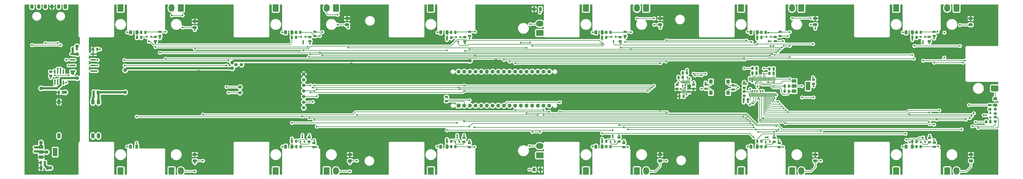
<source format=gbr>
G04 #@! TF.GenerationSoftware,KiCad,Pcbnew,(5.1.5)-3*
G04 #@! TF.CreationDate,2020-07-05T20:42:39-04:00*
G04 #@! TF.ProjectId,Slave Board,536c6176-6520-4426-9f61-72642e6b6963,rev?*
G04 #@! TF.SameCoordinates,Original*
G04 #@! TF.FileFunction,Copper,L1,Top*
G04 #@! TF.FilePolarity,Positive*
%FSLAX46Y46*%
G04 Gerber Fmt 4.6, Leading zero omitted, Abs format (unit mm)*
G04 Created by KiCad (PCBNEW (5.1.5)-3) date 2020-07-05 20:42:39*
%MOMM*%
%LPD*%
G04 APERTURE LIST*
%ADD10O,1.500000X2.020000*%
%ADD11C,0.100000*%
%ADD12C,1.524000*%
%ADD13R,0.300000X1.425000*%
%ADD14R,0.300000X1.800000*%
%ADD15O,2.640000X3.300000*%
%ADD16O,3.300000X2.640000*%
%ADD17R,2.000000X1.500000*%
%ADD18R,2.000000X3.800000*%
%ADD19R,0.900000X0.800000*%
%ADD20R,0.800000X0.900000*%
%ADD21R,1.585000X1.780000*%
%ADD22O,1.500000X2.500000*%
%ADD23O,1.727200X1.727200*%
%ADD24R,1.727200X1.727200*%
%ADD25C,0.800000*%
%ADD26C,1.600000*%
%ADD27C,0.250000*%
%ADD28C,1.000000*%
%ADD29C,0.254000*%
G04 APERTURE END LIST*
D10*
X75805000Y-177038000D03*
X78805000Y-177038000D03*
X81805000Y-177038000D03*
X84805000Y-177038000D03*
X87805000Y-177038000D03*
G04 #@! TA.AperFunction,ComponentPad*
D11*
G36*
X91329504Y-176029204D02*
G01*
X91353773Y-176032804D01*
X91377571Y-176038765D01*
X91400671Y-176047030D01*
X91422849Y-176057520D01*
X91443893Y-176070133D01*
X91463598Y-176084747D01*
X91481777Y-176101223D01*
X91498253Y-176119402D01*
X91512867Y-176139107D01*
X91525480Y-176160151D01*
X91535970Y-176182329D01*
X91544235Y-176205429D01*
X91550196Y-176229227D01*
X91553796Y-176253496D01*
X91555000Y-176278000D01*
X91555000Y-177798000D01*
X91553796Y-177822504D01*
X91550196Y-177846773D01*
X91544235Y-177870571D01*
X91535970Y-177893671D01*
X91525480Y-177915849D01*
X91512867Y-177936893D01*
X91498253Y-177956598D01*
X91481777Y-177974777D01*
X91463598Y-177991253D01*
X91443893Y-178005867D01*
X91422849Y-178018480D01*
X91400671Y-178028970D01*
X91377571Y-178037235D01*
X91353773Y-178043196D01*
X91329504Y-178046796D01*
X91305000Y-178048000D01*
X90305000Y-178048000D01*
X90280496Y-178046796D01*
X90256227Y-178043196D01*
X90232429Y-178037235D01*
X90209329Y-178028970D01*
X90187151Y-178018480D01*
X90166107Y-178005867D01*
X90146402Y-177991253D01*
X90128223Y-177974777D01*
X90111747Y-177956598D01*
X90097133Y-177936893D01*
X90084520Y-177915849D01*
X90074030Y-177893671D01*
X90065765Y-177870571D01*
X90059804Y-177846773D01*
X90056204Y-177822504D01*
X90055000Y-177798000D01*
X90055000Y-176278000D01*
X90056204Y-176253496D01*
X90059804Y-176229227D01*
X90065765Y-176205429D01*
X90074030Y-176182329D01*
X90084520Y-176160151D01*
X90097133Y-176139107D01*
X90111747Y-176119402D01*
X90128223Y-176101223D01*
X90146402Y-176084747D01*
X90166107Y-176070133D01*
X90187151Y-176057520D01*
X90209329Y-176047030D01*
X90232429Y-176038765D01*
X90256227Y-176032804D01*
X90280496Y-176029204D01*
X90305000Y-176028000D01*
X91305000Y-176028000D01*
X91329504Y-176029204D01*
G37*
G04 #@! TD.AperFunction*
D12*
X169804000Y-203133000D03*
X167284000Y-203133000D03*
X169144000Y-215713000D03*
X169144000Y-213153000D03*
X197724000Y-207323000D03*
X197724000Y-209873000D03*
X197724000Y-212393000D03*
X197724000Y-214913000D03*
X197724000Y-217433000D03*
X197724000Y-219953000D03*
X197724000Y-222473000D03*
G04 #@! TA.AperFunction,SMDPad,CuDef*
D11*
G36*
X262227142Y-218969674D02*
G01*
X262250803Y-218973184D01*
X262274007Y-218978996D01*
X262296529Y-218987054D01*
X262318153Y-218997282D01*
X262338670Y-219009579D01*
X262357883Y-219023829D01*
X262375607Y-219039893D01*
X262391671Y-219057617D01*
X262405921Y-219076830D01*
X262418218Y-219097347D01*
X262428446Y-219118971D01*
X262436504Y-219141493D01*
X262442316Y-219164697D01*
X262445826Y-219188358D01*
X262447000Y-219212250D01*
X262447000Y-219699750D01*
X262445826Y-219723642D01*
X262442316Y-219747303D01*
X262436504Y-219770507D01*
X262428446Y-219793029D01*
X262418218Y-219814653D01*
X262405921Y-219835170D01*
X262391671Y-219854383D01*
X262375607Y-219872107D01*
X262357883Y-219888171D01*
X262338670Y-219902421D01*
X262318153Y-219914718D01*
X262296529Y-219924946D01*
X262274007Y-219933004D01*
X262250803Y-219938816D01*
X262227142Y-219942326D01*
X262203250Y-219943500D01*
X261290750Y-219943500D01*
X261266858Y-219942326D01*
X261243197Y-219938816D01*
X261219993Y-219933004D01*
X261197471Y-219924946D01*
X261175847Y-219914718D01*
X261155330Y-219902421D01*
X261136117Y-219888171D01*
X261118393Y-219872107D01*
X261102329Y-219854383D01*
X261088079Y-219835170D01*
X261075782Y-219814653D01*
X261065554Y-219793029D01*
X261057496Y-219770507D01*
X261051684Y-219747303D01*
X261048174Y-219723642D01*
X261047000Y-219699750D01*
X261047000Y-219212250D01*
X261048174Y-219188358D01*
X261051684Y-219164697D01*
X261057496Y-219141493D01*
X261065554Y-219118971D01*
X261075782Y-219097347D01*
X261088079Y-219076830D01*
X261102329Y-219057617D01*
X261118393Y-219039893D01*
X261136117Y-219023829D01*
X261155330Y-219009579D01*
X261175847Y-218997282D01*
X261197471Y-218987054D01*
X261219993Y-218978996D01*
X261243197Y-218973184D01*
X261266858Y-218969674D01*
X261290750Y-218968500D01*
X262203250Y-218968500D01*
X262227142Y-218969674D01*
G37*
G04 #@! TD.AperFunction*
G04 #@! TA.AperFunction,SMDPad,CuDef*
G36*
X262227142Y-217094674D02*
G01*
X262250803Y-217098184D01*
X262274007Y-217103996D01*
X262296529Y-217112054D01*
X262318153Y-217122282D01*
X262338670Y-217134579D01*
X262357883Y-217148829D01*
X262375607Y-217164893D01*
X262391671Y-217182617D01*
X262405921Y-217201830D01*
X262418218Y-217222347D01*
X262428446Y-217243971D01*
X262436504Y-217266493D01*
X262442316Y-217289697D01*
X262445826Y-217313358D01*
X262447000Y-217337250D01*
X262447000Y-217824750D01*
X262445826Y-217848642D01*
X262442316Y-217872303D01*
X262436504Y-217895507D01*
X262428446Y-217918029D01*
X262418218Y-217939653D01*
X262405921Y-217960170D01*
X262391671Y-217979383D01*
X262375607Y-217997107D01*
X262357883Y-218013171D01*
X262338670Y-218027421D01*
X262318153Y-218039718D01*
X262296529Y-218049946D01*
X262274007Y-218058004D01*
X262250803Y-218063816D01*
X262227142Y-218067326D01*
X262203250Y-218068500D01*
X261290750Y-218068500D01*
X261266858Y-218067326D01*
X261243197Y-218063816D01*
X261219993Y-218058004D01*
X261197471Y-218049946D01*
X261175847Y-218039718D01*
X261155330Y-218027421D01*
X261136117Y-218013171D01*
X261118393Y-217997107D01*
X261102329Y-217979383D01*
X261088079Y-217960170D01*
X261075782Y-217939653D01*
X261065554Y-217918029D01*
X261057496Y-217895507D01*
X261051684Y-217872303D01*
X261048174Y-217848642D01*
X261047000Y-217824750D01*
X261047000Y-217337250D01*
X261048174Y-217313358D01*
X261051684Y-217289697D01*
X261057496Y-217266493D01*
X261065554Y-217243971D01*
X261075782Y-217222347D01*
X261088079Y-217201830D01*
X261102329Y-217182617D01*
X261118393Y-217164893D01*
X261136117Y-217148829D01*
X261155330Y-217134579D01*
X261175847Y-217122282D01*
X261197471Y-217112054D01*
X261219993Y-217103996D01*
X261243197Y-217098184D01*
X261266858Y-217094674D01*
X261290750Y-217093500D01*
X262203250Y-217093500D01*
X262227142Y-217094674D01*
G37*
G04 #@! TD.AperFunction*
G04 #@! TA.AperFunction,ComponentPad*
G36*
X116664504Y-176024204D02*
G01*
X116688773Y-176027804D01*
X116712571Y-176033765D01*
X116735671Y-176042030D01*
X116757849Y-176052520D01*
X116778893Y-176065133D01*
X116798598Y-176079747D01*
X116816777Y-176096223D01*
X116833253Y-176114402D01*
X116847867Y-176134107D01*
X116860480Y-176155151D01*
X116870970Y-176177329D01*
X116879235Y-176200429D01*
X116885196Y-176224227D01*
X116888796Y-176248496D01*
X116890000Y-176273000D01*
X116890000Y-179073000D01*
X116888796Y-179097504D01*
X116885196Y-179121773D01*
X116879235Y-179145571D01*
X116870970Y-179168671D01*
X116860480Y-179190849D01*
X116847867Y-179211893D01*
X116833253Y-179231598D01*
X116816777Y-179249777D01*
X116798598Y-179266253D01*
X116778893Y-179280867D01*
X116757849Y-179293480D01*
X116735671Y-179303970D01*
X116712571Y-179312235D01*
X116688773Y-179318196D01*
X116664504Y-179321796D01*
X116640000Y-179323000D01*
X114500000Y-179323000D01*
X114475496Y-179321796D01*
X114451227Y-179318196D01*
X114427429Y-179312235D01*
X114404329Y-179303970D01*
X114382151Y-179293480D01*
X114361107Y-179280867D01*
X114341402Y-179266253D01*
X114323223Y-179249777D01*
X114306747Y-179231598D01*
X114292133Y-179211893D01*
X114279520Y-179190849D01*
X114269030Y-179168671D01*
X114260765Y-179145571D01*
X114254804Y-179121773D01*
X114251204Y-179097504D01*
X114250000Y-179073000D01*
X114250000Y-176273000D01*
X114251204Y-176248496D01*
X114254804Y-176224227D01*
X114260765Y-176200429D01*
X114269030Y-176177329D01*
X114279520Y-176155151D01*
X114292133Y-176134107D01*
X114306747Y-176114402D01*
X114323223Y-176096223D01*
X114341402Y-176079747D01*
X114361107Y-176065133D01*
X114382151Y-176052520D01*
X114404329Y-176042030D01*
X114427429Y-176033765D01*
X114451227Y-176027804D01*
X114475496Y-176024204D01*
X114500000Y-176023000D01*
X116640000Y-176023000D01*
X116664504Y-176024204D01*
G37*
G04 #@! TD.AperFunction*
G04 #@! TA.AperFunction,SMDPad,CuDef*
G36*
X373098142Y-211555174D02*
G01*
X373121803Y-211558684D01*
X373145007Y-211564496D01*
X373167529Y-211572554D01*
X373189153Y-211582782D01*
X373209670Y-211595079D01*
X373228883Y-211609329D01*
X373246607Y-211625393D01*
X373262671Y-211643117D01*
X373276921Y-211662330D01*
X373289218Y-211682847D01*
X373299446Y-211704471D01*
X373307504Y-211726993D01*
X373313316Y-211750197D01*
X373316826Y-211773858D01*
X373318000Y-211797750D01*
X373318000Y-212285250D01*
X373316826Y-212309142D01*
X373313316Y-212332803D01*
X373307504Y-212356007D01*
X373299446Y-212378529D01*
X373289218Y-212400153D01*
X373276921Y-212420670D01*
X373262671Y-212439883D01*
X373246607Y-212457607D01*
X373228883Y-212473671D01*
X373209670Y-212487921D01*
X373189153Y-212500218D01*
X373167529Y-212510446D01*
X373145007Y-212518504D01*
X373121803Y-212524316D01*
X373098142Y-212527826D01*
X373074250Y-212529000D01*
X372161750Y-212529000D01*
X372137858Y-212527826D01*
X372114197Y-212524316D01*
X372090993Y-212518504D01*
X372068471Y-212510446D01*
X372046847Y-212500218D01*
X372026330Y-212487921D01*
X372007117Y-212473671D01*
X371989393Y-212457607D01*
X371973329Y-212439883D01*
X371959079Y-212420670D01*
X371946782Y-212400153D01*
X371936554Y-212378529D01*
X371928496Y-212356007D01*
X371922684Y-212332803D01*
X371919174Y-212309142D01*
X371918000Y-212285250D01*
X371918000Y-211797750D01*
X371919174Y-211773858D01*
X371922684Y-211750197D01*
X371928496Y-211726993D01*
X371936554Y-211704471D01*
X371946782Y-211682847D01*
X371959079Y-211662330D01*
X371973329Y-211643117D01*
X371989393Y-211625393D01*
X372007117Y-211609329D01*
X372026330Y-211595079D01*
X372046847Y-211582782D01*
X372068471Y-211572554D01*
X372090993Y-211564496D01*
X372114197Y-211558684D01*
X372137858Y-211555174D01*
X372161750Y-211554000D01*
X373074250Y-211554000D01*
X373098142Y-211555174D01*
G37*
G04 #@! TD.AperFunction*
G04 #@! TA.AperFunction,SMDPad,CuDef*
G36*
X373098142Y-213430174D02*
G01*
X373121803Y-213433684D01*
X373145007Y-213439496D01*
X373167529Y-213447554D01*
X373189153Y-213457782D01*
X373209670Y-213470079D01*
X373228883Y-213484329D01*
X373246607Y-213500393D01*
X373262671Y-213518117D01*
X373276921Y-213537330D01*
X373289218Y-213557847D01*
X373299446Y-213579471D01*
X373307504Y-213601993D01*
X373313316Y-213625197D01*
X373316826Y-213648858D01*
X373318000Y-213672750D01*
X373318000Y-214160250D01*
X373316826Y-214184142D01*
X373313316Y-214207803D01*
X373307504Y-214231007D01*
X373299446Y-214253529D01*
X373289218Y-214275153D01*
X373276921Y-214295670D01*
X373262671Y-214314883D01*
X373246607Y-214332607D01*
X373228883Y-214348671D01*
X373209670Y-214362921D01*
X373189153Y-214375218D01*
X373167529Y-214385446D01*
X373145007Y-214393504D01*
X373121803Y-214399316D01*
X373098142Y-214402826D01*
X373074250Y-214404000D01*
X372161750Y-214404000D01*
X372137858Y-214402826D01*
X372114197Y-214399316D01*
X372090993Y-214393504D01*
X372068471Y-214385446D01*
X372046847Y-214375218D01*
X372026330Y-214362921D01*
X372007117Y-214348671D01*
X371989393Y-214332607D01*
X371973329Y-214314883D01*
X371959079Y-214295670D01*
X371946782Y-214275153D01*
X371936554Y-214253529D01*
X371928496Y-214231007D01*
X371922684Y-214207803D01*
X371919174Y-214184142D01*
X371918000Y-214160250D01*
X371918000Y-213672750D01*
X371919174Y-213648858D01*
X371922684Y-213625197D01*
X371928496Y-213601993D01*
X371936554Y-213579471D01*
X371946782Y-213557847D01*
X371959079Y-213537330D01*
X371973329Y-213518117D01*
X371989393Y-213500393D01*
X372007117Y-213484329D01*
X372026330Y-213470079D01*
X372046847Y-213457782D01*
X372068471Y-213447554D01*
X372090993Y-213439496D01*
X372114197Y-213433684D01*
X372137858Y-213430174D01*
X372161750Y-213429000D01*
X373074250Y-213429000D01*
X373098142Y-213430174D01*
G37*
G04 #@! TD.AperFunction*
G04 #@! TA.AperFunction,SMDPad,CuDef*
G36*
X413809642Y-214360674D02*
G01*
X413833303Y-214364184D01*
X413856507Y-214369996D01*
X413879029Y-214378054D01*
X413900653Y-214388282D01*
X413921170Y-214400579D01*
X413940383Y-214414829D01*
X413958107Y-214430893D01*
X413974171Y-214448617D01*
X413988421Y-214467830D01*
X414000718Y-214488347D01*
X414010946Y-214509971D01*
X414019004Y-214532493D01*
X414024816Y-214555697D01*
X414028326Y-214579358D01*
X414029500Y-214603250D01*
X414029500Y-215515750D01*
X414028326Y-215539642D01*
X414024816Y-215563303D01*
X414019004Y-215586507D01*
X414010946Y-215609029D01*
X414000718Y-215630653D01*
X413988421Y-215651170D01*
X413974171Y-215670383D01*
X413958107Y-215688107D01*
X413940383Y-215704171D01*
X413921170Y-215718421D01*
X413900653Y-215730718D01*
X413879029Y-215740946D01*
X413856507Y-215749004D01*
X413833303Y-215754816D01*
X413809642Y-215758326D01*
X413785750Y-215759500D01*
X413298250Y-215759500D01*
X413274358Y-215758326D01*
X413250697Y-215754816D01*
X413227493Y-215749004D01*
X413204971Y-215740946D01*
X413183347Y-215730718D01*
X413162830Y-215718421D01*
X413143617Y-215704171D01*
X413125893Y-215688107D01*
X413109829Y-215670383D01*
X413095579Y-215651170D01*
X413083282Y-215630653D01*
X413073054Y-215609029D01*
X413064996Y-215586507D01*
X413059184Y-215563303D01*
X413055674Y-215539642D01*
X413054500Y-215515750D01*
X413054500Y-214603250D01*
X413055674Y-214579358D01*
X413059184Y-214555697D01*
X413064996Y-214532493D01*
X413073054Y-214509971D01*
X413083282Y-214488347D01*
X413095579Y-214467830D01*
X413109829Y-214448617D01*
X413125893Y-214430893D01*
X413143617Y-214414829D01*
X413162830Y-214400579D01*
X413183347Y-214388282D01*
X413204971Y-214378054D01*
X413227493Y-214369996D01*
X413250697Y-214364184D01*
X413274358Y-214360674D01*
X413298250Y-214359500D01*
X413785750Y-214359500D01*
X413809642Y-214360674D01*
G37*
G04 #@! TD.AperFunction*
G04 #@! TA.AperFunction,SMDPad,CuDef*
G36*
X415684642Y-214360674D02*
G01*
X415708303Y-214364184D01*
X415731507Y-214369996D01*
X415754029Y-214378054D01*
X415775653Y-214388282D01*
X415796170Y-214400579D01*
X415815383Y-214414829D01*
X415833107Y-214430893D01*
X415849171Y-214448617D01*
X415863421Y-214467830D01*
X415875718Y-214488347D01*
X415885946Y-214509971D01*
X415894004Y-214532493D01*
X415899816Y-214555697D01*
X415903326Y-214579358D01*
X415904500Y-214603250D01*
X415904500Y-215515750D01*
X415903326Y-215539642D01*
X415899816Y-215563303D01*
X415894004Y-215586507D01*
X415885946Y-215609029D01*
X415875718Y-215630653D01*
X415863421Y-215651170D01*
X415849171Y-215670383D01*
X415833107Y-215688107D01*
X415815383Y-215704171D01*
X415796170Y-215718421D01*
X415775653Y-215730718D01*
X415754029Y-215740946D01*
X415731507Y-215749004D01*
X415708303Y-215754816D01*
X415684642Y-215758326D01*
X415660750Y-215759500D01*
X415173250Y-215759500D01*
X415149358Y-215758326D01*
X415125697Y-215754816D01*
X415102493Y-215749004D01*
X415079971Y-215740946D01*
X415058347Y-215730718D01*
X415037830Y-215718421D01*
X415018617Y-215704171D01*
X415000893Y-215688107D01*
X414984829Y-215670383D01*
X414970579Y-215651170D01*
X414958282Y-215630653D01*
X414948054Y-215609029D01*
X414939996Y-215586507D01*
X414934184Y-215563303D01*
X414930674Y-215539642D01*
X414929500Y-215515750D01*
X414929500Y-214603250D01*
X414930674Y-214579358D01*
X414934184Y-214555697D01*
X414939996Y-214532493D01*
X414948054Y-214509971D01*
X414958282Y-214488347D01*
X414970579Y-214467830D01*
X414984829Y-214448617D01*
X415000893Y-214430893D01*
X415018617Y-214414829D01*
X415037830Y-214400579D01*
X415058347Y-214388282D01*
X415079971Y-214378054D01*
X415102493Y-214369996D01*
X415125697Y-214364184D01*
X415149358Y-214360674D01*
X415173250Y-214359500D01*
X415660750Y-214359500D01*
X415684642Y-214360674D01*
G37*
G04 #@! TD.AperFunction*
G04 #@! TA.AperFunction,SMDPad,CuDef*
G36*
X415684642Y-212026174D02*
G01*
X415708303Y-212029684D01*
X415731507Y-212035496D01*
X415754029Y-212043554D01*
X415775653Y-212053782D01*
X415796170Y-212066079D01*
X415815383Y-212080329D01*
X415833107Y-212096393D01*
X415849171Y-212114117D01*
X415863421Y-212133330D01*
X415875718Y-212153847D01*
X415885946Y-212175471D01*
X415894004Y-212197993D01*
X415899816Y-212221197D01*
X415903326Y-212244858D01*
X415904500Y-212268750D01*
X415904500Y-213181250D01*
X415903326Y-213205142D01*
X415899816Y-213228803D01*
X415894004Y-213252007D01*
X415885946Y-213274529D01*
X415875718Y-213296153D01*
X415863421Y-213316670D01*
X415849171Y-213335883D01*
X415833107Y-213353607D01*
X415815383Y-213369671D01*
X415796170Y-213383921D01*
X415775653Y-213396218D01*
X415754029Y-213406446D01*
X415731507Y-213414504D01*
X415708303Y-213420316D01*
X415684642Y-213423826D01*
X415660750Y-213425000D01*
X415173250Y-213425000D01*
X415149358Y-213423826D01*
X415125697Y-213420316D01*
X415102493Y-213414504D01*
X415079971Y-213406446D01*
X415058347Y-213396218D01*
X415037830Y-213383921D01*
X415018617Y-213369671D01*
X415000893Y-213353607D01*
X414984829Y-213335883D01*
X414970579Y-213316670D01*
X414958282Y-213296153D01*
X414948054Y-213274529D01*
X414939996Y-213252007D01*
X414934184Y-213228803D01*
X414930674Y-213205142D01*
X414929500Y-213181250D01*
X414929500Y-212268750D01*
X414930674Y-212244858D01*
X414934184Y-212221197D01*
X414939996Y-212197993D01*
X414948054Y-212175471D01*
X414958282Y-212153847D01*
X414970579Y-212133330D01*
X414984829Y-212114117D01*
X415000893Y-212096393D01*
X415018617Y-212080329D01*
X415037830Y-212066079D01*
X415058347Y-212053782D01*
X415079971Y-212043554D01*
X415102493Y-212035496D01*
X415125697Y-212029684D01*
X415149358Y-212026174D01*
X415173250Y-212025000D01*
X415660750Y-212025000D01*
X415684642Y-212026174D01*
G37*
G04 #@! TD.AperFunction*
G04 #@! TA.AperFunction,SMDPad,CuDef*
G36*
X413809642Y-212026174D02*
G01*
X413833303Y-212029684D01*
X413856507Y-212035496D01*
X413879029Y-212043554D01*
X413900653Y-212053782D01*
X413921170Y-212066079D01*
X413940383Y-212080329D01*
X413958107Y-212096393D01*
X413974171Y-212114117D01*
X413988421Y-212133330D01*
X414000718Y-212153847D01*
X414010946Y-212175471D01*
X414019004Y-212197993D01*
X414024816Y-212221197D01*
X414028326Y-212244858D01*
X414029500Y-212268750D01*
X414029500Y-213181250D01*
X414028326Y-213205142D01*
X414024816Y-213228803D01*
X414019004Y-213252007D01*
X414010946Y-213274529D01*
X414000718Y-213296153D01*
X413988421Y-213316670D01*
X413974171Y-213335883D01*
X413958107Y-213353607D01*
X413940383Y-213369671D01*
X413921170Y-213383921D01*
X413900653Y-213396218D01*
X413879029Y-213406446D01*
X413856507Y-213414504D01*
X413833303Y-213420316D01*
X413809642Y-213423826D01*
X413785750Y-213425000D01*
X413298250Y-213425000D01*
X413274358Y-213423826D01*
X413250697Y-213420316D01*
X413227493Y-213414504D01*
X413204971Y-213406446D01*
X413183347Y-213396218D01*
X413162830Y-213383921D01*
X413143617Y-213369671D01*
X413125893Y-213353607D01*
X413109829Y-213335883D01*
X413095579Y-213316670D01*
X413083282Y-213296153D01*
X413073054Y-213274529D01*
X413064996Y-213252007D01*
X413059184Y-213228803D01*
X413055674Y-213205142D01*
X413054500Y-213181250D01*
X413054500Y-212268750D01*
X413055674Y-212244858D01*
X413059184Y-212221197D01*
X413064996Y-212197993D01*
X413073054Y-212175471D01*
X413083282Y-212153847D01*
X413095579Y-212133330D01*
X413109829Y-212114117D01*
X413125893Y-212096393D01*
X413143617Y-212080329D01*
X413162830Y-212066079D01*
X413183347Y-212053782D01*
X413204971Y-212043554D01*
X413227493Y-212035496D01*
X413250697Y-212029684D01*
X413274358Y-212026174D01*
X413298250Y-212025000D01*
X413785750Y-212025000D01*
X413809642Y-212026174D01*
G37*
G04 #@! TD.AperFunction*
G04 #@! TA.AperFunction,SMDPad,CuDef*
G36*
X408826642Y-204279174D02*
G01*
X408850303Y-204282684D01*
X408873507Y-204288496D01*
X408896029Y-204296554D01*
X408917653Y-204306782D01*
X408938170Y-204319079D01*
X408957383Y-204333329D01*
X408975107Y-204349393D01*
X408991171Y-204367117D01*
X409005421Y-204386330D01*
X409017718Y-204406847D01*
X409027946Y-204428471D01*
X409036004Y-204450993D01*
X409041816Y-204474197D01*
X409045326Y-204497858D01*
X409046500Y-204521750D01*
X409046500Y-205434250D01*
X409045326Y-205458142D01*
X409041816Y-205481803D01*
X409036004Y-205505007D01*
X409027946Y-205527529D01*
X409017718Y-205549153D01*
X409005421Y-205569670D01*
X408991171Y-205588883D01*
X408975107Y-205606607D01*
X408957383Y-205622671D01*
X408938170Y-205636921D01*
X408917653Y-205649218D01*
X408896029Y-205659446D01*
X408873507Y-205667504D01*
X408850303Y-205673316D01*
X408826642Y-205676826D01*
X408802750Y-205678000D01*
X408315250Y-205678000D01*
X408291358Y-205676826D01*
X408267697Y-205673316D01*
X408244493Y-205667504D01*
X408221971Y-205659446D01*
X408200347Y-205649218D01*
X408179830Y-205636921D01*
X408160617Y-205622671D01*
X408142893Y-205606607D01*
X408126829Y-205588883D01*
X408112579Y-205569670D01*
X408100282Y-205549153D01*
X408090054Y-205527529D01*
X408081996Y-205505007D01*
X408076184Y-205481803D01*
X408072674Y-205458142D01*
X408071500Y-205434250D01*
X408071500Y-204521750D01*
X408072674Y-204497858D01*
X408076184Y-204474197D01*
X408081996Y-204450993D01*
X408090054Y-204428471D01*
X408100282Y-204406847D01*
X408112579Y-204386330D01*
X408126829Y-204367117D01*
X408142893Y-204349393D01*
X408160617Y-204333329D01*
X408179830Y-204319079D01*
X408200347Y-204306782D01*
X408221971Y-204296554D01*
X408244493Y-204288496D01*
X408267697Y-204282684D01*
X408291358Y-204279174D01*
X408315250Y-204278000D01*
X408802750Y-204278000D01*
X408826642Y-204279174D01*
G37*
G04 #@! TD.AperFunction*
G04 #@! TA.AperFunction,SMDPad,CuDef*
G36*
X406951642Y-204279174D02*
G01*
X406975303Y-204282684D01*
X406998507Y-204288496D01*
X407021029Y-204296554D01*
X407042653Y-204306782D01*
X407063170Y-204319079D01*
X407082383Y-204333329D01*
X407100107Y-204349393D01*
X407116171Y-204367117D01*
X407130421Y-204386330D01*
X407142718Y-204406847D01*
X407152946Y-204428471D01*
X407161004Y-204450993D01*
X407166816Y-204474197D01*
X407170326Y-204497858D01*
X407171500Y-204521750D01*
X407171500Y-205434250D01*
X407170326Y-205458142D01*
X407166816Y-205481803D01*
X407161004Y-205505007D01*
X407152946Y-205527529D01*
X407142718Y-205549153D01*
X407130421Y-205569670D01*
X407116171Y-205588883D01*
X407100107Y-205606607D01*
X407082383Y-205622671D01*
X407063170Y-205636921D01*
X407042653Y-205649218D01*
X407021029Y-205659446D01*
X406998507Y-205667504D01*
X406975303Y-205673316D01*
X406951642Y-205676826D01*
X406927750Y-205678000D01*
X406440250Y-205678000D01*
X406416358Y-205676826D01*
X406392697Y-205673316D01*
X406369493Y-205667504D01*
X406346971Y-205659446D01*
X406325347Y-205649218D01*
X406304830Y-205636921D01*
X406285617Y-205622671D01*
X406267893Y-205606607D01*
X406251829Y-205588883D01*
X406237579Y-205569670D01*
X406225282Y-205549153D01*
X406215054Y-205527529D01*
X406206996Y-205505007D01*
X406201184Y-205481803D01*
X406197674Y-205458142D01*
X406196500Y-205434250D01*
X406196500Y-204521750D01*
X406197674Y-204497858D01*
X406201184Y-204474197D01*
X406206996Y-204450993D01*
X406215054Y-204428471D01*
X406225282Y-204406847D01*
X406237579Y-204386330D01*
X406251829Y-204367117D01*
X406267893Y-204349393D01*
X406285617Y-204333329D01*
X406304830Y-204319079D01*
X406325347Y-204306782D01*
X406346971Y-204296554D01*
X406369493Y-204288496D01*
X406392697Y-204282684D01*
X406416358Y-204279174D01*
X406440250Y-204278000D01*
X406927750Y-204278000D01*
X406951642Y-204279174D01*
G37*
G04 #@! TD.AperFunction*
G04 #@! TA.AperFunction,SMDPad,CuDef*
G36*
X406951642Y-206311174D02*
G01*
X406975303Y-206314684D01*
X406998507Y-206320496D01*
X407021029Y-206328554D01*
X407042653Y-206338782D01*
X407063170Y-206351079D01*
X407082383Y-206365329D01*
X407100107Y-206381393D01*
X407116171Y-206399117D01*
X407130421Y-206418330D01*
X407142718Y-206438847D01*
X407152946Y-206460471D01*
X407161004Y-206482993D01*
X407166816Y-206506197D01*
X407170326Y-206529858D01*
X407171500Y-206553750D01*
X407171500Y-207466250D01*
X407170326Y-207490142D01*
X407166816Y-207513803D01*
X407161004Y-207537007D01*
X407152946Y-207559529D01*
X407142718Y-207581153D01*
X407130421Y-207601670D01*
X407116171Y-207620883D01*
X407100107Y-207638607D01*
X407082383Y-207654671D01*
X407063170Y-207668921D01*
X407042653Y-207681218D01*
X407021029Y-207691446D01*
X406998507Y-207699504D01*
X406975303Y-207705316D01*
X406951642Y-207708826D01*
X406927750Y-207710000D01*
X406440250Y-207710000D01*
X406416358Y-207708826D01*
X406392697Y-207705316D01*
X406369493Y-207699504D01*
X406346971Y-207691446D01*
X406325347Y-207681218D01*
X406304830Y-207668921D01*
X406285617Y-207654671D01*
X406267893Y-207638607D01*
X406251829Y-207620883D01*
X406237579Y-207601670D01*
X406225282Y-207581153D01*
X406215054Y-207559529D01*
X406206996Y-207537007D01*
X406201184Y-207513803D01*
X406197674Y-207490142D01*
X406196500Y-207466250D01*
X406196500Y-206553750D01*
X406197674Y-206529858D01*
X406201184Y-206506197D01*
X406206996Y-206482993D01*
X406215054Y-206460471D01*
X406225282Y-206438847D01*
X406237579Y-206418330D01*
X406251829Y-206399117D01*
X406267893Y-206381393D01*
X406285617Y-206365329D01*
X406304830Y-206351079D01*
X406325347Y-206338782D01*
X406346971Y-206328554D01*
X406369493Y-206320496D01*
X406392697Y-206314684D01*
X406416358Y-206311174D01*
X406440250Y-206310000D01*
X406927750Y-206310000D01*
X406951642Y-206311174D01*
G37*
G04 #@! TD.AperFunction*
G04 #@! TA.AperFunction,SMDPad,CuDef*
G36*
X408826642Y-206311174D02*
G01*
X408850303Y-206314684D01*
X408873507Y-206320496D01*
X408896029Y-206328554D01*
X408917653Y-206338782D01*
X408938170Y-206351079D01*
X408957383Y-206365329D01*
X408975107Y-206381393D01*
X408991171Y-206399117D01*
X409005421Y-206418330D01*
X409017718Y-206438847D01*
X409027946Y-206460471D01*
X409036004Y-206482993D01*
X409041816Y-206506197D01*
X409045326Y-206529858D01*
X409046500Y-206553750D01*
X409046500Y-207466250D01*
X409045326Y-207490142D01*
X409041816Y-207513803D01*
X409036004Y-207537007D01*
X409027946Y-207559529D01*
X409017718Y-207581153D01*
X409005421Y-207601670D01*
X408991171Y-207620883D01*
X408975107Y-207638607D01*
X408957383Y-207654671D01*
X408938170Y-207668921D01*
X408917653Y-207681218D01*
X408896029Y-207691446D01*
X408873507Y-207699504D01*
X408850303Y-207705316D01*
X408826642Y-207708826D01*
X408802750Y-207710000D01*
X408315250Y-207710000D01*
X408291358Y-207708826D01*
X408267697Y-207705316D01*
X408244493Y-207699504D01*
X408221971Y-207691446D01*
X408200347Y-207681218D01*
X408179830Y-207668921D01*
X408160617Y-207654671D01*
X408142893Y-207638607D01*
X408126829Y-207620883D01*
X408112579Y-207601670D01*
X408100282Y-207581153D01*
X408090054Y-207559529D01*
X408081996Y-207537007D01*
X408076184Y-207513803D01*
X408072674Y-207490142D01*
X408071500Y-207466250D01*
X408071500Y-206553750D01*
X408072674Y-206529858D01*
X408076184Y-206506197D01*
X408081996Y-206482993D01*
X408090054Y-206460471D01*
X408100282Y-206438847D01*
X408112579Y-206418330D01*
X408126829Y-206399117D01*
X408142893Y-206381393D01*
X408160617Y-206365329D01*
X408179830Y-206351079D01*
X408200347Y-206338782D01*
X408221971Y-206328554D01*
X408244493Y-206320496D01*
X408267697Y-206314684D01*
X408291358Y-206311174D01*
X408315250Y-206310000D01*
X408802750Y-206310000D01*
X408826642Y-206311174D01*
G37*
G04 #@! TD.AperFunction*
G04 #@! TA.AperFunction,SMDPad,CuDef*
G36*
X365732142Y-213478674D02*
G01*
X365755803Y-213482184D01*
X365779007Y-213487996D01*
X365801529Y-213496054D01*
X365823153Y-213506282D01*
X365843670Y-213518579D01*
X365862883Y-213532829D01*
X365880607Y-213548893D01*
X365896671Y-213566617D01*
X365910921Y-213585830D01*
X365923218Y-213606347D01*
X365933446Y-213627971D01*
X365941504Y-213650493D01*
X365947316Y-213673697D01*
X365950826Y-213697358D01*
X365952000Y-213721250D01*
X365952000Y-214208750D01*
X365950826Y-214232642D01*
X365947316Y-214256303D01*
X365941504Y-214279507D01*
X365933446Y-214302029D01*
X365923218Y-214323653D01*
X365910921Y-214344170D01*
X365896671Y-214363383D01*
X365880607Y-214381107D01*
X365862883Y-214397171D01*
X365843670Y-214411421D01*
X365823153Y-214423718D01*
X365801529Y-214433946D01*
X365779007Y-214442004D01*
X365755803Y-214447816D01*
X365732142Y-214451326D01*
X365708250Y-214452500D01*
X364795750Y-214452500D01*
X364771858Y-214451326D01*
X364748197Y-214447816D01*
X364724993Y-214442004D01*
X364702471Y-214433946D01*
X364680847Y-214423718D01*
X364660330Y-214411421D01*
X364641117Y-214397171D01*
X364623393Y-214381107D01*
X364607329Y-214363383D01*
X364593079Y-214344170D01*
X364580782Y-214323653D01*
X364570554Y-214302029D01*
X364562496Y-214279507D01*
X364556684Y-214256303D01*
X364553174Y-214232642D01*
X364552000Y-214208750D01*
X364552000Y-213721250D01*
X364553174Y-213697358D01*
X364556684Y-213673697D01*
X364562496Y-213650493D01*
X364570554Y-213627971D01*
X364580782Y-213606347D01*
X364593079Y-213585830D01*
X364607329Y-213566617D01*
X364623393Y-213548893D01*
X364641117Y-213532829D01*
X364660330Y-213518579D01*
X364680847Y-213506282D01*
X364702471Y-213496054D01*
X364724993Y-213487996D01*
X364748197Y-213482184D01*
X364771858Y-213478674D01*
X364795750Y-213477500D01*
X365708250Y-213477500D01*
X365732142Y-213478674D01*
G37*
G04 #@! TD.AperFunction*
G04 #@! TA.AperFunction,SMDPad,CuDef*
G36*
X365732142Y-211603674D02*
G01*
X365755803Y-211607184D01*
X365779007Y-211612996D01*
X365801529Y-211621054D01*
X365823153Y-211631282D01*
X365843670Y-211643579D01*
X365862883Y-211657829D01*
X365880607Y-211673893D01*
X365896671Y-211691617D01*
X365910921Y-211710830D01*
X365923218Y-211731347D01*
X365933446Y-211752971D01*
X365941504Y-211775493D01*
X365947316Y-211798697D01*
X365950826Y-211822358D01*
X365952000Y-211846250D01*
X365952000Y-212333750D01*
X365950826Y-212357642D01*
X365947316Y-212381303D01*
X365941504Y-212404507D01*
X365933446Y-212427029D01*
X365923218Y-212448653D01*
X365910921Y-212469170D01*
X365896671Y-212488383D01*
X365880607Y-212506107D01*
X365862883Y-212522171D01*
X365843670Y-212536421D01*
X365823153Y-212548718D01*
X365801529Y-212558946D01*
X365779007Y-212567004D01*
X365755803Y-212572816D01*
X365732142Y-212576326D01*
X365708250Y-212577500D01*
X364795750Y-212577500D01*
X364771858Y-212576326D01*
X364748197Y-212572816D01*
X364724993Y-212567004D01*
X364702471Y-212558946D01*
X364680847Y-212548718D01*
X364660330Y-212536421D01*
X364641117Y-212522171D01*
X364623393Y-212506107D01*
X364607329Y-212488383D01*
X364593079Y-212469170D01*
X364580782Y-212448653D01*
X364570554Y-212427029D01*
X364562496Y-212404507D01*
X364556684Y-212381303D01*
X364553174Y-212357642D01*
X364552000Y-212333750D01*
X364552000Y-211846250D01*
X364553174Y-211822358D01*
X364556684Y-211798697D01*
X364562496Y-211775493D01*
X364570554Y-211752971D01*
X364580782Y-211731347D01*
X364593079Y-211710830D01*
X364607329Y-211691617D01*
X364623393Y-211673893D01*
X364641117Y-211657829D01*
X364660330Y-211643579D01*
X364680847Y-211631282D01*
X364702471Y-211621054D01*
X364724993Y-211612996D01*
X364748197Y-211607184D01*
X364771858Y-211603674D01*
X364795750Y-211602500D01*
X365708250Y-211602500D01*
X365732142Y-211603674D01*
G37*
G04 #@! TD.AperFunction*
G04 #@! TA.AperFunction,SMDPad,CuDef*
G36*
X80023642Y-246316174D02*
G01*
X80047303Y-246319684D01*
X80070507Y-246325496D01*
X80093029Y-246333554D01*
X80114653Y-246343782D01*
X80135170Y-246356079D01*
X80154383Y-246370329D01*
X80172107Y-246386393D01*
X80188171Y-246404117D01*
X80202421Y-246423330D01*
X80214718Y-246443847D01*
X80224946Y-246465471D01*
X80233004Y-246487993D01*
X80238816Y-246511197D01*
X80242326Y-246534858D01*
X80243500Y-246558750D01*
X80243500Y-247471250D01*
X80242326Y-247495142D01*
X80238816Y-247518803D01*
X80233004Y-247542007D01*
X80224946Y-247564529D01*
X80214718Y-247586153D01*
X80202421Y-247606670D01*
X80188171Y-247625883D01*
X80172107Y-247643607D01*
X80154383Y-247659671D01*
X80135170Y-247673921D01*
X80114653Y-247686218D01*
X80093029Y-247696446D01*
X80070507Y-247704504D01*
X80047303Y-247710316D01*
X80023642Y-247713826D01*
X79999750Y-247715000D01*
X79512250Y-247715000D01*
X79488358Y-247713826D01*
X79464697Y-247710316D01*
X79441493Y-247704504D01*
X79418971Y-247696446D01*
X79397347Y-247686218D01*
X79376830Y-247673921D01*
X79357617Y-247659671D01*
X79339893Y-247643607D01*
X79323829Y-247625883D01*
X79309579Y-247606670D01*
X79297282Y-247586153D01*
X79287054Y-247564529D01*
X79278996Y-247542007D01*
X79273184Y-247518803D01*
X79269674Y-247495142D01*
X79268500Y-247471250D01*
X79268500Y-246558750D01*
X79269674Y-246534858D01*
X79273184Y-246511197D01*
X79278996Y-246487993D01*
X79287054Y-246465471D01*
X79297282Y-246443847D01*
X79309579Y-246423330D01*
X79323829Y-246404117D01*
X79339893Y-246386393D01*
X79357617Y-246370329D01*
X79376830Y-246356079D01*
X79397347Y-246343782D01*
X79418971Y-246333554D01*
X79441493Y-246325496D01*
X79464697Y-246319684D01*
X79488358Y-246316174D01*
X79512250Y-246315000D01*
X79999750Y-246315000D01*
X80023642Y-246316174D01*
G37*
G04 #@! TD.AperFunction*
G04 #@! TA.AperFunction,SMDPad,CuDef*
G36*
X81898642Y-246316174D02*
G01*
X81922303Y-246319684D01*
X81945507Y-246325496D01*
X81968029Y-246333554D01*
X81989653Y-246343782D01*
X82010170Y-246356079D01*
X82029383Y-246370329D01*
X82047107Y-246386393D01*
X82063171Y-246404117D01*
X82077421Y-246423330D01*
X82089718Y-246443847D01*
X82099946Y-246465471D01*
X82108004Y-246487993D01*
X82113816Y-246511197D01*
X82117326Y-246534858D01*
X82118500Y-246558750D01*
X82118500Y-247471250D01*
X82117326Y-247495142D01*
X82113816Y-247518803D01*
X82108004Y-247542007D01*
X82099946Y-247564529D01*
X82089718Y-247586153D01*
X82077421Y-247606670D01*
X82063171Y-247625883D01*
X82047107Y-247643607D01*
X82029383Y-247659671D01*
X82010170Y-247673921D01*
X81989653Y-247686218D01*
X81968029Y-247696446D01*
X81945507Y-247704504D01*
X81922303Y-247710316D01*
X81898642Y-247713826D01*
X81874750Y-247715000D01*
X81387250Y-247715000D01*
X81363358Y-247713826D01*
X81339697Y-247710316D01*
X81316493Y-247704504D01*
X81293971Y-247696446D01*
X81272347Y-247686218D01*
X81251830Y-247673921D01*
X81232617Y-247659671D01*
X81214893Y-247643607D01*
X81198829Y-247625883D01*
X81184579Y-247606670D01*
X81172282Y-247586153D01*
X81162054Y-247564529D01*
X81153996Y-247542007D01*
X81148184Y-247518803D01*
X81144674Y-247495142D01*
X81143500Y-247471250D01*
X81143500Y-246558750D01*
X81144674Y-246534858D01*
X81148184Y-246511197D01*
X81153996Y-246487993D01*
X81162054Y-246465471D01*
X81172282Y-246443847D01*
X81184579Y-246423330D01*
X81198829Y-246404117D01*
X81214893Y-246386393D01*
X81232617Y-246370329D01*
X81251830Y-246356079D01*
X81272347Y-246343782D01*
X81293971Y-246333554D01*
X81316493Y-246325496D01*
X81339697Y-246319684D01*
X81363358Y-246316174D01*
X81387250Y-246315000D01*
X81874750Y-246315000D01*
X81898642Y-246316174D01*
G37*
G04 #@! TD.AperFunction*
G04 #@! TA.AperFunction,SMDPad,CuDef*
G36*
X77823142Y-239700674D02*
G01*
X77846803Y-239704184D01*
X77870007Y-239709996D01*
X77892529Y-239718054D01*
X77914153Y-239728282D01*
X77934670Y-239740579D01*
X77953883Y-239754829D01*
X77971607Y-239770893D01*
X77987671Y-239788617D01*
X78001921Y-239807830D01*
X78014218Y-239828347D01*
X78024446Y-239849971D01*
X78032504Y-239872493D01*
X78038316Y-239895697D01*
X78041826Y-239919358D01*
X78043000Y-239943250D01*
X78043000Y-240430750D01*
X78041826Y-240454642D01*
X78038316Y-240478303D01*
X78032504Y-240501507D01*
X78024446Y-240524029D01*
X78014218Y-240545653D01*
X78001921Y-240566170D01*
X77987671Y-240585383D01*
X77971607Y-240603107D01*
X77953883Y-240619171D01*
X77934670Y-240633421D01*
X77914153Y-240645718D01*
X77892529Y-240655946D01*
X77870007Y-240664004D01*
X77846803Y-240669816D01*
X77823142Y-240673326D01*
X77799250Y-240674500D01*
X76886750Y-240674500D01*
X76862858Y-240673326D01*
X76839197Y-240669816D01*
X76815993Y-240664004D01*
X76793471Y-240655946D01*
X76771847Y-240645718D01*
X76751330Y-240633421D01*
X76732117Y-240619171D01*
X76714393Y-240603107D01*
X76698329Y-240585383D01*
X76684079Y-240566170D01*
X76671782Y-240545653D01*
X76661554Y-240524029D01*
X76653496Y-240501507D01*
X76647684Y-240478303D01*
X76644174Y-240454642D01*
X76643000Y-240430750D01*
X76643000Y-239943250D01*
X76644174Y-239919358D01*
X76647684Y-239895697D01*
X76653496Y-239872493D01*
X76661554Y-239849971D01*
X76671782Y-239828347D01*
X76684079Y-239807830D01*
X76698329Y-239788617D01*
X76714393Y-239770893D01*
X76732117Y-239754829D01*
X76751330Y-239740579D01*
X76771847Y-239728282D01*
X76793471Y-239718054D01*
X76815993Y-239709996D01*
X76839197Y-239704184D01*
X76862858Y-239700674D01*
X76886750Y-239699500D01*
X77799250Y-239699500D01*
X77823142Y-239700674D01*
G37*
G04 #@! TD.AperFunction*
G04 #@! TA.AperFunction,SMDPad,CuDef*
G36*
X77823142Y-241575674D02*
G01*
X77846803Y-241579184D01*
X77870007Y-241584996D01*
X77892529Y-241593054D01*
X77914153Y-241603282D01*
X77934670Y-241615579D01*
X77953883Y-241629829D01*
X77971607Y-241645893D01*
X77987671Y-241663617D01*
X78001921Y-241682830D01*
X78014218Y-241703347D01*
X78024446Y-241724971D01*
X78032504Y-241747493D01*
X78038316Y-241770697D01*
X78041826Y-241794358D01*
X78043000Y-241818250D01*
X78043000Y-242305750D01*
X78041826Y-242329642D01*
X78038316Y-242353303D01*
X78032504Y-242376507D01*
X78024446Y-242399029D01*
X78014218Y-242420653D01*
X78001921Y-242441170D01*
X77987671Y-242460383D01*
X77971607Y-242478107D01*
X77953883Y-242494171D01*
X77934670Y-242508421D01*
X77914153Y-242520718D01*
X77892529Y-242530946D01*
X77870007Y-242539004D01*
X77846803Y-242544816D01*
X77823142Y-242548326D01*
X77799250Y-242549500D01*
X76886750Y-242549500D01*
X76862858Y-242548326D01*
X76839197Y-242544816D01*
X76815993Y-242539004D01*
X76793471Y-242530946D01*
X76771847Y-242520718D01*
X76751330Y-242508421D01*
X76732117Y-242494171D01*
X76714393Y-242478107D01*
X76698329Y-242460383D01*
X76684079Y-242441170D01*
X76671782Y-242420653D01*
X76661554Y-242399029D01*
X76653496Y-242376507D01*
X76647684Y-242353303D01*
X76644174Y-242329642D01*
X76643000Y-242305750D01*
X76643000Y-241818250D01*
X76644174Y-241794358D01*
X76647684Y-241770697D01*
X76653496Y-241747493D01*
X76661554Y-241724971D01*
X76671782Y-241703347D01*
X76684079Y-241682830D01*
X76698329Y-241663617D01*
X76714393Y-241645893D01*
X76732117Y-241629829D01*
X76751330Y-241615579D01*
X76771847Y-241603282D01*
X76793471Y-241593054D01*
X76815993Y-241584996D01*
X76839197Y-241579184D01*
X76862858Y-241575674D01*
X76886750Y-241574500D01*
X77799250Y-241574500D01*
X77823142Y-241575674D01*
G37*
G04 #@! TD.AperFunction*
G04 #@! TA.AperFunction,SMDPad,CuDef*
G36*
X395831142Y-211095674D02*
G01*
X395854803Y-211099184D01*
X395878007Y-211104996D01*
X395900529Y-211113054D01*
X395922153Y-211123282D01*
X395942670Y-211135579D01*
X395961883Y-211149829D01*
X395979607Y-211165893D01*
X395995671Y-211183617D01*
X396009921Y-211202830D01*
X396022218Y-211223347D01*
X396032446Y-211244971D01*
X396040504Y-211267493D01*
X396046316Y-211290697D01*
X396049826Y-211314358D01*
X396051000Y-211338250D01*
X396051000Y-211825750D01*
X396049826Y-211849642D01*
X396046316Y-211873303D01*
X396040504Y-211896507D01*
X396032446Y-211919029D01*
X396022218Y-211940653D01*
X396009921Y-211961170D01*
X395995671Y-211980383D01*
X395979607Y-211998107D01*
X395961883Y-212014171D01*
X395942670Y-212028421D01*
X395922153Y-212040718D01*
X395900529Y-212050946D01*
X395878007Y-212059004D01*
X395854803Y-212064816D01*
X395831142Y-212068326D01*
X395807250Y-212069500D01*
X394894750Y-212069500D01*
X394870858Y-212068326D01*
X394847197Y-212064816D01*
X394823993Y-212059004D01*
X394801471Y-212050946D01*
X394779847Y-212040718D01*
X394759330Y-212028421D01*
X394740117Y-212014171D01*
X394722393Y-211998107D01*
X394706329Y-211980383D01*
X394692079Y-211961170D01*
X394679782Y-211940653D01*
X394669554Y-211919029D01*
X394661496Y-211896507D01*
X394655684Y-211873303D01*
X394652174Y-211849642D01*
X394651000Y-211825750D01*
X394651000Y-211338250D01*
X394652174Y-211314358D01*
X394655684Y-211290697D01*
X394661496Y-211267493D01*
X394669554Y-211244971D01*
X394679782Y-211223347D01*
X394692079Y-211202830D01*
X394706329Y-211183617D01*
X394722393Y-211165893D01*
X394740117Y-211149829D01*
X394759330Y-211135579D01*
X394779847Y-211123282D01*
X394801471Y-211113054D01*
X394823993Y-211104996D01*
X394847197Y-211099184D01*
X394870858Y-211095674D01*
X394894750Y-211094500D01*
X395807250Y-211094500D01*
X395831142Y-211095674D01*
G37*
G04 #@! TD.AperFunction*
G04 #@! TA.AperFunction,SMDPad,CuDef*
G36*
X395831142Y-212970674D02*
G01*
X395854803Y-212974184D01*
X395878007Y-212979996D01*
X395900529Y-212988054D01*
X395922153Y-212998282D01*
X395942670Y-213010579D01*
X395961883Y-213024829D01*
X395979607Y-213040893D01*
X395995671Y-213058617D01*
X396009921Y-213077830D01*
X396022218Y-213098347D01*
X396032446Y-213119971D01*
X396040504Y-213142493D01*
X396046316Y-213165697D01*
X396049826Y-213189358D01*
X396051000Y-213213250D01*
X396051000Y-213700750D01*
X396049826Y-213724642D01*
X396046316Y-213748303D01*
X396040504Y-213771507D01*
X396032446Y-213794029D01*
X396022218Y-213815653D01*
X396009921Y-213836170D01*
X395995671Y-213855383D01*
X395979607Y-213873107D01*
X395961883Y-213889171D01*
X395942670Y-213903421D01*
X395922153Y-213915718D01*
X395900529Y-213925946D01*
X395878007Y-213934004D01*
X395854803Y-213939816D01*
X395831142Y-213943326D01*
X395807250Y-213944500D01*
X394894750Y-213944500D01*
X394870858Y-213943326D01*
X394847197Y-213939816D01*
X394823993Y-213934004D01*
X394801471Y-213925946D01*
X394779847Y-213915718D01*
X394759330Y-213903421D01*
X394740117Y-213889171D01*
X394722393Y-213873107D01*
X394706329Y-213855383D01*
X394692079Y-213836170D01*
X394679782Y-213815653D01*
X394669554Y-213794029D01*
X394661496Y-213771507D01*
X394655684Y-213748303D01*
X394652174Y-213724642D01*
X394651000Y-213700750D01*
X394651000Y-213213250D01*
X394652174Y-213189358D01*
X394655684Y-213165697D01*
X394661496Y-213142493D01*
X394669554Y-213119971D01*
X394679782Y-213098347D01*
X394692079Y-213077830D01*
X394706329Y-213058617D01*
X394722393Y-213040893D01*
X394740117Y-213024829D01*
X394759330Y-213010579D01*
X394779847Y-212998282D01*
X394801471Y-212988054D01*
X394823993Y-212979996D01*
X394847197Y-212974184D01*
X394870858Y-212970674D01*
X394894750Y-212969500D01*
X395807250Y-212969500D01*
X395831142Y-212970674D01*
G37*
G04 #@! TD.AperFunction*
G04 #@! TA.AperFunction,SMDPad,CuDef*
G36*
X94374642Y-195262174D02*
G01*
X94398303Y-195265684D01*
X94421507Y-195271496D01*
X94444029Y-195279554D01*
X94465653Y-195289782D01*
X94486170Y-195302079D01*
X94505383Y-195316329D01*
X94523107Y-195332393D01*
X94539171Y-195350117D01*
X94553421Y-195369330D01*
X94565718Y-195389847D01*
X94575946Y-195411471D01*
X94584004Y-195433993D01*
X94589816Y-195457197D01*
X94593326Y-195480858D01*
X94594500Y-195504750D01*
X94594500Y-196417250D01*
X94593326Y-196441142D01*
X94589816Y-196464803D01*
X94584004Y-196488007D01*
X94575946Y-196510529D01*
X94565718Y-196532153D01*
X94553421Y-196552670D01*
X94539171Y-196571883D01*
X94523107Y-196589607D01*
X94505383Y-196605671D01*
X94486170Y-196619921D01*
X94465653Y-196632218D01*
X94444029Y-196642446D01*
X94421507Y-196650504D01*
X94398303Y-196656316D01*
X94374642Y-196659826D01*
X94350750Y-196661000D01*
X93863250Y-196661000D01*
X93839358Y-196659826D01*
X93815697Y-196656316D01*
X93792493Y-196650504D01*
X93769971Y-196642446D01*
X93748347Y-196632218D01*
X93727830Y-196619921D01*
X93708617Y-196605671D01*
X93690893Y-196589607D01*
X93674829Y-196571883D01*
X93660579Y-196552670D01*
X93648282Y-196532153D01*
X93638054Y-196510529D01*
X93629996Y-196488007D01*
X93624184Y-196464803D01*
X93620674Y-196441142D01*
X93619500Y-196417250D01*
X93619500Y-195504750D01*
X93620674Y-195480858D01*
X93624184Y-195457197D01*
X93629996Y-195433993D01*
X93638054Y-195411471D01*
X93648282Y-195389847D01*
X93660579Y-195369330D01*
X93674829Y-195350117D01*
X93690893Y-195332393D01*
X93708617Y-195316329D01*
X93727830Y-195302079D01*
X93748347Y-195289782D01*
X93769971Y-195279554D01*
X93792493Y-195271496D01*
X93815697Y-195265684D01*
X93839358Y-195262174D01*
X93863250Y-195261000D01*
X94350750Y-195261000D01*
X94374642Y-195262174D01*
G37*
G04 #@! TD.AperFunction*
G04 #@! TA.AperFunction,SMDPad,CuDef*
G36*
X96249642Y-195262174D02*
G01*
X96273303Y-195265684D01*
X96296507Y-195271496D01*
X96319029Y-195279554D01*
X96340653Y-195289782D01*
X96361170Y-195302079D01*
X96380383Y-195316329D01*
X96398107Y-195332393D01*
X96414171Y-195350117D01*
X96428421Y-195369330D01*
X96440718Y-195389847D01*
X96450946Y-195411471D01*
X96459004Y-195433993D01*
X96464816Y-195457197D01*
X96468326Y-195480858D01*
X96469500Y-195504750D01*
X96469500Y-196417250D01*
X96468326Y-196441142D01*
X96464816Y-196464803D01*
X96459004Y-196488007D01*
X96450946Y-196510529D01*
X96440718Y-196532153D01*
X96428421Y-196552670D01*
X96414171Y-196571883D01*
X96398107Y-196589607D01*
X96380383Y-196605671D01*
X96361170Y-196619921D01*
X96340653Y-196632218D01*
X96319029Y-196642446D01*
X96296507Y-196650504D01*
X96273303Y-196656316D01*
X96249642Y-196659826D01*
X96225750Y-196661000D01*
X95738250Y-196661000D01*
X95714358Y-196659826D01*
X95690697Y-196656316D01*
X95667493Y-196650504D01*
X95644971Y-196642446D01*
X95623347Y-196632218D01*
X95602830Y-196619921D01*
X95583617Y-196605671D01*
X95565893Y-196589607D01*
X95549829Y-196571883D01*
X95535579Y-196552670D01*
X95523282Y-196532153D01*
X95513054Y-196510529D01*
X95504996Y-196488007D01*
X95499184Y-196464803D01*
X95495674Y-196441142D01*
X95494500Y-196417250D01*
X95494500Y-195504750D01*
X95495674Y-195480858D01*
X95499184Y-195457197D01*
X95504996Y-195433993D01*
X95513054Y-195411471D01*
X95523282Y-195389847D01*
X95535579Y-195369330D01*
X95549829Y-195350117D01*
X95565893Y-195332393D01*
X95583617Y-195316329D01*
X95602830Y-195302079D01*
X95623347Y-195289782D01*
X95644971Y-195279554D01*
X95667493Y-195271496D01*
X95690697Y-195265684D01*
X95714358Y-195262174D01*
X95738250Y-195261000D01*
X96225750Y-195261000D01*
X96249642Y-195262174D01*
G37*
G04 #@! TD.AperFunction*
G04 #@! TA.AperFunction,SMDPad,CuDef*
G36*
X88103142Y-214820174D02*
G01*
X88126803Y-214823684D01*
X88150007Y-214829496D01*
X88172529Y-214837554D01*
X88194153Y-214847782D01*
X88214670Y-214860079D01*
X88233883Y-214874329D01*
X88251607Y-214890393D01*
X88267671Y-214908117D01*
X88281921Y-214927330D01*
X88294218Y-214947847D01*
X88304446Y-214969471D01*
X88312504Y-214991993D01*
X88318316Y-215015197D01*
X88321826Y-215038858D01*
X88323000Y-215062750D01*
X88323000Y-215975250D01*
X88321826Y-215999142D01*
X88318316Y-216022803D01*
X88312504Y-216046007D01*
X88304446Y-216068529D01*
X88294218Y-216090153D01*
X88281921Y-216110670D01*
X88267671Y-216129883D01*
X88251607Y-216147607D01*
X88233883Y-216163671D01*
X88214670Y-216177921D01*
X88194153Y-216190218D01*
X88172529Y-216200446D01*
X88150007Y-216208504D01*
X88126803Y-216214316D01*
X88103142Y-216217826D01*
X88079250Y-216219000D01*
X87591750Y-216219000D01*
X87567858Y-216217826D01*
X87544197Y-216214316D01*
X87520993Y-216208504D01*
X87498471Y-216200446D01*
X87476847Y-216190218D01*
X87456330Y-216177921D01*
X87437117Y-216163671D01*
X87419393Y-216147607D01*
X87403329Y-216129883D01*
X87389079Y-216110670D01*
X87376782Y-216090153D01*
X87366554Y-216068529D01*
X87358496Y-216046007D01*
X87352684Y-216022803D01*
X87349174Y-215999142D01*
X87348000Y-215975250D01*
X87348000Y-215062750D01*
X87349174Y-215038858D01*
X87352684Y-215015197D01*
X87358496Y-214991993D01*
X87366554Y-214969471D01*
X87376782Y-214947847D01*
X87389079Y-214927330D01*
X87403329Y-214908117D01*
X87419393Y-214890393D01*
X87437117Y-214874329D01*
X87456330Y-214860079D01*
X87476847Y-214847782D01*
X87498471Y-214837554D01*
X87520993Y-214829496D01*
X87544197Y-214823684D01*
X87567858Y-214820174D01*
X87591750Y-214819000D01*
X88079250Y-214819000D01*
X88103142Y-214820174D01*
G37*
G04 #@! TD.AperFunction*
G04 #@! TA.AperFunction,SMDPad,CuDef*
G36*
X89978142Y-214820174D02*
G01*
X90001803Y-214823684D01*
X90025007Y-214829496D01*
X90047529Y-214837554D01*
X90069153Y-214847782D01*
X90089670Y-214860079D01*
X90108883Y-214874329D01*
X90126607Y-214890393D01*
X90142671Y-214908117D01*
X90156921Y-214927330D01*
X90169218Y-214947847D01*
X90179446Y-214969471D01*
X90187504Y-214991993D01*
X90193316Y-215015197D01*
X90196826Y-215038858D01*
X90198000Y-215062750D01*
X90198000Y-215975250D01*
X90196826Y-215999142D01*
X90193316Y-216022803D01*
X90187504Y-216046007D01*
X90179446Y-216068529D01*
X90169218Y-216090153D01*
X90156921Y-216110670D01*
X90142671Y-216129883D01*
X90126607Y-216147607D01*
X90108883Y-216163671D01*
X90089670Y-216177921D01*
X90069153Y-216190218D01*
X90047529Y-216200446D01*
X90025007Y-216208504D01*
X90001803Y-216214316D01*
X89978142Y-216217826D01*
X89954250Y-216219000D01*
X89466750Y-216219000D01*
X89442858Y-216217826D01*
X89419197Y-216214316D01*
X89395993Y-216208504D01*
X89373471Y-216200446D01*
X89351847Y-216190218D01*
X89331330Y-216177921D01*
X89312117Y-216163671D01*
X89294393Y-216147607D01*
X89278329Y-216129883D01*
X89264079Y-216110670D01*
X89251782Y-216090153D01*
X89241554Y-216068529D01*
X89233496Y-216046007D01*
X89227684Y-216022803D01*
X89224174Y-215999142D01*
X89223000Y-215975250D01*
X89223000Y-215062750D01*
X89224174Y-215038858D01*
X89227684Y-215015197D01*
X89233496Y-214991993D01*
X89241554Y-214969471D01*
X89251782Y-214947847D01*
X89264079Y-214927330D01*
X89278329Y-214908117D01*
X89294393Y-214890393D01*
X89312117Y-214874329D01*
X89331330Y-214860079D01*
X89351847Y-214847782D01*
X89373471Y-214837554D01*
X89395993Y-214829496D01*
X89419197Y-214823684D01*
X89442858Y-214820174D01*
X89466750Y-214819000D01*
X89954250Y-214819000D01*
X89978142Y-214820174D01*
G37*
G04 #@! TD.AperFunction*
G04 #@! TA.AperFunction,SMDPad,CuDef*
G36*
X103772642Y-214693174D02*
G01*
X103796303Y-214696684D01*
X103819507Y-214702496D01*
X103842029Y-214710554D01*
X103863653Y-214720782D01*
X103884170Y-214733079D01*
X103903383Y-214747329D01*
X103921107Y-214763393D01*
X103937171Y-214781117D01*
X103951421Y-214800330D01*
X103963718Y-214820847D01*
X103973946Y-214842471D01*
X103982004Y-214864993D01*
X103987816Y-214888197D01*
X103991326Y-214911858D01*
X103992500Y-214935750D01*
X103992500Y-215848250D01*
X103991326Y-215872142D01*
X103987816Y-215895803D01*
X103982004Y-215919007D01*
X103973946Y-215941529D01*
X103963718Y-215963153D01*
X103951421Y-215983670D01*
X103937171Y-216002883D01*
X103921107Y-216020607D01*
X103903383Y-216036671D01*
X103884170Y-216050921D01*
X103863653Y-216063218D01*
X103842029Y-216073446D01*
X103819507Y-216081504D01*
X103796303Y-216087316D01*
X103772642Y-216090826D01*
X103748750Y-216092000D01*
X103261250Y-216092000D01*
X103237358Y-216090826D01*
X103213697Y-216087316D01*
X103190493Y-216081504D01*
X103167971Y-216073446D01*
X103146347Y-216063218D01*
X103125830Y-216050921D01*
X103106617Y-216036671D01*
X103088893Y-216020607D01*
X103072829Y-216002883D01*
X103058579Y-215983670D01*
X103046282Y-215963153D01*
X103036054Y-215941529D01*
X103027996Y-215919007D01*
X103022184Y-215895803D01*
X103018674Y-215872142D01*
X103017500Y-215848250D01*
X103017500Y-214935750D01*
X103018674Y-214911858D01*
X103022184Y-214888197D01*
X103027996Y-214864993D01*
X103036054Y-214842471D01*
X103046282Y-214820847D01*
X103058579Y-214800330D01*
X103072829Y-214781117D01*
X103088893Y-214763393D01*
X103106617Y-214747329D01*
X103125830Y-214733079D01*
X103146347Y-214720782D01*
X103167971Y-214710554D01*
X103190493Y-214702496D01*
X103213697Y-214696684D01*
X103237358Y-214693174D01*
X103261250Y-214692000D01*
X103748750Y-214692000D01*
X103772642Y-214693174D01*
G37*
G04 #@! TD.AperFunction*
G04 #@! TA.AperFunction,SMDPad,CuDef*
G36*
X105647642Y-214693174D02*
G01*
X105671303Y-214696684D01*
X105694507Y-214702496D01*
X105717029Y-214710554D01*
X105738653Y-214720782D01*
X105759170Y-214733079D01*
X105778383Y-214747329D01*
X105796107Y-214763393D01*
X105812171Y-214781117D01*
X105826421Y-214800330D01*
X105838718Y-214820847D01*
X105848946Y-214842471D01*
X105857004Y-214864993D01*
X105862816Y-214888197D01*
X105866326Y-214911858D01*
X105867500Y-214935750D01*
X105867500Y-215848250D01*
X105866326Y-215872142D01*
X105862816Y-215895803D01*
X105857004Y-215919007D01*
X105848946Y-215941529D01*
X105838718Y-215963153D01*
X105826421Y-215983670D01*
X105812171Y-216002883D01*
X105796107Y-216020607D01*
X105778383Y-216036671D01*
X105759170Y-216050921D01*
X105738653Y-216063218D01*
X105717029Y-216073446D01*
X105694507Y-216081504D01*
X105671303Y-216087316D01*
X105647642Y-216090826D01*
X105623750Y-216092000D01*
X105136250Y-216092000D01*
X105112358Y-216090826D01*
X105088697Y-216087316D01*
X105065493Y-216081504D01*
X105042971Y-216073446D01*
X105021347Y-216063218D01*
X105000830Y-216050921D01*
X104981617Y-216036671D01*
X104963893Y-216020607D01*
X104947829Y-216002883D01*
X104933579Y-215983670D01*
X104921282Y-215963153D01*
X104911054Y-215941529D01*
X104902996Y-215919007D01*
X104897184Y-215895803D01*
X104893674Y-215872142D01*
X104892500Y-215848250D01*
X104892500Y-214935750D01*
X104893674Y-214911858D01*
X104897184Y-214888197D01*
X104902996Y-214864993D01*
X104911054Y-214842471D01*
X104921282Y-214820847D01*
X104933579Y-214800330D01*
X104947829Y-214781117D01*
X104963893Y-214763393D01*
X104981617Y-214747329D01*
X105000830Y-214733079D01*
X105021347Y-214720782D01*
X105042971Y-214710554D01*
X105065493Y-214702496D01*
X105088697Y-214696684D01*
X105112358Y-214693174D01*
X105136250Y-214692000D01*
X105623750Y-214692000D01*
X105647642Y-214693174D01*
G37*
G04 #@! TD.AperFunction*
G04 #@! TA.AperFunction,SMDPad,CuDef*
G36*
X103518642Y-195516174D02*
G01*
X103542303Y-195519684D01*
X103565507Y-195525496D01*
X103588029Y-195533554D01*
X103609653Y-195543782D01*
X103630170Y-195556079D01*
X103649383Y-195570329D01*
X103667107Y-195586393D01*
X103683171Y-195604117D01*
X103697421Y-195623330D01*
X103709718Y-195643847D01*
X103719946Y-195665471D01*
X103728004Y-195687993D01*
X103733816Y-195711197D01*
X103737326Y-195734858D01*
X103738500Y-195758750D01*
X103738500Y-196671250D01*
X103737326Y-196695142D01*
X103733816Y-196718803D01*
X103728004Y-196742007D01*
X103719946Y-196764529D01*
X103709718Y-196786153D01*
X103697421Y-196806670D01*
X103683171Y-196825883D01*
X103667107Y-196843607D01*
X103649383Y-196859671D01*
X103630170Y-196873921D01*
X103609653Y-196886218D01*
X103588029Y-196896446D01*
X103565507Y-196904504D01*
X103542303Y-196910316D01*
X103518642Y-196913826D01*
X103494750Y-196915000D01*
X103007250Y-196915000D01*
X102983358Y-196913826D01*
X102959697Y-196910316D01*
X102936493Y-196904504D01*
X102913971Y-196896446D01*
X102892347Y-196886218D01*
X102871830Y-196873921D01*
X102852617Y-196859671D01*
X102834893Y-196843607D01*
X102818829Y-196825883D01*
X102804579Y-196806670D01*
X102792282Y-196786153D01*
X102782054Y-196764529D01*
X102773996Y-196742007D01*
X102768184Y-196718803D01*
X102764674Y-196695142D01*
X102763500Y-196671250D01*
X102763500Y-195758750D01*
X102764674Y-195734858D01*
X102768184Y-195711197D01*
X102773996Y-195687993D01*
X102782054Y-195665471D01*
X102792282Y-195643847D01*
X102804579Y-195623330D01*
X102818829Y-195604117D01*
X102834893Y-195586393D01*
X102852617Y-195570329D01*
X102871830Y-195556079D01*
X102892347Y-195543782D01*
X102913971Y-195533554D01*
X102936493Y-195525496D01*
X102959697Y-195519684D01*
X102983358Y-195516174D01*
X103007250Y-195515000D01*
X103494750Y-195515000D01*
X103518642Y-195516174D01*
G37*
G04 #@! TD.AperFunction*
G04 #@! TA.AperFunction,SMDPad,CuDef*
G36*
X105393642Y-195516174D02*
G01*
X105417303Y-195519684D01*
X105440507Y-195525496D01*
X105463029Y-195533554D01*
X105484653Y-195543782D01*
X105505170Y-195556079D01*
X105524383Y-195570329D01*
X105542107Y-195586393D01*
X105558171Y-195604117D01*
X105572421Y-195623330D01*
X105584718Y-195643847D01*
X105594946Y-195665471D01*
X105603004Y-195687993D01*
X105608816Y-195711197D01*
X105612326Y-195734858D01*
X105613500Y-195758750D01*
X105613500Y-196671250D01*
X105612326Y-196695142D01*
X105608816Y-196718803D01*
X105603004Y-196742007D01*
X105594946Y-196764529D01*
X105584718Y-196786153D01*
X105572421Y-196806670D01*
X105558171Y-196825883D01*
X105542107Y-196843607D01*
X105524383Y-196859671D01*
X105505170Y-196873921D01*
X105484653Y-196886218D01*
X105463029Y-196896446D01*
X105440507Y-196904504D01*
X105417303Y-196910316D01*
X105393642Y-196913826D01*
X105369750Y-196915000D01*
X104882250Y-196915000D01*
X104858358Y-196913826D01*
X104834697Y-196910316D01*
X104811493Y-196904504D01*
X104788971Y-196896446D01*
X104767347Y-196886218D01*
X104746830Y-196873921D01*
X104727617Y-196859671D01*
X104709893Y-196843607D01*
X104693829Y-196825883D01*
X104679579Y-196806670D01*
X104667282Y-196786153D01*
X104657054Y-196764529D01*
X104648996Y-196742007D01*
X104643184Y-196718803D01*
X104639674Y-196695142D01*
X104638500Y-196671250D01*
X104638500Y-195758750D01*
X104639674Y-195734858D01*
X104643184Y-195711197D01*
X104648996Y-195687993D01*
X104657054Y-195665471D01*
X104667282Y-195643847D01*
X104679579Y-195623330D01*
X104693829Y-195604117D01*
X104709893Y-195586393D01*
X104727617Y-195570329D01*
X104746830Y-195556079D01*
X104767347Y-195543782D01*
X104788971Y-195533554D01*
X104811493Y-195525496D01*
X104834697Y-195519684D01*
X104858358Y-195516174D01*
X104882250Y-195515000D01*
X105369750Y-195515000D01*
X105393642Y-195516174D01*
G37*
G04 #@! TD.AperFunction*
G04 #@! TA.AperFunction,SMDPad,CuDef*
G36*
X508480142Y-226208674D02*
G01*
X508503803Y-226212184D01*
X508527007Y-226217996D01*
X508549529Y-226226054D01*
X508571153Y-226236282D01*
X508591670Y-226248579D01*
X508610883Y-226262829D01*
X508628607Y-226278893D01*
X508644671Y-226296617D01*
X508658921Y-226315830D01*
X508671218Y-226336347D01*
X508681446Y-226357971D01*
X508689504Y-226380493D01*
X508695316Y-226403697D01*
X508698826Y-226427358D01*
X508700000Y-226451250D01*
X508700000Y-226938750D01*
X508698826Y-226962642D01*
X508695316Y-226986303D01*
X508689504Y-227009507D01*
X508681446Y-227032029D01*
X508671218Y-227053653D01*
X508658921Y-227074170D01*
X508644671Y-227093383D01*
X508628607Y-227111107D01*
X508610883Y-227127171D01*
X508591670Y-227141421D01*
X508571153Y-227153718D01*
X508549529Y-227163946D01*
X508527007Y-227172004D01*
X508503803Y-227177816D01*
X508480142Y-227181326D01*
X508456250Y-227182500D01*
X507543750Y-227182500D01*
X507519858Y-227181326D01*
X507496197Y-227177816D01*
X507472993Y-227172004D01*
X507450471Y-227163946D01*
X507428847Y-227153718D01*
X507408330Y-227141421D01*
X507389117Y-227127171D01*
X507371393Y-227111107D01*
X507355329Y-227093383D01*
X507341079Y-227074170D01*
X507328782Y-227053653D01*
X507318554Y-227032029D01*
X507310496Y-227009507D01*
X507304684Y-226986303D01*
X507301174Y-226962642D01*
X507300000Y-226938750D01*
X507300000Y-226451250D01*
X507301174Y-226427358D01*
X507304684Y-226403697D01*
X507310496Y-226380493D01*
X507318554Y-226357971D01*
X507328782Y-226336347D01*
X507341079Y-226315830D01*
X507355329Y-226296617D01*
X507371393Y-226278893D01*
X507389117Y-226262829D01*
X507408330Y-226248579D01*
X507428847Y-226236282D01*
X507450471Y-226226054D01*
X507472993Y-226217996D01*
X507496197Y-226212184D01*
X507519858Y-226208674D01*
X507543750Y-226207500D01*
X508456250Y-226207500D01*
X508480142Y-226208674D01*
G37*
G04 #@! TD.AperFunction*
G04 #@! TA.AperFunction,SMDPad,CuDef*
G36*
X508480142Y-228083674D02*
G01*
X508503803Y-228087184D01*
X508527007Y-228092996D01*
X508549529Y-228101054D01*
X508571153Y-228111282D01*
X508591670Y-228123579D01*
X508610883Y-228137829D01*
X508628607Y-228153893D01*
X508644671Y-228171617D01*
X508658921Y-228190830D01*
X508671218Y-228211347D01*
X508681446Y-228232971D01*
X508689504Y-228255493D01*
X508695316Y-228278697D01*
X508698826Y-228302358D01*
X508700000Y-228326250D01*
X508700000Y-228813750D01*
X508698826Y-228837642D01*
X508695316Y-228861303D01*
X508689504Y-228884507D01*
X508681446Y-228907029D01*
X508671218Y-228928653D01*
X508658921Y-228949170D01*
X508644671Y-228968383D01*
X508628607Y-228986107D01*
X508610883Y-229002171D01*
X508591670Y-229016421D01*
X508571153Y-229028718D01*
X508549529Y-229038946D01*
X508527007Y-229047004D01*
X508503803Y-229052816D01*
X508480142Y-229056326D01*
X508456250Y-229057500D01*
X507543750Y-229057500D01*
X507519858Y-229056326D01*
X507496197Y-229052816D01*
X507472993Y-229047004D01*
X507450471Y-229038946D01*
X507428847Y-229028718D01*
X507408330Y-229016421D01*
X507389117Y-229002171D01*
X507371393Y-228986107D01*
X507355329Y-228968383D01*
X507341079Y-228949170D01*
X507328782Y-228928653D01*
X507318554Y-228907029D01*
X507310496Y-228884507D01*
X507304684Y-228861303D01*
X507301174Y-228837642D01*
X507300000Y-228813750D01*
X507300000Y-228326250D01*
X507301174Y-228302358D01*
X507304684Y-228278697D01*
X507310496Y-228255493D01*
X507318554Y-228232971D01*
X507328782Y-228211347D01*
X507341079Y-228190830D01*
X507355329Y-228171617D01*
X507371393Y-228153893D01*
X507389117Y-228137829D01*
X507408330Y-228123579D01*
X507428847Y-228111282D01*
X507450471Y-228101054D01*
X507472993Y-228092996D01*
X507496197Y-228087184D01*
X507519858Y-228083674D01*
X507543750Y-228082500D01*
X508456250Y-228082500D01*
X508480142Y-228083674D01*
G37*
G04 #@! TD.AperFunction*
G04 #@! TA.AperFunction,SMDPad,CuDef*
G36*
X481175142Y-237638674D02*
G01*
X481198803Y-237642184D01*
X481222007Y-237647996D01*
X481244529Y-237656054D01*
X481266153Y-237666282D01*
X481286670Y-237678579D01*
X481305883Y-237692829D01*
X481323607Y-237708893D01*
X481339671Y-237726617D01*
X481353921Y-237745830D01*
X481366218Y-237766347D01*
X481376446Y-237787971D01*
X481384504Y-237810493D01*
X481390316Y-237833697D01*
X481393826Y-237857358D01*
X481395000Y-237881250D01*
X481395000Y-238368750D01*
X481393826Y-238392642D01*
X481390316Y-238416303D01*
X481384504Y-238439507D01*
X481376446Y-238462029D01*
X481366218Y-238483653D01*
X481353921Y-238504170D01*
X481339671Y-238523383D01*
X481323607Y-238541107D01*
X481305883Y-238557171D01*
X481286670Y-238571421D01*
X481266153Y-238583718D01*
X481244529Y-238593946D01*
X481222007Y-238602004D01*
X481198803Y-238607816D01*
X481175142Y-238611326D01*
X481151250Y-238612500D01*
X480238750Y-238612500D01*
X480214858Y-238611326D01*
X480191197Y-238607816D01*
X480167993Y-238602004D01*
X480145471Y-238593946D01*
X480123847Y-238583718D01*
X480103330Y-238571421D01*
X480084117Y-238557171D01*
X480066393Y-238541107D01*
X480050329Y-238523383D01*
X480036079Y-238504170D01*
X480023782Y-238483653D01*
X480013554Y-238462029D01*
X480005496Y-238439507D01*
X479999684Y-238416303D01*
X479996174Y-238392642D01*
X479995000Y-238368750D01*
X479995000Y-237881250D01*
X479996174Y-237857358D01*
X479999684Y-237833697D01*
X480005496Y-237810493D01*
X480013554Y-237787971D01*
X480023782Y-237766347D01*
X480036079Y-237745830D01*
X480050329Y-237726617D01*
X480066393Y-237708893D01*
X480084117Y-237692829D01*
X480103330Y-237678579D01*
X480123847Y-237666282D01*
X480145471Y-237656054D01*
X480167993Y-237647996D01*
X480191197Y-237642184D01*
X480214858Y-237638674D01*
X480238750Y-237637500D01*
X481151250Y-237637500D01*
X481175142Y-237638674D01*
G37*
G04 #@! TD.AperFunction*
G04 #@! TA.AperFunction,SMDPad,CuDef*
G36*
X481175142Y-239513674D02*
G01*
X481198803Y-239517184D01*
X481222007Y-239522996D01*
X481244529Y-239531054D01*
X481266153Y-239541282D01*
X481286670Y-239553579D01*
X481305883Y-239567829D01*
X481323607Y-239583893D01*
X481339671Y-239601617D01*
X481353921Y-239620830D01*
X481366218Y-239641347D01*
X481376446Y-239662971D01*
X481384504Y-239685493D01*
X481390316Y-239708697D01*
X481393826Y-239732358D01*
X481395000Y-239756250D01*
X481395000Y-240243750D01*
X481393826Y-240267642D01*
X481390316Y-240291303D01*
X481384504Y-240314507D01*
X481376446Y-240337029D01*
X481366218Y-240358653D01*
X481353921Y-240379170D01*
X481339671Y-240398383D01*
X481323607Y-240416107D01*
X481305883Y-240432171D01*
X481286670Y-240446421D01*
X481266153Y-240458718D01*
X481244529Y-240468946D01*
X481222007Y-240477004D01*
X481198803Y-240482816D01*
X481175142Y-240486326D01*
X481151250Y-240487500D01*
X480238750Y-240487500D01*
X480214858Y-240486326D01*
X480191197Y-240482816D01*
X480167993Y-240477004D01*
X480145471Y-240468946D01*
X480123847Y-240458718D01*
X480103330Y-240446421D01*
X480084117Y-240432171D01*
X480066393Y-240416107D01*
X480050329Y-240398383D01*
X480036079Y-240379170D01*
X480023782Y-240358653D01*
X480013554Y-240337029D01*
X480005496Y-240314507D01*
X479999684Y-240291303D01*
X479996174Y-240267642D01*
X479995000Y-240243750D01*
X479995000Y-239756250D01*
X479996174Y-239732358D01*
X479999684Y-239708697D01*
X480005496Y-239685493D01*
X480013554Y-239662971D01*
X480023782Y-239641347D01*
X480036079Y-239620830D01*
X480050329Y-239601617D01*
X480066393Y-239583893D01*
X480084117Y-239567829D01*
X480103330Y-239553579D01*
X480123847Y-239541282D01*
X480145471Y-239531054D01*
X480167993Y-239522996D01*
X480191197Y-239517184D01*
X480214858Y-239513674D01*
X480238750Y-239512500D01*
X481151250Y-239512500D01*
X481175142Y-239513674D01*
G37*
G04 #@! TD.AperFunction*
G04 #@! TA.AperFunction,SMDPad,CuDef*
G36*
X411579142Y-239640674D02*
G01*
X411602803Y-239644184D01*
X411626007Y-239649996D01*
X411648529Y-239658054D01*
X411670153Y-239668282D01*
X411690670Y-239680579D01*
X411709883Y-239694829D01*
X411727607Y-239710893D01*
X411743671Y-239728617D01*
X411757921Y-239747830D01*
X411770218Y-239768347D01*
X411780446Y-239789971D01*
X411788504Y-239812493D01*
X411794316Y-239835697D01*
X411797826Y-239859358D01*
X411799000Y-239883250D01*
X411799000Y-240370750D01*
X411797826Y-240394642D01*
X411794316Y-240418303D01*
X411788504Y-240441507D01*
X411780446Y-240464029D01*
X411770218Y-240485653D01*
X411757921Y-240506170D01*
X411743671Y-240525383D01*
X411727607Y-240543107D01*
X411709883Y-240559171D01*
X411690670Y-240573421D01*
X411670153Y-240585718D01*
X411648529Y-240595946D01*
X411626007Y-240604004D01*
X411602803Y-240609816D01*
X411579142Y-240613326D01*
X411555250Y-240614500D01*
X410642750Y-240614500D01*
X410618858Y-240613326D01*
X410595197Y-240609816D01*
X410571993Y-240604004D01*
X410549471Y-240595946D01*
X410527847Y-240585718D01*
X410507330Y-240573421D01*
X410488117Y-240559171D01*
X410470393Y-240543107D01*
X410454329Y-240525383D01*
X410440079Y-240506170D01*
X410427782Y-240485653D01*
X410417554Y-240464029D01*
X410409496Y-240441507D01*
X410403684Y-240418303D01*
X410400174Y-240394642D01*
X410399000Y-240370750D01*
X410399000Y-239883250D01*
X410400174Y-239859358D01*
X410403684Y-239835697D01*
X410409496Y-239812493D01*
X410417554Y-239789971D01*
X410427782Y-239768347D01*
X410440079Y-239747830D01*
X410454329Y-239728617D01*
X410470393Y-239710893D01*
X410488117Y-239694829D01*
X410507330Y-239680579D01*
X410527847Y-239668282D01*
X410549471Y-239658054D01*
X410571993Y-239649996D01*
X410595197Y-239644184D01*
X410618858Y-239640674D01*
X410642750Y-239639500D01*
X411555250Y-239639500D01*
X411579142Y-239640674D01*
G37*
G04 #@! TD.AperFunction*
G04 #@! TA.AperFunction,SMDPad,CuDef*
G36*
X411579142Y-237765674D02*
G01*
X411602803Y-237769184D01*
X411626007Y-237774996D01*
X411648529Y-237783054D01*
X411670153Y-237793282D01*
X411690670Y-237805579D01*
X411709883Y-237819829D01*
X411727607Y-237835893D01*
X411743671Y-237853617D01*
X411757921Y-237872830D01*
X411770218Y-237893347D01*
X411780446Y-237914971D01*
X411788504Y-237937493D01*
X411794316Y-237960697D01*
X411797826Y-237984358D01*
X411799000Y-238008250D01*
X411799000Y-238495750D01*
X411797826Y-238519642D01*
X411794316Y-238543303D01*
X411788504Y-238566507D01*
X411780446Y-238589029D01*
X411770218Y-238610653D01*
X411757921Y-238631170D01*
X411743671Y-238650383D01*
X411727607Y-238668107D01*
X411709883Y-238684171D01*
X411690670Y-238698421D01*
X411670153Y-238710718D01*
X411648529Y-238720946D01*
X411626007Y-238729004D01*
X411602803Y-238734816D01*
X411579142Y-238738326D01*
X411555250Y-238739500D01*
X410642750Y-238739500D01*
X410618858Y-238738326D01*
X410595197Y-238734816D01*
X410571993Y-238729004D01*
X410549471Y-238720946D01*
X410527847Y-238710718D01*
X410507330Y-238698421D01*
X410488117Y-238684171D01*
X410470393Y-238668107D01*
X410454329Y-238650383D01*
X410440079Y-238631170D01*
X410427782Y-238610653D01*
X410417554Y-238589029D01*
X410409496Y-238566507D01*
X410403684Y-238543303D01*
X410400174Y-238519642D01*
X410399000Y-238495750D01*
X410399000Y-238008250D01*
X410400174Y-237984358D01*
X410403684Y-237960697D01*
X410409496Y-237937493D01*
X410417554Y-237914971D01*
X410427782Y-237893347D01*
X410440079Y-237872830D01*
X410454329Y-237853617D01*
X410470393Y-237835893D01*
X410488117Y-237819829D01*
X410507330Y-237805579D01*
X410527847Y-237793282D01*
X410549471Y-237783054D01*
X410571993Y-237774996D01*
X410595197Y-237769184D01*
X410618858Y-237765674D01*
X410642750Y-237764500D01*
X411555250Y-237764500D01*
X411579142Y-237765674D01*
G37*
G04 #@! TD.AperFunction*
G04 #@! TA.AperFunction,SMDPad,CuDef*
G36*
X341856142Y-237765674D02*
G01*
X341879803Y-237769184D01*
X341903007Y-237774996D01*
X341925529Y-237783054D01*
X341947153Y-237793282D01*
X341967670Y-237805579D01*
X341986883Y-237819829D01*
X342004607Y-237835893D01*
X342020671Y-237853617D01*
X342034921Y-237872830D01*
X342047218Y-237893347D01*
X342057446Y-237914971D01*
X342065504Y-237937493D01*
X342071316Y-237960697D01*
X342074826Y-237984358D01*
X342076000Y-238008250D01*
X342076000Y-238495750D01*
X342074826Y-238519642D01*
X342071316Y-238543303D01*
X342065504Y-238566507D01*
X342057446Y-238589029D01*
X342047218Y-238610653D01*
X342034921Y-238631170D01*
X342020671Y-238650383D01*
X342004607Y-238668107D01*
X341986883Y-238684171D01*
X341967670Y-238698421D01*
X341947153Y-238710718D01*
X341925529Y-238720946D01*
X341903007Y-238729004D01*
X341879803Y-238734816D01*
X341856142Y-238738326D01*
X341832250Y-238739500D01*
X340919750Y-238739500D01*
X340895858Y-238738326D01*
X340872197Y-238734816D01*
X340848993Y-238729004D01*
X340826471Y-238720946D01*
X340804847Y-238710718D01*
X340784330Y-238698421D01*
X340765117Y-238684171D01*
X340747393Y-238668107D01*
X340731329Y-238650383D01*
X340717079Y-238631170D01*
X340704782Y-238610653D01*
X340694554Y-238589029D01*
X340686496Y-238566507D01*
X340680684Y-238543303D01*
X340677174Y-238519642D01*
X340676000Y-238495750D01*
X340676000Y-238008250D01*
X340677174Y-237984358D01*
X340680684Y-237960697D01*
X340686496Y-237937493D01*
X340694554Y-237914971D01*
X340704782Y-237893347D01*
X340717079Y-237872830D01*
X340731329Y-237853617D01*
X340747393Y-237835893D01*
X340765117Y-237819829D01*
X340784330Y-237805579D01*
X340804847Y-237793282D01*
X340826471Y-237783054D01*
X340848993Y-237774996D01*
X340872197Y-237769184D01*
X340895858Y-237765674D01*
X340919750Y-237764500D01*
X341832250Y-237764500D01*
X341856142Y-237765674D01*
G37*
G04 #@! TD.AperFunction*
G04 #@! TA.AperFunction,SMDPad,CuDef*
G36*
X341856142Y-239640674D02*
G01*
X341879803Y-239644184D01*
X341903007Y-239649996D01*
X341925529Y-239658054D01*
X341947153Y-239668282D01*
X341967670Y-239680579D01*
X341986883Y-239694829D01*
X342004607Y-239710893D01*
X342020671Y-239728617D01*
X342034921Y-239747830D01*
X342047218Y-239768347D01*
X342057446Y-239789971D01*
X342065504Y-239812493D01*
X342071316Y-239835697D01*
X342074826Y-239859358D01*
X342076000Y-239883250D01*
X342076000Y-240370750D01*
X342074826Y-240394642D01*
X342071316Y-240418303D01*
X342065504Y-240441507D01*
X342057446Y-240464029D01*
X342047218Y-240485653D01*
X342034921Y-240506170D01*
X342020671Y-240525383D01*
X342004607Y-240543107D01*
X341986883Y-240559171D01*
X341967670Y-240573421D01*
X341947153Y-240585718D01*
X341925529Y-240595946D01*
X341903007Y-240604004D01*
X341879803Y-240609816D01*
X341856142Y-240613326D01*
X341832250Y-240614500D01*
X340919750Y-240614500D01*
X340895858Y-240613326D01*
X340872197Y-240609816D01*
X340848993Y-240604004D01*
X340826471Y-240595946D01*
X340804847Y-240585718D01*
X340784330Y-240573421D01*
X340765117Y-240559171D01*
X340747393Y-240543107D01*
X340731329Y-240525383D01*
X340717079Y-240506170D01*
X340704782Y-240485653D01*
X340694554Y-240464029D01*
X340686496Y-240441507D01*
X340680684Y-240418303D01*
X340677174Y-240394642D01*
X340676000Y-240370750D01*
X340676000Y-239883250D01*
X340677174Y-239859358D01*
X340680684Y-239835697D01*
X340686496Y-239812493D01*
X340694554Y-239789971D01*
X340704782Y-239768347D01*
X340717079Y-239747830D01*
X340731329Y-239728617D01*
X340747393Y-239710893D01*
X340765117Y-239694829D01*
X340784330Y-239680579D01*
X340804847Y-239668282D01*
X340826471Y-239658054D01*
X340848993Y-239649996D01*
X340872197Y-239644184D01*
X340895858Y-239640674D01*
X340919750Y-239639500D01*
X341832250Y-239639500D01*
X341856142Y-239640674D01*
G37*
G04 #@! TD.AperFunction*
G04 #@! TA.AperFunction,SMDPad,CuDef*
G36*
X272514142Y-237765674D02*
G01*
X272537803Y-237769184D01*
X272561007Y-237774996D01*
X272583529Y-237783054D01*
X272605153Y-237793282D01*
X272625670Y-237805579D01*
X272644883Y-237819829D01*
X272662607Y-237835893D01*
X272678671Y-237853617D01*
X272692921Y-237872830D01*
X272705218Y-237893347D01*
X272715446Y-237914971D01*
X272723504Y-237937493D01*
X272729316Y-237960697D01*
X272732826Y-237984358D01*
X272734000Y-238008250D01*
X272734000Y-238495750D01*
X272732826Y-238519642D01*
X272729316Y-238543303D01*
X272723504Y-238566507D01*
X272715446Y-238589029D01*
X272705218Y-238610653D01*
X272692921Y-238631170D01*
X272678671Y-238650383D01*
X272662607Y-238668107D01*
X272644883Y-238684171D01*
X272625670Y-238698421D01*
X272605153Y-238710718D01*
X272583529Y-238720946D01*
X272561007Y-238729004D01*
X272537803Y-238734816D01*
X272514142Y-238738326D01*
X272490250Y-238739500D01*
X271577750Y-238739500D01*
X271553858Y-238738326D01*
X271530197Y-238734816D01*
X271506993Y-238729004D01*
X271484471Y-238720946D01*
X271462847Y-238710718D01*
X271442330Y-238698421D01*
X271423117Y-238684171D01*
X271405393Y-238668107D01*
X271389329Y-238650383D01*
X271375079Y-238631170D01*
X271362782Y-238610653D01*
X271352554Y-238589029D01*
X271344496Y-238566507D01*
X271338684Y-238543303D01*
X271335174Y-238519642D01*
X271334000Y-238495750D01*
X271334000Y-238008250D01*
X271335174Y-237984358D01*
X271338684Y-237960697D01*
X271344496Y-237937493D01*
X271352554Y-237914971D01*
X271362782Y-237893347D01*
X271375079Y-237872830D01*
X271389329Y-237853617D01*
X271405393Y-237835893D01*
X271423117Y-237819829D01*
X271442330Y-237805579D01*
X271462847Y-237793282D01*
X271484471Y-237783054D01*
X271506993Y-237774996D01*
X271530197Y-237769184D01*
X271553858Y-237765674D01*
X271577750Y-237764500D01*
X272490250Y-237764500D01*
X272514142Y-237765674D01*
G37*
G04 #@! TD.AperFunction*
G04 #@! TA.AperFunction,SMDPad,CuDef*
G36*
X272514142Y-239640674D02*
G01*
X272537803Y-239644184D01*
X272561007Y-239649996D01*
X272583529Y-239658054D01*
X272605153Y-239668282D01*
X272625670Y-239680579D01*
X272644883Y-239694829D01*
X272662607Y-239710893D01*
X272678671Y-239728617D01*
X272692921Y-239747830D01*
X272705218Y-239768347D01*
X272715446Y-239789971D01*
X272723504Y-239812493D01*
X272729316Y-239835697D01*
X272732826Y-239859358D01*
X272734000Y-239883250D01*
X272734000Y-240370750D01*
X272732826Y-240394642D01*
X272729316Y-240418303D01*
X272723504Y-240441507D01*
X272715446Y-240464029D01*
X272705218Y-240485653D01*
X272692921Y-240506170D01*
X272678671Y-240525383D01*
X272662607Y-240543107D01*
X272644883Y-240559171D01*
X272625670Y-240573421D01*
X272605153Y-240585718D01*
X272583529Y-240595946D01*
X272561007Y-240604004D01*
X272537803Y-240609816D01*
X272514142Y-240613326D01*
X272490250Y-240614500D01*
X271577750Y-240614500D01*
X271553858Y-240613326D01*
X271530197Y-240609816D01*
X271506993Y-240604004D01*
X271484471Y-240595946D01*
X271462847Y-240585718D01*
X271442330Y-240573421D01*
X271423117Y-240559171D01*
X271405393Y-240543107D01*
X271389329Y-240525383D01*
X271375079Y-240506170D01*
X271362782Y-240485653D01*
X271352554Y-240464029D01*
X271344496Y-240441507D01*
X271338684Y-240418303D01*
X271335174Y-240394642D01*
X271334000Y-240370750D01*
X271334000Y-239883250D01*
X271335174Y-239859358D01*
X271338684Y-239835697D01*
X271344496Y-239812493D01*
X271352554Y-239789971D01*
X271362782Y-239768347D01*
X271375079Y-239747830D01*
X271389329Y-239728617D01*
X271405393Y-239710893D01*
X271423117Y-239694829D01*
X271442330Y-239680579D01*
X271462847Y-239668282D01*
X271484471Y-239658054D01*
X271506993Y-239649996D01*
X271530197Y-239644184D01*
X271553858Y-239640674D01*
X271577750Y-239639500D01*
X272490250Y-239639500D01*
X272514142Y-239640674D01*
G37*
G04 #@! TD.AperFunction*
G04 #@! TA.AperFunction,SMDPad,CuDef*
G36*
X202791142Y-237765674D02*
G01*
X202814803Y-237769184D01*
X202838007Y-237774996D01*
X202860529Y-237783054D01*
X202882153Y-237793282D01*
X202902670Y-237805579D01*
X202921883Y-237819829D01*
X202939607Y-237835893D01*
X202955671Y-237853617D01*
X202969921Y-237872830D01*
X202982218Y-237893347D01*
X202992446Y-237914971D01*
X203000504Y-237937493D01*
X203006316Y-237960697D01*
X203009826Y-237984358D01*
X203011000Y-238008250D01*
X203011000Y-238495750D01*
X203009826Y-238519642D01*
X203006316Y-238543303D01*
X203000504Y-238566507D01*
X202992446Y-238589029D01*
X202982218Y-238610653D01*
X202969921Y-238631170D01*
X202955671Y-238650383D01*
X202939607Y-238668107D01*
X202921883Y-238684171D01*
X202902670Y-238698421D01*
X202882153Y-238710718D01*
X202860529Y-238720946D01*
X202838007Y-238729004D01*
X202814803Y-238734816D01*
X202791142Y-238738326D01*
X202767250Y-238739500D01*
X201854750Y-238739500D01*
X201830858Y-238738326D01*
X201807197Y-238734816D01*
X201783993Y-238729004D01*
X201761471Y-238720946D01*
X201739847Y-238710718D01*
X201719330Y-238698421D01*
X201700117Y-238684171D01*
X201682393Y-238668107D01*
X201666329Y-238650383D01*
X201652079Y-238631170D01*
X201639782Y-238610653D01*
X201629554Y-238589029D01*
X201621496Y-238566507D01*
X201615684Y-238543303D01*
X201612174Y-238519642D01*
X201611000Y-238495750D01*
X201611000Y-238008250D01*
X201612174Y-237984358D01*
X201615684Y-237960697D01*
X201621496Y-237937493D01*
X201629554Y-237914971D01*
X201639782Y-237893347D01*
X201652079Y-237872830D01*
X201666329Y-237853617D01*
X201682393Y-237835893D01*
X201700117Y-237819829D01*
X201719330Y-237805579D01*
X201739847Y-237793282D01*
X201761471Y-237783054D01*
X201783993Y-237774996D01*
X201807197Y-237769184D01*
X201830858Y-237765674D01*
X201854750Y-237764500D01*
X202767250Y-237764500D01*
X202791142Y-237765674D01*
G37*
G04 #@! TD.AperFunction*
G04 #@! TA.AperFunction,SMDPad,CuDef*
G36*
X202791142Y-239640674D02*
G01*
X202814803Y-239644184D01*
X202838007Y-239649996D01*
X202860529Y-239658054D01*
X202882153Y-239668282D01*
X202902670Y-239680579D01*
X202921883Y-239694829D01*
X202939607Y-239710893D01*
X202955671Y-239728617D01*
X202969921Y-239747830D01*
X202982218Y-239768347D01*
X202992446Y-239789971D01*
X203000504Y-239812493D01*
X203006316Y-239835697D01*
X203009826Y-239859358D01*
X203011000Y-239883250D01*
X203011000Y-240370750D01*
X203009826Y-240394642D01*
X203006316Y-240418303D01*
X203000504Y-240441507D01*
X202992446Y-240464029D01*
X202982218Y-240485653D01*
X202969921Y-240506170D01*
X202955671Y-240525383D01*
X202939607Y-240543107D01*
X202921883Y-240559171D01*
X202902670Y-240573421D01*
X202882153Y-240585718D01*
X202860529Y-240595946D01*
X202838007Y-240604004D01*
X202814803Y-240609816D01*
X202791142Y-240613326D01*
X202767250Y-240614500D01*
X201854750Y-240614500D01*
X201830858Y-240613326D01*
X201807197Y-240609816D01*
X201783993Y-240604004D01*
X201761471Y-240595946D01*
X201739847Y-240585718D01*
X201719330Y-240573421D01*
X201700117Y-240559171D01*
X201682393Y-240543107D01*
X201666329Y-240525383D01*
X201652079Y-240506170D01*
X201639782Y-240485653D01*
X201629554Y-240464029D01*
X201621496Y-240441507D01*
X201615684Y-240418303D01*
X201612174Y-240394642D01*
X201611000Y-240370750D01*
X201611000Y-239883250D01*
X201612174Y-239859358D01*
X201615684Y-239835697D01*
X201621496Y-239812493D01*
X201629554Y-239789971D01*
X201639782Y-239768347D01*
X201652079Y-239747830D01*
X201666329Y-239728617D01*
X201682393Y-239710893D01*
X201700117Y-239694829D01*
X201719330Y-239680579D01*
X201739847Y-239668282D01*
X201761471Y-239658054D01*
X201783993Y-239649996D01*
X201807197Y-239644184D01*
X201830858Y-239640674D01*
X201854750Y-239639500D01*
X202767250Y-239639500D01*
X202791142Y-239640674D01*
G37*
G04 #@! TD.AperFunction*
G04 #@! TA.AperFunction,SMDPad,CuDef*
G36*
X133703142Y-187884674D02*
G01*
X133726803Y-187888184D01*
X133750007Y-187893996D01*
X133772529Y-187902054D01*
X133794153Y-187912282D01*
X133814670Y-187924579D01*
X133833883Y-187938829D01*
X133851607Y-187954893D01*
X133867671Y-187972617D01*
X133881921Y-187991830D01*
X133894218Y-188012347D01*
X133904446Y-188033971D01*
X133912504Y-188056493D01*
X133918316Y-188079697D01*
X133921826Y-188103358D01*
X133923000Y-188127250D01*
X133923000Y-188614750D01*
X133921826Y-188638642D01*
X133918316Y-188662303D01*
X133912504Y-188685507D01*
X133904446Y-188708029D01*
X133894218Y-188729653D01*
X133881921Y-188750170D01*
X133867671Y-188769383D01*
X133851607Y-188787107D01*
X133833883Y-188803171D01*
X133814670Y-188817421D01*
X133794153Y-188829718D01*
X133772529Y-188839946D01*
X133750007Y-188848004D01*
X133726803Y-188853816D01*
X133703142Y-188857326D01*
X133679250Y-188858500D01*
X132766750Y-188858500D01*
X132742858Y-188857326D01*
X132719197Y-188853816D01*
X132695993Y-188848004D01*
X132673471Y-188839946D01*
X132651847Y-188829718D01*
X132631330Y-188817421D01*
X132612117Y-188803171D01*
X132594393Y-188787107D01*
X132578329Y-188769383D01*
X132564079Y-188750170D01*
X132551782Y-188729653D01*
X132541554Y-188708029D01*
X132533496Y-188685507D01*
X132527684Y-188662303D01*
X132524174Y-188638642D01*
X132523000Y-188614750D01*
X132523000Y-188127250D01*
X132524174Y-188103358D01*
X132527684Y-188079697D01*
X132533496Y-188056493D01*
X132541554Y-188033971D01*
X132551782Y-188012347D01*
X132564079Y-187991830D01*
X132578329Y-187972617D01*
X132594393Y-187954893D01*
X132612117Y-187938829D01*
X132631330Y-187924579D01*
X132651847Y-187912282D01*
X132673471Y-187902054D01*
X132695993Y-187893996D01*
X132719197Y-187888184D01*
X132742858Y-187884674D01*
X132766750Y-187883500D01*
X133679250Y-187883500D01*
X133703142Y-187884674D01*
G37*
G04 #@! TD.AperFunction*
G04 #@! TA.AperFunction,SMDPad,CuDef*
G36*
X133703142Y-189759674D02*
G01*
X133726803Y-189763184D01*
X133750007Y-189768996D01*
X133772529Y-189777054D01*
X133794153Y-189787282D01*
X133814670Y-189799579D01*
X133833883Y-189813829D01*
X133851607Y-189829893D01*
X133867671Y-189847617D01*
X133881921Y-189866830D01*
X133894218Y-189887347D01*
X133904446Y-189908971D01*
X133912504Y-189931493D01*
X133918316Y-189954697D01*
X133921826Y-189978358D01*
X133923000Y-190002250D01*
X133923000Y-190489750D01*
X133921826Y-190513642D01*
X133918316Y-190537303D01*
X133912504Y-190560507D01*
X133904446Y-190583029D01*
X133894218Y-190604653D01*
X133881921Y-190625170D01*
X133867671Y-190644383D01*
X133851607Y-190662107D01*
X133833883Y-190678171D01*
X133814670Y-190692421D01*
X133794153Y-190704718D01*
X133772529Y-190714946D01*
X133750007Y-190723004D01*
X133726803Y-190728816D01*
X133703142Y-190732326D01*
X133679250Y-190733500D01*
X132766750Y-190733500D01*
X132742858Y-190732326D01*
X132719197Y-190728816D01*
X132695993Y-190723004D01*
X132673471Y-190714946D01*
X132651847Y-190704718D01*
X132631330Y-190692421D01*
X132612117Y-190678171D01*
X132594393Y-190662107D01*
X132578329Y-190644383D01*
X132564079Y-190625170D01*
X132551782Y-190604653D01*
X132541554Y-190583029D01*
X132533496Y-190560507D01*
X132527684Y-190537303D01*
X132524174Y-190513642D01*
X132523000Y-190489750D01*
X132523000Y-190002250D01*
X132524174Y-189978358D01*
X132527684Y-189954697D01*
X132533496Y-189931493D01*
X132541554Y-189908971D01*
X132551782Y-189887347D01*
X132564079Y-189866830D01*
X132578329Y-189847617D01*
X132594393Y-189829893D01*
X132612117Y-189813829D01*
X132631330Y-189799579D01*
X132651847Y-189787282D01*
X132673471Y-189777054D01*
X132695993Y-189768996D01*
X132719197Y-189763184D01*
X132742858Y-189759674D01*
X132766750Y-189758500D01*
X133679250Y-189758500D01*
X133703142Y-189759674D01*
G37*
G04 #@! TD.AperFunction*
G04 #@! TA.AperFunction,SMDPad,CuDef*
G36*
X203172142Y-187884674D02*
G01*
X203195803Y-187888184D01*
X203219007Y-187893996D01*
X203241529Y-187902054D01*
X203263153Y-187912282D01*
X203283670Y-187924579D01*
X203302883Y-187938829D01*
X203320607Y-187954893D01*
X203336671Y-187972617D01*
X203350921Y-187991830D01*
X203363218Y-188012347D01*
X203373446Y-188033971D01*
X203381504Y-188056493D01*
X203387316Y-188079697D01*
X203390826Y-188103358D01*
X203392000Y-188127250D01*
X203392000Y-188614750D01*
X203390826Y-188638642D01*
X203387316Y-188662303D01*
X203381504Y-188685507D01*
X203373446Y-188708029D01*
X203363218Y-188729653D01*
X203350921Y-188750170D01*
X203336671Y-188769383D01*
X203320607Y-188787107D01*
X203302883Y-188803171D01*
X203283670Y-188817421D01*
X203263153Y-188829718D01*
X203241529Y-188839946D01*
X203219007Y-188848004D01*
X203195803Y-188853816D01*
X203172142Y-188857326D01*
X203148250Y-188858500D01*
X202235750Y-188858500D01*
X202211858Y-188857326D01*
X202188197Y-188853816D01*
X202164993Y-188848004D01*
X202142471Y-188839946D01*
X202120847Y-188829718D01*
X202100330Y-188817421D01*
X202081117Y-188803171D01*
X202063393Y-188787107D01*
X202047329Y-188769383D01*
X202033079Y-188750170D01*
X202020782Y-188729653D01*
X202010554Y-188708029D01*
X202002496Y-188685507D01*
X201996684Y-188662303D01*
X201993174Y-188638642D01*
X201992000Y-188614750D01*
X201992000Y-188127250D01*
X201993174Y-188103358D01*
X201996684Y-188079697D01*
X202002496Y-188056493D01*
X202010554Y-188033971D01*
X202020782Y-188012347D01*
X202033079Y-187991830D01*
X202047329Y-187972617D01*
X202063393Y-187954893D01*
X202081117Y-187938829D01*
X202100330Y-187924579D01*
X202120847Y-187912282D01*
X202142471Y-187902054D01*
X202164993Y-187893996D01*
X202188197Y-187888184D01*
X202211858Y-187884674D01*
X202235750Y-187883500D01*
X203148250Y-187883500D01*
X203172142Y-187884674D01*
G37*
G04 #@! TD.AperFunction*
G04 #@! TA.AperFunction,SMDPad,CuDef*
G36*
X203172142Y-189759674D02*
G01*
X203195803Y-189763184D01*
X203219007Y-189768996D01*
X203241529Y-189777054D01*
X203263153Y-189787282D01*
X203283670Y-189799579D01*
X203302883Y-189813829D01*
X203320607Y-189829893D01*
X203336671Y-189847617D01*
X203350921Y-189866830D01*
X203363218Y-189887347D01*
X203373446Y-189908971D01*
X203381504Y-189931493D01*
X203387316Y-189954697D01*
X203390826Y-189978358D01*
X203392000Y-190002250D01*
X203392000Y-190489750D01*
X203390826Y-190513642D01*
X203387316Y-190537303D01*
X203381504Y-190560507D01*
X203373446Y-190583029D01*
X203363218Y-190604653D01*
X203350921Y-190625170D01*
X203336671Y-190644383D01*
X203320607Y-190662107D01*
X203302883Y-190678171D01*
X203283670Y-190692421D01*
X203263153Y-190704718D01*
X203241529Y-190714946D01*
X203219007Y-190723004D01*
X203195803Y-190728816D01*
X203172142Y-190732326D01*
X203148250Y-190733500D01*
X202235750Y-190733500D01*
X202211858Y-190732326D01*
X202188197Y-190728816D01*
X202164993Y-190723004D01*
X202142471Y-190714946D01*
X202120847Y-190704718D01*
X202100330Y-190692421D01*
X202081117Y-190678171D01*
X202063393Y-190662107D01*
X202047329Y-190644383D01*
X202033079Y-190625170D01*
X202020782Y-190604653D01*
X202010554Y-190583029D01*
X202002496Y-190560507D01*
X201996684Y-190537303D01*
X201993174Y-190513642D01*
X201992000Y-190489750D01*
X201992000Y-190002250D01*
X201993174Y-189978358D01*
X201996684Y-189954697D01*
X202002496Y-189931493D01*
X202010554Y-189908971D01*
X202020782Y-189887347D01*
X202033079Y-189866830D01*
X202047329Y-189847617D01*
X202063393Y-189829893D01*
X202081117Y-189813829D01*
X202100330Y-189799579D01*
X202120847Y-189787282D01*
X202142471Y-189777054D01*
X202164993Y-189768996D01*
X202188197Y-189763184D01*
X202211858Y-189759674D01*
X202235750Y-189758500D01*
X203148250Y-189758500D01*
X203172142Y-189759674D01*
G37*
G04 #@! TD.AperFunction*
G04 #@! TA.AperFunction,SMDPad,CuDef*
G36*
X272641142Y-189759674D02*
G01*
X272664803Y-189763184D01*
X272688007Y-189768996D01*
X272710529Y-189777054D01*
X272732153Y-189787282D01*
X272752670Y-189799579D01*
X272771883Y-189813829D01*
X272789607Y-189829893D01*
X272805671Y-189847617D01*
X272819921Y-189866830D01*
X272832218Y-189887347D01*
X272842446Y-189908971D01*
X272850504Y-189931493D01*
X272856316Y-189954697D01*
X272859826Y-189978358D01*
X272861000Y-190002250D01*
X272861000Y-190489750D01*
X272859826Y-190513642D01*
X272856316Y-190537303D01*
X272850504Y-190560507D01*
X272842446Y-190583029D01*
X272832218Y-190604653D01*
X272819921Y-190625170D01*
X272805671Y-190644383D01*
X272789607Y-190662107D01*
X272771883Y-190678171D01*
X272752670Y-190692421D01*
X272732153Y-190704718D01*
X272710529Y-190714946D01*
X272688007Y-190723004D01*
X272664803Y-190728816D01*
X272641142Y-190732326D01*
X272617250Y-190733500D01*
X271704750Y-190733500D01*
X271680858Y-190732326D01*
X271657197Y-190728816D01*
X271633993Y-190723004D01*
X271611471Y-190714946D01*
X271589847Y-190704718D01*
X271569330Y-190692421D01*
X271550117Y-190678171D01*
X271532393Y-190662107D01*
X271516329Y-190644383D01*
X271502079Y-190625170D01*
X271489782Y-190604653D01*
X271479554Y-190583029D01*
X271471496Y-190560507D01*
X271465684Y-190537303D01*
X271462174Y-190513642D01*
X271461000Y-190489750D01*
X271461000Y-190002250D01*
X271462174Y-189978358D01*
X271465684Y-189954697D01*
X271471496Y-189931493D01*
X271479554Y-189908971D01*
X271489782Y-189887347D01*
X271502079Y-189866830D01*
X271516329Y-189847617D01*
X271532393Y-189829893D01*
X271550117Y-189813829D01*
X271569330Y-189799579D01*
X271589847Y-189787282D01*
X271611471Y-189777054D01*
X271633993Y-189768996D01*
X271657197Y-189763184D01*
X271680858Y-189759674D01*
X271704750Y-189758500D01*
X272617250Y-189758500D01*
X272641142Y-189759674D01*
G37*
G04 #@! TD.AperFunction*
G04 #@! TA.AperFunction,SMDPad,CuDef*
G36*
X272641142Y-187884674D02*
G01*
X272664803Y-187888184D01*
X272688007Y-187893996D01*
X272710529Y-187902054D01*
X272732153Y-187912282D01*
X272752670Y-187924579D01*
X272771883Y-187938829D01*
X272789607Y-187954893D01*
X272805671Y-187972617D01*
X272819921Y-187991830D01*
X272832218Y-188012347D01*
X272842446Y-188033971D01*
X272850504Y-188056493D01*
X272856316Y-188079697D01*
X272859826Y-188103358D01*
X272861000Y-188127250D01*
X272861000Y-188614750D01*
X272859826Y-188638642D01*
X272856316Y-188662303D01*
X272850504Y-188685507D01*
X272842446Y-188708029D01*
X272832218Y-188729653D01*
X272819921Y-188750170D01*
X272805671Y-188769383D01*
X272789607Y-188787107D01*
X272771883Y-188803171D01*
X272752670Y-188817421D01*
X272732153Y-188829718D01*
X272710529Y-188839946D01*
X272688007Y-188848004D01*
X272664803Y-188853816D01*
X272641142Y-188857326D01*
X272617250Y-188858500D01*
X271704750Y-188858500D01*
X271680858Y-188857326D01*
X271657197Y-188853816D01*
X271633993Y-188848004D01*
X271611471Y-188839946D01*
X271589847Y-188829718D01*
X271569330Y-188817421D01*
X271550117Y-188803171D01*
X271532393Y-188787107D01*
X271516329Y-188769383D01*
X271502079Y-188750170D01*
X271489782Y-188729653D01*
X271479554Y-188708029D01*
X271471496Y-188685507D01*
X271465684Y-188662303D01*
X271462174Y-188638642D01*
X271461000Y-188614750D01*
X271461000Y-188127250D01*
X271462174Y-188103358D01*
X271465684Y-188079697D01*
X271471496Y-188056493D01*
X271479554Y-188033971D01*
X271489782Y-188012347D01*
X271502079Y-187991830D01*
X271516329Y-187972617D01*
X271532393Y-187954893D01*
X271550117Y-187938829D01*
X271569330Y-187924579D01*
X271589847Y-187912282D01*
X271611471Y-187902054D01*
X271633993Y-187893996D01*
X271657197Y-187888184D01*
X271680858Y-187884674D01*
X271704750Y-187883500D01*
X272617250Y-187883500D01*
X272641142Y-187884674D01*
G37*
G04 #@! TD.AperFunction*
G04 #@! TA.AperFunction,SMDPad,CuDef*
G36*
X342364142Y-187884674D02*
G01*
X342387803Y-187888184D01*
X342411007Y-187893996D01*
X342433529Y-187902054D01*
X342455153Y-187912282D01*
X342475670Y-187924579D01*
X342494883Y-187938829D01*
X342512607Y-187954893D01*
X342528671Y-187972617D01*
X342542921Y-187991830D01*
X342555218Y-188012347D01*
X342565446Y-188033971D01*
X342573504Y-188056493D01*
X342579316Y-188079697D01*
X342582826Y-188103358D01*
X342584000Y-188127250D01*
X342584000Y-188614750D01*
X342582826Y-188638642D01*
X342579316Y-188662303D01*
X342573504Y-188685507D01*
X342565446Y-188708029D01*
X342555218Y-188729653D01*
X342542921Y-188750170D01*
X342528671Y-188769383D01*
X342512607Y-188787107D01*
X342494883Y-188803171D01*
X342475670Y-188817421D01*
X342455153Y-188829718D01*
X342433529Y-188839946D01*
X342411007Y-188848004D01*
X342387803Y-188853816D01*
X342364142Y-188857326D01*
X342340250Y-188858500D01*
X341427750Y-188858500D01*
X341403858Y-188857326D01*
X341380197Y-188853816D01*
X341356993Y-188848004D01*
X341334471Y-188839946D01*
X341312847Y-188829718D01*
X341292330Y-188817421D01*
X341273117Y-188803171D01*
X341255393Y-188787107D01*
X341239329Y-188769383D01*
X341225079Y-188750170D01*
X341212782Y-188729653D01*
X341202554Y-188708029D01*
X341194496Y-188685507D01*
X341188684Y-188662303D01*
X341185174Y-188638642D01*
X341184000Y-188614750D01*
X341184000Y-188127250D01*
X341185174Y-188103358D01*
X341188684Y-188079697D01*
X341194496Y-188056493D01*
X341202554Y-188033971D01*
X341212782Y-188012347D01*
X341225079Y-187991830D01*
X341239329Y-187972617D01*
X341255393Y-187954893D01*
X341273117Y-187938829D01*
X341292330Y-187924579D01*
X341312847Y-187912282D01*
X341334471Y-187902054D01*
X341356993Y-187893996D01*
X341380197Y-187888184D01*
X341403858Y-187884674D01*
X341427750Y-187883500D01*
X342340250Y-187883500D01*
X342364142Y-187884674D01*
G37*
G04 #@! TD.AperFunction*
G04 #@! TA.AperFunction,SMDPad,CuDef*
G36*
X342364142Y-189759674D02*
G01*
X342387803Y-189763184D01*
X342411007Y-189768996D01*
X342433529Y-189777054D01*
X342455153Y-189787282D01*
X342475670Y-189799579D01*
X342494883Y-189813829D01*
X342512607Y-189829893D01*
X342528671Y-189847617D01*
X342542921Y-189866830D01*
X342555218Y-189887347D01*
X342565446Y-189908971D01*
X342573504Y-189931493D01*
X342579316Y-189954697D01*
X342582826Y-189978358D01*
X342584000Y-190002250D01*
X342584000Y-190489750D01*
X342582826Y-190513642D01*
X342579316Y-190537303D01*
X342573504Y-190560507D01*
X342565446Y-190583029D01*
X342555218Y-190604653D01*
X342542921Y-190625170D01*
X342528671Y-190644383D01*
X342512607Y-190662107D01*
X342494883Y-190678171D01*
X342475670Y-190692421D01*
X342455153Y-190704718D01*
X342433529Y-190714946D01*
X342411007Y-190723004D01*
X342387803Y-190728816D01*
X342364142Y-190732326D01*
X342340250Y-190733500D01*
X341427750Y-190733500D01*
X341403858Y-190732326D01*
X341380197Y-190728816D01*
X341356993Y-190723004D01*
X341334471Y-190714946D01*
X341312847Y-190704718D01*
X341292330Y-190692421D01*
X341273117Y-190678171D01*
X341255393Y-190662107D01*
X341239329Y-190644383D01*
X341225079Y-190625170D01*
X341212782Y-190604653D01*
X341202554Y-190583029D01*
X341194496Y-190560507D01*
X341188684Y-190537303D01*
X341185174Y-190513642D01*
X341184000Y-190489750D01*
X341184000Y-190002250D01*
X341185174Y-189978358D01*
X341188684Y-189954697D01*
X341194496Y-189931493D01*
X341202554Y-189908971D01*
X341212782Y-189887347D01*
X341225079Y-189866830D01*
X341239329Y-189847617D01*
X341255393Y-189829893D01*
X341273117Y-189813829D01*
X341292330Y-189799579D01*
X341312847Y-189787282D01*
X341334471Y-189777054D01*
X341356993Y-189768996D01*
X341380197Y-189763184D01*
X341403858Y-189759674D01*
X341427750Y-189758500D01*
X342340250Y-189758500D01*
X342364142Y-189759674D01*
G37*
G04 #@! TD.AperFunction*
G04 #@! TA.AperFunction,SMDPad,CuDef*
G36*
X411960142Y-187884674D02*
G01*
X411983803Y-187888184D01*
X412007007Y-187893996D01*
X412029529Y-187902054D01*
X412051153Y-187912282D01*
X412071670Y-187924579D01*
X412090883Y-187938829D01*
X412108607Y-187954893D01*
X412124671Y-187972617D01*
X412138921Y-187991830D01*
X412151218Y-188012347D01*
X412161446Y-188033971D01*
X412169504Y-188056493D01*
X412175316Y-188079697D01*
X412178826Y-188103358D01*
X412180000Y-188127250D01*
X412180000Y-188614750D01*
X412178826Y-188638642D01*
X412175316Y-188662303D01*
X412169504Y-188685507D01*
X412161446Y-188708029D01*
X412151218Y-188729653D01*
X412138921Y-188750170D01*
X412124671Y-188769383D01*
X412108607Y-188787107D01*
X412090883Y-188803171D01*
X412071670Y-188817421D01*
X412051153Y-188829718D01*
X412029529Y-188839946D01*
X412007007Y-188848004D01*
X411983803Y-188853816D01*
X411960142Y-188857326D01*
X411936250Y-188858500D01*
X411023750Y-188858500D01*
X410999858Y-188857326D01*
X410976197Y-188853816D01*
X410952993Y-188848004D01*
X410930471Y-188839946D01*
X410908847Y-188829718D01*
X410888330Y-188817421D01*
X410869117Y-188803171D01*
X410851393Y-188787107D01*
X410835329Y-188769383D01*
X410821079Y-188750170D01*
X410808782Y-188729653D01*
X410798554Y-188708029D01*
X410790496Y-188685507D01*
X410784684Y-188662303D01*
X410781174Y-188638642D01*
X410780000Y-188614750D01*
X410780000Y-188127250D01*
X410781174Y-188103358D01*
X410784684Y-188079697D01*
X410790496Y-188056493D01*
X410798554Y-188033971D01*
X410808782Y-188012347D01*
X410821079Y-187991830D01*
X410835329Y-187972617D01*
X410851393Y-187954893D01*
X410869117Y-187938829D01*
X410888330Y-187924579D01*
X410908847Y-187912282D01*
X410930471Y-187902054D01*
X410952993Y-187893996D01*
X410976197Y-187888184D01*
X410999858Y-187884674D01*
X411023750Y-187883500D01*
X411936250Y-187883500D01*
X411960142Y-187884674D01*
G37*
G04 #@! TD.AperFunction*
G04 #@! TA.AperFunction,SMDPad,CuDef*
G36*
X411960142Y-189759674D02*
G01*
X411983803Y-189763184D01*
X412007007Y-189768996D01*
X412029529Y-189777054D01*
X412051153Y-189787282D01*
X412071670Y-189799579D01*
X412090883Y-189813829D01*
X412108607Y-189829893D01*
X412124671Y-189847617D01*
X412138921Y-189866830D01*
X412151218Y-189887347D01*
X412161446Y-189908971D01*
X412169504Y-189931493D01*
X412175316Y-189954697D01*
X412178826Y-189978358D01*
X412180000Y-190002250D01*
X412180000Y-190489750D01*
X412178826Y-190513642D01*
X412175316Y-190537303D01*
X412169504Y-190560507D01*
X412161446Y-190583029D01*
X412151218Y-190604653D01*
X412138921Y-190625170D01*
X412124671Y-190644383D01*
X412108607Y-190662107D01*
X412090883Y-190678171D01*
X412071670Y-190692421D01*
X412051153Y-190704718D01*
X412029529Y-190714946D01*
X412007007Y-190723004D01*
X411983803Y-190728816D01*
X411960142Y-190732326D01*
X411936250Y-190733500D01*
X411023750Y-190733500D01*
X410999858Y-190732326D01*
X410976197Y-190728816D01*
X410952993Y-190723004D01*
X410930471Y-190714946D01*
X410908847Y-190704718D01*
X410888330Y-190692421D01*
X410869117Y-190678171D01*
X410851393Y-190662107D01*
X410835329Y-190644383D01*
X410821079Y-190625170D01*
X410808782Y-190604653D01*
X410798554Y-190583029D01*
X410790496Y-190560507D01*
X410784684Y-190537303D01*
X410781174Y-190513642D01*
X410780000Y-190489750D01*
X410780000Y-190002250D01*
X410781174Y-189978358D01*
X410784684Y-189954697D01*
X410790496Y-189931493D01*
X410798554Y-189908971D01*
X410808782Y-189887347D01*
X410821079Y-189866830D01*
X410835329Y-189847617D01*
X410851393Y-189829893D01*
X410869117Y-189813829D01*
X410888330Y-189799579D01*
X410908847Y-189787282D01*
X410930471Y-189777054D01*
X410952993Y-189768996D01*
X410976197Y-189763184D01*
X410999858Y-189759674D01*
X411023750Y-189758500D01*
X411936250Y-189758500D01*
X411960142Y-189759674D01*
G37*
G04 #@! TD.AperFunction*
G04 #@! TA.AperFunction,SMDPad,CuDef*
G36*
X481048142Y-189759674D02*
G01*
X481071803Y-189763184D01*
X481095007Y-189768996D01*
X481117529Y-189777054D01*
X481139153Y-189787282D01*
X481159670Y-189799579D01*
X481178883Y-189813829D01*
X481196607Y-189829893D01*
X481212671Y-189847617D01*
X481226921Y-189866830D01*
X481239218Y-189887347D01*
X481249446Y-189908971D01*
X481257504Y-189931493D01*
X481263316Y-189954697D01*
X481266826Y-189978358D01*
X481268000Y-190002250D01*
X481268000Y-190489750D01*
X481266826Y-190513642D01*
X481263316Y-190537303D01*
X481257504Y-190560507D01*
X481249446Y-190583029D01*
X481239218Y-190604653D01*
X481226921Y-190625170D01*
X481212671Y-190644383D01*
X481196607Y-190662107D01*
X481178883Y-190678171D01*
X481159670Y-190692421D01*
X481139153Y-190704718D01*
X481117529Y-190714946D01*
X481095007Y-190723004D01*
X481071803Y-190728816D01*
X481048142Y-190732326D01*
X481024250Y-190733500D01*
X480111750Y-190733500D01*
X480087858Y-190732326D01*
X480064197Y-190728816D01*
X480040993Y-190723004D01*
X480018471Y-190714946D01*
X479996847Y-190704718D01*
X479976330Y-190692421D01*
X479957117Y-190678171D01*
X479939393Y-190662107D01*
X479923329Y-190644383D01*
X479909079Y-190625170D01*
X479896782Y-190604653D01*
X479886554Y-190583029D01*
X479878496Y-190560507D01*
X479872684Y-190537303D01*
X479869174Y-190513642D01*
X479868000Y-190489750D01*
X479868000Y-190002250D01*
X479869174Y-189978358D01*
X479872684Y-189954697D01*
X479878496Y-189931493D01*
X479886554Y-189908971D01*
X479896782Y-189887347D01*
X479909079Y-189866830D01*
X479923329Y-189847617D01*
X479939393Y-189829893D01*
X479957117Y-189813829D01*
X479976330Y-189799579D01*
X479996847Y-189787282D01*
X480018471Y-189777054D01*
X480040993Y-189768996D01*
X480064197Y-189763184D01*
X480087858Y-189759674D01*
X480111750Y-189758500D01*
X481024250Y-189758500D01*
X481048142Y-189759674D01*
G37*
G04 #@! TD.AperFunction*
G04 #@! TA.AperFunction,SMDPad,CuDef*
G36*
X481048142Y-187884674D02*
G01*
X481071803Y-187888184D01*
X481095007Y-187893996D01*
X481117529Y-187902054D01*
X481139153Y-187912282D01*
X481159670Y-187924579D01*
X481178883Y-187938829D01*
X481196607Y-187954893D01*
X481212671Y-187972617D01*
X481226921Y-187991830D01*
X481239218Y-188012347D01*
X481249446Y-188033971D01*
X481257504Y-188056493D01*
X481263316Y-188079697D01*
X481266826Y-188103358D01*
X481268000Y-188127250D01*
X481268000Y-188614750D01*
X481266826Y-188638642D01*
X481263316Y-188662303D01*
X481257504Y-188685507D01*
X481249446Y-188708029D01*
X481239218Y-188729653D01*
X481226921Y-188750170D01*
X481212671Y-188769383D01*
X481196607Y-188787107D01*
X481178883Y-188803171D01*
X481159670Y-188817421D01*
X481139153Y-188829718D01*
X481117529Y-188839946D01*
X481095007Y-188848004D01*
X481071803Y-188853816D01*
X481048142Y-188857326D01*
X481024250Y-188858500D01*
X480111750Y-188858500D01*
X480087858Y-188857326D01*
X480064197Y-188853816D01*
X480040993Y-188848004D01*
X480018471Y-188839946D01*
X479996847Y-188829718D01*
X479976330Y-188817421D01*
X479957117Y-188803171D01*
X479939393Y-188787107D01*
X479923329Y-188769383D01*
X479909079Y-188750170D01*
X479896782Y-188729653D01*
X479886554Y-188708029D01*
X479878496Y-188685507D01*
X479872684Y-188662303D01*
X479869174Y-188638642D01*
X479868000Y-188614750D01*
X479868000Y-188127250D01*
X479869174Y-188103358D01*
X479872684Y-188079697D01*
X479878496Y-188056493D01*
X479886554Y-188033971D01*
X479896782Y-188012347D01*
X479909079Y-187991830D01*
X479923329Y-187972617D01*
X479939393Y-187954893D01*
X479957117Y-187938829D01*
X479976330Y-187924579D01*
X479996847Y-187912282D01*
X480018471Y-187902054D01*
X480040993Y-187893996D01*
X480064197Y-187888184D01*
X480087858Y-187884674D01*
X480111750Y-187883500D01*
X481024250Y-187883500D01*
X481048142Y-187884674D01*
G37*
G04 #@! TD.AperFunction*
G04 #@! TA.AperFunction,SMDPad,CuDef*
G36*
X80282504Y-248554204D02*
G01*
X80306773Y-248557804D01*
X80330571Y-248563765D01*
X80353671Y-248572030D01*
X80375849Y-248582520D01*
X80396893Y-248595133D01*
X80416598Y-248609747D01*
X80434777Y-248626223D01*
X80451253Y-248644402D01*
X80465867Y-248664107D01*
X80478480Y-248685151D01*
X80488970Y-248707329D01*
X80497235Y-248730429D01*
X80503196Y-248754227D01*
X80506796Y-248778496D01*
X80508000Y-248803000D01*
X80508000Y-250053000D01*
X80506796Y-250077504D01*
X80503196Y-250101773D01*
X80497235Y-250125571D01*
X80488970Y-250148671D01*
X80478480Y-250170849D01*
X80465867Y-250191893D01*
X80451253Y-250211598D01*
X80434777Y-250229777D01*
X80416598Y-250246253D01*
X80396893Y-250260867D01*
X80375849Y-250273480D01*
X80353671Y-250283970D01*
X80330571Y-250292235D01*
X80306773Y-250298196D01*
X80282504Y-250301796D01*
X80258000Y-250303000D01*
X79508000Y-250303000D01*
X79483496Y-250301796D01*
X79459227Y-250298196D01*
X79435429Y-250292235D01*
X79412329Y-250283970D01*
X79390151Y-250273480D01*
X79369107Y-250260867D01*
X79349402Y-250246253D01*
X79331223Y-250229777D01*
X79314747Y-250211598D01*
X79300133Y-250191893D01*
X79287520Y-250170849D01*
X79277030Y-250148671D01*
X79268765Y-250125571D01*
X79262804Y-250101773D01*
X79259204Y-250077504D01*
X79258000Y-250053000D01*
X79258000Y-248803000D01*
X79259204Y-248778496D01*
X79262804Y-248754227D01*
X79268765Y-248730429D01*
X79277030Y-248707329D01*
X79287520Y-248685151D01*
X79300133Y-248664107D01*
X79314747Y-248644402D01*
X79331223Y-248626223D01*
X79349402Y-248609747D01*
X79369107Y-248595133D01*
X79390151Y-248582520D01*
X79412329Y-248572030D01*
X79435429Y-248563765D01*
X79459227Y-248557804D01*
X79483496Y-248554204D01*
X79508000Y-248553000D01*
X80258000Y-248553000D01*
X80282504Y-248554204D01*
G37*
G04 #@! TD.AperFunction*
G04 #@! TA.AperFunction,SMDPad,CuDef*
G36*
X83082504Y-248554204D02*
G01*
X83106773Y-248557804D01*
X83130571Y-248563765D01*
X83153671Y-248572030D01*
X83175849Y-248582520D01*
X83196893Y-248595133D01*
X83216598Y-248609747D01*
X83234777Y-248626223D01*
X83251253Y-248644402D01*
X83265867Y-248664107D01*
X83278480Y-248685151D01*
X83288970Y-248707329D01*
X83297235Y-248730429D01*
X83303196Y-248754227D01*
X83306796Y-248778496D01*
X83308000Y-248803000D01*
X83308000Y-250053000D01*
X83306796Y-250077504D01*
X83303196Y-250101773D01*
X83297235Y-250125571D01*
X83288970Y-250148671D01*
X83278480Y-250170849D01*
X83265867Y-250191893D01*
X83251253Y-250211598D01*
X83234777Y-250229777D01*
X83216598Y-250246253D01*
X83196893Y-250260867D01*
X83175849Y-250273480D01*
X83153671Y-250283970D01*
X83130571Y-250292235D01*
X83106773Y-250298196D01*
X83082504Y-250301796D01*
X83058000Y-250303000D01*
X82308000Y-250303000D01*
X82283496Y-250301796D01*
X82259227Y-250298196D01*
X82235429Y-250292235D01*
X82212329Y-250283970D01*
X82190151Y-250273480D01*
X82169107Y-250260867D01*
X82149402Y-250246253D01*
X82131223Y-250229777D01*
X82114747Y-250211598D01*
X82100133Y-250191893D01*
X82087520Y-250170849D01*
X82077030Y-250148671D01*
X82068765Y-250125571D01*
X82062804Y-250101773D01*
X82059204Y-250077504D01*
X82058000Y-250053000D01*
X82058000Y-248803000D01*
X82059204Y-248778496D01*
X82062804Y-248754227D01*
X82068765Y-248730429D01*
X82077030Y-248707329D01*
X82087520Y-248685151D01*
X82100133Y-248664107D01*
X82114747Y-248644402D01*
X82131223Y-248626223D01*
X82149402Y-248609747D01*
X82169107Y-248595133D01*
X82190151Y-248582520D01*
X82212329Y-248572030D01*
X82235429Y-248563765D01*
X82259227Y-248557804D01*
X82283496Y-248554204D01*
X82308000Y-248553000D01*
X83058000Y-248553000D01*
X83082504Y-248554204D01*
G37*
G04 #@! TD.AperFunction*
G04 #@! TA.AperFunction,SMDPad,CuDef*
G36*
X508649504Y-220610204D02*
G01*
X508673773Y-220613804D01*
X508697571Y-220619765D01*
X508720671Y-220628030D01*
X508742849Y-220638520D01*
X508763893Y-220651133D01*
X508783598Y-220665747D01*
X508801777Y-220682223D01*
X508818253Y-220700402D01*
X508832867Y-220720107D01*
X508845480Y-220741151D01*
X508855970Y-220763329D01*
X508864235Y-220786429D01*
X508870196Y-220810227D01*
X508873796Y-220834496D01*
X508875000Y-220859000D01*
X508875000Y-221609000D01*
X508873796Y-221633504D01*
X508870196Y-221657773D01*
X508864235Y-221681571D01*
X508855970Y-221704671D01*
X508845480Y-221726849D01*
X508832867Y-221747893D01*
X508818253Y-221767598D01*
X508801777Y-221785777D01*
X508783598Y-221802253D01*
X508763893Y-221816867D01*
X508742849Y-221829480D01*
X508720671Y-221839970D01*
X508697571Y-221848235D01*
X508673773Y-221854196D01*
X508649504Y-221857796D01*
X508625000Y-221859000D01*
X507375000Y-221859000D01*
X507350496Y-221857796D01*
X507326227Y-221854196D01*
X507302429Y-221848235D01*
X507279329Y-221839970D01*
X507257151Y-221829480D01*
X507236107Y-221816867D01*
X507216402Y-221802253D01*
X507198223Y-221785777D01*
X507181747Y-221767598D01*
X507167133Y-221747893D01*
X507154520Y-221726849D01*
X507144030Y-221704671D01*
X507135765Y-221681571D01*
X507129804Y-221657773D01*
X507126204Y-221633504D01*
X507125000Y-221609000D01*
X507125000Y-220859000D01*
X507126204Y-220834496D01*
X507129804Y-220810227D01*
X507135765Y-220786429D01*
X507144030Y-220763329D01*
X507154520Y-220741151D01*
X507167133Y-220720107D01*
X507181747Y-220700402D01*
X507198223Y-220682223D01*
X507216402Y-220665747D01*
X507236107Y-220651133D01*
X507257151Y-220638520D01*
X507279329Y-220628030D01*
X507302429Y-220619765D01*
X507326227Y-220613804D01*
X507350496Y-220610204D01*
X507375000Y-220609000D01*
X508625000Y-220609000D01*
X508649504Y-220610204D01*
G37*
G04 #@! TD.AperFunction*
G04 #@! TA.AperFunction,SMDPad,CuDef*
G36*
X508649504Y-217810204D02*
G01*
X508673773Y-217813804D01*
X508697571Y-217819765D01*
X508720671Y-217828030D01*
X508742849Y-217838520D01*
X508763893Y-217851133D01*
X508783598Y-217865747D01*
X508801777Y-217882223D01*
X508818253Y-217900402D01*
X508832867Y-217920107D01*
X508845480Y-217941151D01*
X508855970Y-217963329D01*
X508864235Y-217986429D01*
X508870196Y-218010227D01*
X508873796Y-218034496D01*
X508875000Y-218059000D01*
X508875000Y-218809000D01*
X508873796Y-218833504D01*
X508870196Y-218857773D01*
X508864235Y-218881571D01*
X508855970Y-218904671D01*
X508845480Y-218926849D01*
X508832867Y-218947893D01*
X508818253Y-218967598D01*
X508801777Y-218985777D01*
X508783598Y-219002253D01*
X508763893Y-219016867D01*
X508742849Y-219029480D01*
X508720671Y-219039970D01*
X508697571Y-219048235D01*
X508673773Y-219054196D01*
X508649504Y-219057796D01*
X508625000Y-219059000D01*
X507375000Y-219059000D01*
X507350496Y-219057796D01*
X507326227Y-219054196D01*
X507302429Y-219048235D01*
X507279329Y-219039970D01*
X507257151Y-219029480D01*
X507236107Y-219016867D01*
X507216402Y-219002253D01*
X507198223Y-218985777D01*
X507181747Y-218967598D01*
X507167133Y-218947893D01*
X507154520Y-218926849D01*
X507144030Y-218904671D01*
X507135765Y-218881571D01*
X507129804Y-218857773D01*
X507126204Y-218833504D01*
X507125000Y-218809000D01*
X507125000Y-218059000D01*
X507126204Y-218034496D01*
X507129804Y-218010227D01*
X507135765Y-217986429D01*
X507144030Y-217963329D01*
X507154520Y-217941151D01*
X507167133Y-217920107D01*
X507181747Y-217900402D01*
X507198223Y-217882223D01*
X507216402Y-217865747D01*
X507236107Y-217851133D01*
X507257151Y-217838520D01*
X507279329Y-217828030D01*
X507302429Y-217819765D01*
X507326227Y-217813804D01*
X507350496Y-217810204D01*
X507375000Y-217809000D01*
X508625000Y-217809000D01*
X508649504Y-217810204D01*
G37*
G04 #@! TD.AperFunction*
G04 #@! TA.AperFunction,SMDPad,CuDef*
G36*
X471194504Y-239029204D02*
G01*
X471218773Y-239032804D01*
X471242571Y-239038765D01*
X471265671Y-239047030D01*
X471287849Y-239057520D01*
X471308893Y-239070133D01*
X471328598Y-239084747D01*
X471346777Y-239101223D01*
X471363253Y-239119402D01*
X471377867Y-239139107D01*
X471390480Y-239160151D01*
X471400970Y-239182329D01*
X471409235Y-239205429D01*
X471415196Y-239229227D01*
X471418796Y-239253496D01*
X471420000Y-239278000D01*
X471420000Y-240528000D01*
X471418796Y-240552504D01*
X471415196Y-240576773D01*
X471409235Y-240600571D01*
X471400970Y-240623671D01*
X471390480Y-240645849D01*
X471377867Y-240666893D01*
X471363253Y-240686598D01*
X471346777Y-240704777D01*
X471328598Y-240721253D01*
X471308893Y-240735867D01*
X471287849Y-240748480D01*
X471265671Y-240758970D01*
X471242571Y-240767235D01*
X471218773Y-240773196D01*
X471194504Y-240776796D01*
X471170000Y-240778000D01*
X470420000Y-240778000D01*
X470395496Y-240776796D01*
X470371227Y-240773196D01*
X470347429Y-240767235D01*
X470324329Y-240758970D01*
X470302151Y-240748480D01*
X470281107Y-240735867D01*
X470261402Y-240721253D01*
X470243223Y-240704777D01*
X470226747Y-240686598D01*
X470212133Y-240666893D01*
X470199520Y-240645849D01*
X470189030Y-240623671D01*
X470180765Y-240600571D01*
X470174804Y-240576773D01*
X470171204Y-240552504D01*
X470170000Y-240528000D01*
X470170000Y-239278000D01*
X470171204Y-239253496D01*
X470174804Y-239229227D01*
X470180765Y-239205429D01*
X470189030Y-239182329D01*
X470199520Y-239160151D01*
X470212133Y-239139107D01*
X470226747Y-239119402D01*
X470243223Y-239101223D01*
X470261402Y-239084747D01*
X470281107Y-239070133D01*
X470302151Y-239057520D01*
X470324329Y-239047030D01*
X470347429Y-239038765D01*
X470371227Y-239032804D01*
X470395496Y-239029204D01*
X470420000Y-239028000D01*
X471170000Y-239028000D01*
X471194504Y-239029204D01*
G37*
G04 #@! TD.AperFunction*
G04 #@! TA.AperFunction,SMDPad,CuDef*
G36*
X468394504Y-239029204D02*
G01*
X468418773Y-239032804D01*
X468442571Y-239038765D01*
X468465671Y-239047030D01*
X468487849Y-239057520D01*
X468508893Y-239070133D01*
X468528598Y-239084747D01*
X468546777Y-239101223D01*
X468563253Y-239119402D01*
X468577867Y-239139107D01*
X468590480Y-239160151D01*
X468600970Y-239182329D01*
X468609235Y-239205429D01*
X468615196Y-239229227D01*
X468618796Y-239253496D01*
X468620000Y-239278000D01*
X468620000Y-240528000D01*
X468618796Y-240552504D01*
X468615196Y-240576773D01*
X468609235Y-240600571D01*
X468600970Y-240623671D01*
X468590480Y-240645849D01*
X468577867Y-240666893D01*
X468563253Y-240686598D01*
X468546777Y-240704777D01*
X468528598Y-240721253D01*
X468508893Y-240735867D01*
X468487849Y-240748480D01*
X468465671Y-240758970D01*
X468442571Y-240767235D01*
X468418773Y-240773196D01*
X468394504Y-240776796D01*
X468370000Y-240778000D01*
X467620000Y-240778000D01*
X467595496Y-240776796D01*
X467571227Y-240773196D01*
X467547429Y-240767235D01*
X467524329Y-240758970D01*
X467502151Y-240748480D01*
X467481107Y-240735867D01*
X467461402Y-240721253D01*
X467443223Y-240704777D01*
X467426747Y-240686598D01*
X467412133Y-240666893D01*
X467399520Y-240645849D01*
X467389030Y-240623671D01*
X467380765Y-240600571D01*
X467374804Y-240576773D01*
X467371204Y-240552504D01*
X467370000Y-240528000D01*
X467370000Y-239278000D01*
X467371204Y-239253496D01*
X467374804Y-239229227D01*
X467380765Y-239205429D01*
X467389030Y-239182329D01*
X467399520Y-239160151D01*
X467412133Y-239139107D01*
X467426747Y-239119402D01*
X467443223Y-239101223D01*
X467461402Y-239084747D01*
X467481107Y-239070133D01*
X467502151Y-239057520D01*
X467524329Y-239047030D01*
X467547429Y-239038765D01*
X467571227Y-239032804D01*
X467595496Y-239029204D01*
X467620000Y-239028000D01*
X468370000Y-239028000D01*
X468394504Y-239029204D01*
G37*
G04 #@! TD.AperFunction*
G04 #@! TA.AperFunction,SMDPad,CuDef*
G36*
X401598504Y-239029204D02*
G01*
X401622773Y-239032804D01*
X401646571Y-239038765D01*
X401669671Y-239047030D01*
X401691849Y-239057520D01*
X401712893Y-239070133D01*
X401732598Y-239084747D01*
X401750777Y-239101223D01*
X401767253Y-239119402D01*
X401781867Y-239139107D01*
X401794480Y-239160151D01*
X401804970Y-239182329D01*
X401813235Y-239205429D01*
X401819196Y-239229227D01*
X401822796Y-239253496D01*
X401824000Y-239278000D01*
X401824000Y-240528000D01*
X401822796Y-240552504D01*
X401819196Y-240576773D01*
X401813235Y-240600571D01*
X401804970Y-240623671D01*
X401794480Y-240645849D01*
X401781867Y-240666893D01*
X401767253Y-240686598D01*
X401750777Y-240704777D01*
X401732598Y-240721253D01*
X401712893Y-240735867D01*
X401691849Y-240748480D01*
X401669671Y-240758970D01*
X401646571Y-240767235D01*
X401622773Y-240773196D01*
X401598504Y-240776796D01*
X401574000Y-240778000D01*
X400824000Y-240778000D01*
X400799496Y-240776796D01*
X400775227Y-240773196D01*
X400751429Y-240767235D01*
X400728329Y-240758970D01*
X400706151Y-240748480D01*
X400685107Y-240735867D01*
X400665402Y-240721253D01*
X400647223Y-240704777D01*
X400630747Y-240686598D01*
X400616133Y-240666893D01*
X400603520Y-240645849D01*
X400593030Y-240623671D01*
X400584765Y-240600571D01*
X400578804Y-240576773D01*
X400575204Y-240552504D01*
X400574000Y-240528000D01*
X400574000Y-239278000D01*
X400575204Y-239253496D01*
X400578804Y-239229227D01*
X400584765Y-239205429D01*
X400593030Y-239182329D01*
X400603520Y-239160151D01*
X400616133Y-239139107D01*
X400630747Y-239119402D01*
X400647223Y-239101223D01*
X400665402Y-239084747D01*
X400685107Y-239070133D01*
X400706151Y-239057520D01*
X400728329Y-239047030D01*
X400751429Y-239038765D01*
X400775227Y-239032804D01*
X400799496Y-239029204D01*
X400824000Y-239028000D01*
X401574000Y-239028000D01*
X401598504Y-239029204D01*
G37*
G04 #@! TD.AperFunction*
G04 #@! TA.AperFunction,SMDPad,CuDef*
G36*
X398798504Y-239029204D02*
G01*
X398822773Y-239032804D01*
X398846571Y-239038765D01*
X398869671Y-239047030D01*
X398891849Y-239057520D01*
X398912893Y-239070133D01*
X398932598Y-239084747D01*
X398950777Y-239101223D01*
X398967253Y-239119402D01*
X398981867Y-239139107D01*
X398994480Y-239160151D01*
X399004970Y-239182329D01*
X399013235Y-239205429D01*
X399019196Y-239229227D01*
X399022796Y-239253496D01*
X399024000Y-239278000D01*
X399024000Y-240528000D01*
X399022796Y-240552504D01*
X399019196Y-240576773D01*
X399013235Y-240600571D01*
X399004970Y-240623671D01*
X398994480Y-240645849D01*
X398981867Y-240666893D01*
X398967253Y-240686598D01*
X398950777Y-240704777D01*
X398932598Y-240721253D01*
X398912893Y-240735867D01*
X398891849Y-240748480D01*
X398869671Y-240758970D01*
X398846571Y-240767235D01*
X398822773Y-240773196D01*
X398798504Y-240776796D01*
X398774000Y-240778000D01*
X398024000Y-240778000D01*
X397999496Y-240776796D01*
X397975227Y-240773196D01*
X397951429Y-240767235D01*
X397928329Y-240758970D01*
X397906151Y-240748480D01*
X397885107Y-240735867D01*
X397865402Y-240721253D01*
X397847223Y-240704777D01*
X397830747Y-240686598D01*
X397816133Y-240666893D01*
X397803520Y-240645849D01*
X397793030Y-240623671D01*
X397784765Y-240600571D01*
X397778804Y-240576773D01*
X397775204Y-240552504D01*
X397774000Y-240528000D01*
X397774000Y-239278000D01*
X397775204Y-239253496D01*
X397778804Y-239229227D01*
X397784765Y-239205429D01*
X397793030Y-239182329D01*
X397803520Y-239160151D01*
X397816133Y-239139107D01*
X397830747Y-239119402D01*
X397847223Y-239101223D01*
X397865402Y-239084747D01*
X397885107Y-239070133D01*
X397906151Y-239057520D01*
X397928329Y-239047030D01*
X397951429Y-239038765D01*
X397975227Y-239032804D01*
X397999496Y-239029204D01*
X398024000Y-239028000D01*
X398774000Y-239028000D01*
X398798504Y-239029204D01*
G37*
G04 #@! TD.AperFunction*
G04 #@! TA.AperFunction,SMDPad,CuDef*
G36*
X329202504Y-239029204D02*
G01*
X329226773Y-239032804D01*
X329250571Y-239038765D01*
X329273671Y-239047030D01*
X329295849Y-239057520D01*
X329316893Y-239070133D01*
X329336598Y-239084747D01*
X329354777Y-239101223D01*
X329371253Y-239119402D01*
X329385867Y-239139107D01*
X329398480Y-239160151D01*
X329408970Y-239182329D01*
X329417235Y-239205429D01*
X329423196Y-239229227D01*
X329426796Y-239253496D01*
X329428000Y-239278000D01*
X329428000Y-240528000D01*
X329426796Y-240552504D01*
X329423196Y-240576773D01*
X329417235Y-240600571D01*
X329408970Y-240623671D01*
X329398480Y-240645849D01*
X329385867Y-240666893D01*
X329371253Y-240686598D01*
X329354777Y-240704777D01*
X329336598Y-240721253D01*
X329316893Y-240735867D01*
X329295849Y-240748480D01*
X329273671Y-240758970D01*
X329250571Y-240767235D01*
X329226773Y-240773196D01*
X329202504Y-240776796D01*
X329178000Y-240778000D01*
X328428000Y-240778000D01*
X328403496Y-240776796D01*
X328379227Y-240773196D01*
X328355429Y-240767235D01*
X328332329Y-240758970D01*
X328310151Y-240748480D01*
X328289107Y-240735867D01*
X328269402Y-240721253D01*
X328251223Y-240704777D01*
X328234747Y-240686598D01*
X328220133Y-240666893D01*
X328207520Y-240645849D01*
X328197030Y-240623671D01*
X328188765Y-240600571D01*
X328182804Y-240576773D01*
X328179204Y-240552504D01*
X328178000Y-240528000D01*
X328178000Y-239278000D01*
X328179204Y-239253496D01*
X328182804Y-239229227D01*
X328188765Y-239205429D01*
X328197030Y-239182329D01*
X328207520Y-239160151D01*
X328220133Y-239139107D01*
X328234747Y-239119402D01*
X328251223Y-239101223D01*
X328269402Y-239084747D01*
X328289107Y-239070133D01*
X328310151Y-239057520D01*
X328332329Y-239047030D01*
X328355429Y-239038765D01*
X328379227Y-239032804D01*
X328403496Y-239029204D01*
X328428000Y-239028000D01*
X329178000Y-239028000D01*
X329202504Y-239029204D01*
G37*
G04 #@! TD.AperFunction*
G04 #@! TA.AperFunction,SMDPad,CuDef*
G36*
X332002504Y-239029204D02*
G01*
X332026773Y-239032804D01*
X332050571Y-239038765D01*
X332073671Y-239047030D01*
X332095849Y-239057520D01*
X332116893Y-239070133D01*
X332136598Y-239084747D01*
X332154777Y-239101223D01*
X332171253Y-239119402D01*
X332185867Y-239139107D01*
X332198480Y-239160151D01*
X332208970Y-239182329D01*
X332217235Y-239205429D01*
X332223196Y-239229227D01*
X332226796Y-239253496D01*
X332228000Y-239278000D01*
X332228000Y-240528000D01*
X332226796Y-240552504D01*
X332223196Y-240576773D01*
X332217235Y-240600571D01*
X332208970Y-240623671D01*
X332198480Y-240645849D01*
X332185867Y-240666893D01*
X332171253Y-240686598D01*
X332154777Y-240704777D01*
X332136598Y-240721253D01*
X332116893Y-240735867D01*
X332095849Y-240748480D01*
X332073671Y-240758970D01*
X332050571Y-240767235D01*
X332026773Y-240773196D01*
X332002504Y-240776796D01*
X331978000Y-240778000D01*
X331228000Y-240778000D01*
X331203496Y-240776796D01*
X331179227Y-240773196D01*
X331155429Y-240767235D01*
X331132329Y-240758970D01*
X331110151Y-240748480D01*
X331089107Y-240735867D01*
X331069402Y-240721253D01*
X331051223Y-240704777D01*
X331034747Y-240686598D01*
X331020133Y-240666893D01*
X331007520Y-240645849D01*
X330997030Y-240623671D01*
X330988765Y-240600571D01*
X330982804Y-240576773D01*
X330979204Y-240552504D01*
X330978000Y-240528000D01*
X330978000Y-239278000D01*
X330979204Y-239253496D01*
X330982804Y-239229227D01*
X330988765Y-239205429D01*
X330997030Y-239182329D01*
X331007520Y-239160151D01*
X331020133Y-239139107D01*
X331034747Y-239119402D01*
X331051223Y-239101223D01*
X331069402Y-239084747D01*
X331089107Y-239070133D01*
X331110151Y-239057520D01*
X331132329Y-239047030D01*
X331155429Y-239038765D01*
X331179227Y-239032804D01*
X331203496Y-239029204D01*
X331228000Y-239028000D01*
X331978000Y-239028000D01*
X332002504Y-239029204D01*
G37*
G04 #@! TD.AperFunction*
G04 #@! TA.AperFunction,SMDPad,CuDef*
G36*
X262406504Y-239029204D02*
G01*
X262430773Y-239032804D01*
X262454571Y-239038765D01*
X262477671Y-239047030D01*
X262499849Y-239057520D01*
X262520893Y-239070133D01*
X262540598Y-239084747D01*
X262558777Y-239101223D01*
X262575253Y-239119402D01*
X262589867Y-239139107D01*
X262602480Y-239160151D01*
X262612970Y-239182329D01*
X262621235Y-239205429D01*
X262627196Y-239229227D01*
X262630796Y-239253496D01*
X262632000Y-239278000D01*
X262632000Y-240528000D01*
X262630796Y-240552504D01*
X262627196Y-240576773D01*
X262621235Y-240600571D01*
X262612970Y-240623671D01*
X262602480Y-240645849D01*
X262589867Y-240666893D01*
X262575253Y-240686598D01*
X262558777Y-240704777D01*
X262540598Y-240721253D01*
X262520893Y-240735867D01*
X262499849Y-240748480D01*
X262477671Y-240758970D01*
X262454571Y-240767235D01*
X262430773Y-240773196D01*
X262406504Y-240776796D01*
X262382000Y-240778000D01*
X261632000Y-240778000D01*
X261607496Y-240776796D01*
X261583227Y-240773196D01*
X261559429Y-240767235D01*
X261536329Y-240758970D01*
X261514151Y-240748480D01*
X261493107Y-240735867D01*
X261473402Y-240721253D01*
X261455223Y-240704777D01*
X261438747Y-240686598D01*
X261424133Y-240666893D01*
X261411520Y-240645849D01*
X261401030Y-240623671D01*
X261392765Y-240600571D01*
X261386804Y-240576773D01*
X261383204Y-240552504D01*
X261382000Y-240528000D01*
X261382000Y-239278000D01*
X261383204Y-239253496D01*
X261386804Y-239229227D01*
X261392765Y-239205429D01*
X261401030Y-239182329D01*
X261411520Y-239160151D01*
X261424133Y-239139107D01*
X261438747Y-239119402D01*
X261455223Y-239101223D01*
X261473402Y-239084747D01*
X261493107Y-239070133D01*
X261514151Y-239057520D01*
X261536329Y-239047030D01*
X261559429Y-239038765D01*
X261583227Y-239032804D01*
X261607496Y-239029204D01*
X261632000Y-239028000D01*
X262382000Y-239028000D01*
X262406504Y-239029204D01*
G37*
G04 #@! TD.AperFunction*
G04 #@! TA.AperFunction,SMDPad,CuDef*
G36*
X259606504Y-239029204D02*
G01*
X259630773Y-239032804D01*
X259654571Y-239038765D01*
X259677671Y-239047030D01*
X259699849Y-239057520D01*
X259720893Y-239070133D01*
X259740598Y-239084747D01*
X259758777Y-239101223D01*
X259775253Y-239119402D01*
X259789867Y-239139107D01*
X259802480Y-239160151D01*
X259812970Y-239182329D01*
X259821235Y-239205429D01*
X259827196Y-239229227D01*
X259830796Y-239253496D01*
X259832000Y-239278000D01*
X259832000Y-240528000D01*
X259830796Y-240552504D01*
X259827196Y-240576773D01*
X259821235Y-240600571D01*
X259812970Y-240623671D01*
X259802480Y-240645849D01*
X259789867Y-240666893D01*
X259775253Y-240686598D01*
X259758777Y-240704777D01*
X259740598Y-240721253D01*
X259720893Y-240735867D01*
X259699849Y-240748480D01*
X259677671Y-240758970D01*
X259654571Y-240767235D01*
X259630773Y-240773196D01*
X259606504Y-240776796D01*
X259582000Y-240778000D01*
X258832000Y-240778000D01*
X258807496Y-240776796D01*
X258783227Y-240773196D01*
X258759429Y-240767235D01*
X258736329Y-240758970D01*
X258714151Y-240748480D01*
X258693107Y-240735867D01*
X258673402Y-240721253D01*
X258655223Y-240704777D01*
X258638747Y-240686598D01*
X258624133Y-240666893D01*
X258611520Y-240645849D01*
X258601030Y-240623671D01*
X258592765Y-240600571D01*
X258586804Y-240576773D01*
X258583204Y-240552504D01*
X258582000Y-240528000D01*
X258582000Y-239278000D01*
X258583204Y-239253496D01*
X258586804Y-239229227D01*
X258592765Y-239205429D01*
X258601030Y-239182329D01*
X258611520Y-239160151D01*
X258624133Y-239139107D01*
X258638747Y-239119402D01*
X258655223Y-239101223D01*
X258673402Y-239084747D01*
X258693107Y-239070133D01*
X258714151Y-239057520D01*
X258736329Y-239047030D01*
X258759429Y-239038765D01*
X258783227Y-239032804D01*
X258807496Y-239029204D01*
X258832000Y-239028000D01*
X259582000Y-239028000D01*
X259606504Y-239029204D01*
G37*
G04 #@! TD.AperFunction*
G04 #@! TA.AperFunction,SMDPad,CuDef*
G36*
X192810504Y-239029204D02*
G01*
X192834773Y-239032804D01*
X192858571Y-239038765D01*
X192881671Y-239047030D01*
X192903849Y-239057520D01*
X192924893Y-239070133D01*
X192944598Y-239084747D01*
X192962777Y-239101223D01*
X192979253Y-239119402D01*
X192993867Y-239139107D01*
X193006480Y-239160151D01*
X193016970Y-239182329D01*
X193025235Y-239205429D01*
X193031196Y-239229227D01*
X193034796Y-239253496D01*
X193036000Y-239278000D01*
X193036000Y-240528000D01*
X193034796Y-240552504D01*
X193031196Y-240576773D01*
X193025235Y-240600571D01*
X193016970Y-240623671D01*
X193006480Y-240645849D01*
X192993867Y-240666893D01*
X192979253Y-240686598D01*
X192962777Y-240704777D01*
X192944598Y-240721253D01*
X192924893Y-240735867D01*
X192903849Y-240748480D01*
X192881671Y-240758970D01*
X192858571Y-240767235D01*
X192834773Y-240773196D01*
X192810504Y-240776796D01*
X192786000Y-240778000D01*
X192036000Y-240778000D01*
X192011496Y-240776796D01*
X191987227Y-240773196D01*
X191963429Y-240767235D01*
X191940329Y-240758970D01*
X191918151Y-240748480D01*
X191897107Y-240735867D01*
X191877402Y-240721253D01*
X191859223Y-240704777D01*
X191842747Y-240686598D01*
X191828133Y-240666893D01*
X191815520Y-240645849D01*
X191805030Y-240623671D01*
X191796765Y-240600571D01*
X191790804Y-240576773D01*
X191787204Y-240552504D01*
X191786000Y-240528000D01*
X191786000Y-239278000D01*
X191787204Y-239253496D01*
X191790804Y-239229227D01*
X191796765Y-239205429D01*
X191805030Y-239182329D01*
X191815520Y-239160151D01*
X191828133Y-239139107D01*
X191842747Y-239119402D01*
X191859223Y-239101223D01*
X191877402Y-239084747D01*
X191897107Y-239070133D01*
X191918151Y-239057520D01*
X191940329Y-239047030D01*
X191963429Y-239038765D01*
X191987227Y-239032804D01*
X192011496Y-239029204D01*
X192036000Y-239028000D01*
X192786000Y-239028000D01*
X192810504Y-239029204D01*
G37*
G04 #@! TD.AperFunction*
G04 #@! TA.AperFunction,SMDPad,CuDef*
G36*
X190010504Y-239029204D02*
G01*
X190034773Y-239032804D01*
X190058571Y-239038765D01*
X190081671Y-239047030D01*
X190103849Y-239057520D01*
X190124893Y-239070133D01*
X190144598Y-239084747D01*
X190162777Y-239101223D01*
X190179253Y-239119402D01*
X190193867Y-239139107D01*
X190206480Y-239160151D01*
X190216970Y-239182329D01*
X190225235Y-239205429D01*
X190231196Y-239229227D01*
X190234796Y-239253496D01*
X190236000Y-239278000D01*
X190236000Y-240528000D01*
X190234796Y-240552504D01*
X190231196Y-240576773D01*
X190225235Y-240600571D01*
X190216970Y-240623671D01*
X190206480Y-240645849D01*
X190193867Y-240666893D01*
X190179253Y-240686598D01*
X190162777Y-240704777D01*
X190144598Y-240721253D01*
X190124893Y-240735867D01*
X190103849Y-240748480D01*
X190081671Y-240758970D01*
X190058571Y-240767235D01*
X190034773Y-240773196D01*
X190010504Y-240776796D01*
X189986000Y-240778000D01*
X189236000Y-240778000D01*
X189211496Y-240776796D01*
X189187227Y-240773196D01*
X189163429Y-240767235D01*
X189140329Y-240758970D01*
X189118151Y-240748480D01*
X189097107Y-240735867D01*
X189077402Y-240721253D01*
X189059223Y-240704777D01*
X189042747Y-240686598D01*
X189028133Y-240666893D01*
X189015520Y-240645849D01*
X189005030Y-240623671D01*
X188996765Y-240600571D01*
X188990804Y-240576773D01*
X188987204Y-240552504D01*
X188986000Y-240528000D01*
X188986000Y-239278000D01*
X188987204Y-239253496D01*
X188990804Y-239229227D01*
X188996765Y-239205429D01*
X189005030Y-239182329D01*
X189015520Y-239160151D01*
X189028133Y-239139107D01*
X189042747Y-239119402D01*
X189059223Y-239101223D01*
X189077402Y-239084747D01*
X189097107Y-239070133D01*
X189118151Y-239057520D01*
X189140329Y-239047030D01*
X189163429Y-239038765D01*
X189187227Y-239032804D01*
X189211496Y-239029204D01*
X189236000Y-239028000D01*
X189986000Y-239028000D01*
X190010504Y-239029204D01*
G37*
G04 #@! TD.AperFunction*
G04 #@! TA.AperFunction,SMDPad,CuDef*
G36*
X120538504Y-187721204D02*
G01*
X120562773Y-187724804D01*
X120586571Y-187730765D01*
X120609671Y-187739030D01*
X120631849Y-187749520D01*
X120652893Y-187762133D01*
X120672598Y-187776747D01*
X120690777Y-187793223D01*
X120707253Y-187811402D01*
X120721867Y-187831107D01*
X120734480Y-187852151D01*
X120744970Y-187874329D01*
X120753235Y-187897429D01*
X120759196Y-187921227D01*
X120762796Y-187945496D01*
X120764000Y-187970000D01*
X120764000Y-189220000D01*
X120762796Y-189244504D01*
X120759196Y-189268773D01*
X120753235Y-189292571D01*
X120744970Y-189315671D01*
X120734480Y-189337849D01*
X120721867Y-189358893D01*
X120707253Y-189378598D01*
X120690777Y-189396777D01*
X120672598Y-189413253D01*
X120652893Y-189427867D01*
X120631849Y-189440480D01*
X120609671Y-189450970D01*
X120586571Y-189459235D01*
X120562773Y-189465196D01*
X120538504Y-189468796D01*
X120514000Y-189470000D01*
X119764000Y-189470000D01*
X119739496Y-189468796D01*
X119715227Y-189465196D01*
X119691429Y-189459235D01*
X119668329Y-189450970D01*
X119646151Y-189440480D01*
X119625107Y-189427867D01*
X119605402Y-189413253D01*
X119587223Y-189396777D01*
X119570747Y-189378598D01*
X119556133Y-189358893D01*
X119543520Y-189337849D01*
X119533030Y-189315671D01*
X119524765Y-189292571D01*
X119518804Y-189268773D01*
X119515204Y-189244504D01*
X119514000Y-189220000D01*
X119514000Y-187970000D01*
X119515204Y-187945496D01*
X119518804Y-187921227D01*
X119524765Y-187897429D01*
X119533030Y-187874329D01*
X119543520Y-187852151D01*
X119556133Y-187831107D01*
X119570747Y-187811402D01*
X119587223Y-187793223D01*
X119605402Y-187776747D01*
X119625107Y-187762133D01*
X119646151Y-187749520D01*
X119668329Y-187739030D01*
X119691429Y-187730765D01*
X119715227Y-187724804D01*
X119739496Y-187721204D01*
X119764000Y-187720000D01*
X120514000Y-187720000D01*
X120538504Y-187721204D01*
G37*
G04 #@! TD.AperFunction*
G04 #@! TA.AperFunction,SMDPad,CuDef*
G36*
X123338504Y-187721204D02*
G01*
X123362773Y-187724804D01*
X123386571Y-187730765D01*
X123409671Y-187739030D01*
X123431849Y-187749520D01*
X123452893Y-187762133D01*
X123472598Y-187776747D01*
X123490777Y-187793223D01*
X123507253Y-187811402D01*
X123521867Y-187831107D01*
X123534480Y-187852151D01*
X123544970Y-187874329D01*
X123553235Y-187897429D01*
X123559196Y-187921227D01*
X123562796Y-187945496D01*
X123564000Y-187970000D01*
X123564000Y-189220000D01*
X123562796Y-189244504D01*
X123559196Y-189268773D01*
X123553235Y-189292571D01*
X123544970Y-189315671D01*
X123534480Y-189337849D01*
X123521867Y-189358893D01*
X123507253Y-189378598D01*
X123490777Y-189396777D01*
X123472598Y-189413253D01*
X123452893Y-189427867D01*
X123431849Y-189440480D01*
X123409671Y-189450970D01*
X123386571Y-189459235D01*
X123362773Y-189465196D01*
X123338504Y-189468796D01*
X123314000Y-189470000D01*
X122564000Y-189470000D01*
X122539496Y-189468796D01*
X122515227Y-189465196D01*
X122491429Y-189459235D01*
X122468329Y-189450970D01*
X122446151Y-189440480D01*
X122425107Y-189427867D01*
X122405402Y-189413253D01*
X122387223Y-189396777D01*
X122370747Y-189378598D01*
X122356133Y-189358893D01*
X122343520Y-189337849D01*
X122333030Y-189315671D01*
X122324765Y-189292571D01*
X122318804Y-189268773D01*
X122315204Y-189244504D01*
X122314000Y-189220000D01*
X122314000Y-187970000D01*
X122315204Y-187945496D01*
X122318804Y-187921227D01*
X122324765Y-187897429D01*
X122333030Y-187874329D01*
X122343520Y-187852151D01*
X122356133Y-187831107D01*
X122370747Y-187811402D01*
X122387223Y-187793223D01*
X122405402Y-187776747D01*
X122425107Y-187762133D01*
X122446151Y-187749520D01*
X122468329Y-187739030D01*
X122491429Y-187730765D01*
X122515227Y-187724804D01*
X122539496Y-187721204D01*
X122564000Y-187720000D01*
X123314000Y-187720000D01*
X123338504Y-187721204D01*
G37*
G04 #@! TD.AperFunction*
G04 #@! TA.AperFunction,SMDPad,CuDef*
G36*
X190004504Y-187721204D02*
G01*
X190028773Y-187724804D01*
X190052571Y-187730765D01*
X190075671Y-187739030D01*
X190097849Y-187749520D01*
X190118893Y-187762133D01*
X190138598Y-187776747D01*
X190156777Y-187793223D01*
X190173253Y-187811402D01*
X190187867Y-187831107D01*
X190200480Y-187852151D01*
X190210970Y-187874329D01*
X190219235Y-187897429D01*
X190225196Y-187921227D01*
X190228796Y-187945496D01*
X190230000Y-187970000D01*
X190230000Y-189220000D01*
X190228796Y-189244504D01*
X190225196Y-189268773D01*
X190219235Y-189292571D01*
X190210970Y-189315671D01*
X190200480Y-189337849D01*
X190187867Y-189358893D01*
X190173253Y-189378598D01*
X190156777Y-189396777D01*
X190138598Y-189413253D01*
X190118893Y-189427867D01*
X190097849Y-189440480D01*
X190075671Y-189450970D01*
X190052571Y-189459235D01*
X190028773Y-189465196D01*
X190004504Y-189468796D01*
X189980000Y-189470000D01*
X189230000Y-189470000D01*
X189205496Y-189468796D01*
X189181227Y-189465196D01*
X189157429Y-189459235D01*
X189134329Y-189450970D01*
X189112151Y-189440480D01*
X189091107Y-189427867D01*
X189071402Y-189413253D01*
X189053223Y-189396777D01*
X189036747Y-189378598D01*
X189022133Y-189358893D01*
X189009520Y-189337849D01*
X188999030Y-189315671D01*
X188990765Y-189292571D01*
X188984804Y-189268773D01*
X188981204Y-189244504D01*
X188980000Y-189220000D01*
X188980000Y-187970000D01*
X188981204Y-187945496D01*
X188984804Y-187921227D01*
X188990765Y-187897429D01*
X188999030Y-187874329D01*
X189009520Y-187852151D01*
X189022133Y-187831107D01*
X189036747Y-187811402D01*
X189053223Y-187793223D01*
X189071402Y-187776747D01*
X189091107Y-187762133D01*
X189112151Y-187749520D01*
X189134329Y-187739030D01*
X189157429Y-187730765D01*
X189181227Y-187724804D01*
X189205496Y-187721204D01*
X189230000Y-187720000D01*
X189980000Y-187720000D01*
X190004504Y-187721204D01*
G37*
G04 #@! TD.AperFunction*
G04 #@! TA.AperFunction,SMDPad,CuDef*
G36*
X192804504Y-187721204D02*
G01*
X192828773Y-187724804D01*
X192852571Y-187730765D01*
X192875671Y-187739030D01*
X192897849Y-187749520D01*
X192918893Y-187762133D01*
X192938598Y-187776747D01*
X192956777Y-187793223D01*
X192973253Y-187811402D01*
X192987867Y-187831107D01*
X193000480Y-187852151D01*
X193010970Y-187874329D01*
X193019235Y-187897429D01*
X193025196Y-187921227D01*
X193028796Y-187945496D01*
X193030000Y-187970000D01*
X193030000Y-189220000D01*
X193028796Y-189244504D01*
X193025196Y-189268773D01*
X193019235Y-189292571D01*
X193010970Y-189315671D01*
X193000480Y-189337849D01*
X192987867Y-189358893D01*
X192973253Y-189378598D01*
X192956777Y-189396777D01*
X192938598Y-189413253D01*
X192918893Y-189427867D01*
X192897849Y-189440480D01*
X192875671Y-189450970D01*
X192852571Y-189459235D01*
X192828773Y-189465196D01*
X192804504Y-189468796D01*
X192780000Y-189470000D01*
X192030000Y-189470000D01*
X192005496Y-189468796D01*
X191981227Y-189465196D01*
X191957429Y-189459235D01*
X191934329Y-189450970D01*
X191912151Y-189440480D01*
X191891107Y-189427867D01*
X191871402Y-189413253D01*
X191853223Y-189396777D01*
X191836747Y-189378598D01*
X191822133Y-189358893D01*
X191809520Y-189337849D01*
X191799030Y-189315671D01*
X191790765Y-189292571D01*
X191784804Y-189268773D01*
X191781204Y-189244504D01*
X191780000Y-189220000D01*
X191780000Y-187970000D01*
X191781204Y-187945496D01*
X191784804Y-187921227D01*
X191790765Y-187897429D01*
X191799030Y-187874329D01*
X191809520Y-187852151D01*
X191822133Y-187831107D01*
X191836747Y-187811402D01*
X191853223Y-187793223D01*
X191871402Y-187776747D01*
X191891107Y-187762133D01*
X191912151Y-187749520D01*
X191934329Y-187739030D01*
X191957429Y-187730765D01*
X191981227Y-187724804D01*
X192005496Y-187721204D01*
X192030000Y-187720000D01*
X192780000Y-187720000D01*
X192804504Y-187721204D01*
G37*
G04 #@! TD.AperFunction*
G04 #@! TA.AperFunction,SMDPad,CuDef*
G36*
X259606504Y-187721204D02*
G01*
X259630773Y-187724804D01*
X259654571Y-187730765D01*
X259677671Y-187739030D01*
X259699849Y-187749520D01*
X259720893Y-187762133D01*
X259740598Y-187776747D01*
X259758777Y-187793223D01*
X259775253Y-187811402D01*
X259789867Y-187831107D01*
X259802480Y-187852151D01*
X259812970Y-187874329D01*
X259821235Y-187897429D01*
X259827196Y-187921227D01*
X259830796Y-187945496D01*
X259832000Y-187970000D01*
X259832000Y-189220000D01*
X259830796Y-189244504D01*
X259827196Y-189268773D01*
X259821235Y-189292571D01*
X259812970Y-189315671D01*
X259802480Y-189337849D01*
X259789867Y-189358893D01*
X259775253Y-189378598D01*
X259758777Y-189396777D01*
X259740598Y-189413253D01*
X259720893Y-189427867D01*
X259699849Y-189440480D01*
X259677671Y-189450970D01*
X259654571Y-189459235D01*
X259630773Y-189465196D01*
X259606504Y-189468796D01*
X259582000Y-189470000D01*
X258832000Y-189470000D01*
X258807496Y-189468796D01*
X258783227Y-189465196D01*
X258759429Y-189459235D01*
X258736329Y-189450970D01*
X258714151Y-189440480D01*
X258693107Y-189427867D01*
X258673402Y-189413253D01*
X258655223Y-189396777D01*
X258638747Y-189378598D01*
X258624133Y-189358893D01*
X258611520Y-189337849D01*
X258601030Y-189315671D01*
X258592765Y-189292571D01*
X258586804Y-189268773D01*
X258583204Y-189244504D01*
X258582000Y-189220000D01*
X258582000Y-187970000D01*
X258583204Y-187945496D01*
X258586804Y-187921227D01*
X258592765Y-187897429D01*
X258601030Y-187874329D01*
X258611520Y-187852151D01*
X258624133Y-187831107D01*
X258638747Y-187811402D01*
X258655223Y-187793223D01*
X258673402Y-187776747D01*
X258693107Y-187762133D01*
X258714151Y-187749520D01*
X258736329Y-187739030D01*
X258759429Y-187730765D01*
X258783227Y-187724804D01*
X258807496Y-187721204D01*
X258832000Y-187720000D01*
X259582000Y-187720000D01*
X259606504Y-187721204D01*
G37*
G04 #@! TD.AperFunction*
G04 #@! TA.AperFunction,SMDPad,CuDef*
G36*
X262406504Y-187721204D02*
G01*
X262430773Y-187724804D01*
X262454571Y-187730765D01*
X262477671Y-187739030D01*
X262499849Y-187749520D01*
X262520893Y-187762133D01*
X262540598Y-187776747D01*
X262558777Y-187793223D01*
X262575253Y-187811402D01*
X262589867Y-187831107D01*
X262602480Y-187852151D01*
X262612970Y-187874329D01*
X262621235Y-187897429D01*
X262627196Y-187921227D01*
X262630796Y-187945496D01*
X262632000Y-187970000D01*
X262632000Y-189220000D01*
X262630796Y-189244504D01*
X262627196Y-189268773D01*
X262621235Y-189292571D01*
X262612970Y-189315671D01*
X262602480Y-189337849D01*
X262589867Y-189358893D01*
X262575253Y-189378598D01*
X262558777Y-189396777D01*
X262540598Y-189413253D01*
X262520893Y-189427867D01*
X262499849Y-189440480D01*
X262477671Y-189450970D01*
X262454571Y-189459235D01*
X262430773Y-189465196D01*
X262406504Y-189468796D01*
X262382000Y-189470000D01*
X261632000Y-189470000D01*
X261607496Y-189468796D01*
X261583227Y-189465196D01*
X261559429Y-189459235D01*
X261536329Y-189450970D01*
X261514151Y-189440480D01*
X261493107Y-189427867D01*
X261473402Y-189413253D01*
X261455223Y-189396777D01*
X261438747Y-189378598D01*
X261424133Y-189358893D01*
X261411520Y-189337849D01*
X261401030Y-189315671D01*
X261392765Y-189292571D01*
X261386804Y-189268773D01*
X261383204Y-189244504D01*
X261382000Y-189220000D01*
X261382000Y-187970000D01*
X261383204Y-187945496D01*
X261386804Y-187921227D01*
X261392765Y-187897429D01*
X261401030Y-187874329D01*
X261411520Y-187852151D01*
X261424133Y-187831107D01*
X261438747Y-187811402D01*
X261455223Y-187793223D01*
X261473402Y-187776747D01*
X261493107Y-187762133D01*
X261514151Y-187749520D01*
X261536329Y-187739030D01*
X261559429Y-187730765D01*
X261583227Y-187724804D01*
X261607496Y-187721204D01*
X261632000Y-187720000D01*
X262382000Y-187720000D01*
X262406504Y-187721204D01*
G37*
G04 #@! TD.AperFunction*
G04 #@! TA.AperFunction,SMDPad,CuDef*
G36*
X332002504Y-187721204D02*
G01*
X332026773Y-187724804D01*
X332050571Y-187730765D01*
X332073671Y-187739030D01*
X332095849Y-187749520D01*
X332116893Y-187762133D01*
X332136598Y-187776747D01*
X332154777Y-187793223D01*
X332171253Y-187811402D01*
X332185867Y-187831107D01*
X332198480Y-187852151D01*
X332208970Y-187874329D01*
X332217235Y-187897429D01*
X332223196Y-187921227D01*
X332226796Y-187945496D01*
X332228000Y-187970000D01*
X332228000Y-189220000D01*
X332226796Y-189244504D01*
X332223196Y-189268773D01*
X332217235Y-189292571D01*
X332208970Y-189315671D01*
X332198480Y-189337849D01*
X332185867Y-189358893D01*
X332171253Y-189378598D01*
X332154777Y-189396777D01*
X332136598Y-189413253D01*
X332116893Y-189427867D01*
X332095849Y-189440480D01*
X332073671Y-189450970D01*
X332050571Y-189459235D01*
X332026773Y-189465196D01*
X332002504Y-189468796D01*
X331978000Y-189470000D01*
X331228000Y-189470000D01*
X331203496Y-189468796D01*
X331179227Y-189465196D01*
X331155429Y-189459235D01*
X331132329Y-189450970D01*
X331110151Y-189440480D01*
X331089107Y-189427867D01*
X331069402Y-189413253D01*
X331051223Y-189396777D01*
X331034747Y-189378598D01*
X331020133Y-189358893D01*
X331007520Y-189337849D01*
X330997030Y-189315671D01*
X330988765Y-189292571D01*
X330982804Y-189268773D01*
X330979204Y-189244504D01*
X330978000Y-189220000D01*
X330978000Y-187970000D01*
X330979204Y-187945496D01*
X330982804Y-187921227D01*
X330988765Y-187897429D01*
X330997030Y-187874329D01*
X331007520Y-187852151D01*
X331020133Y-187831107D01*
X331034747Y-187811402D01*
X331051223Y-187793223D01*
X331069402Y-187776747D01*
X331089107Y-187762133D01*
X331110151Y-187749520D01*
X331132329Y-187739030D01*
X331155429Y-187730765D01*
X331179227Y-187724804D01*
X331203496Y-187721204D01*
X331228000Y-187720000D01*
X331978000Y-187720000D01*
X332002504Y-187721204D01*
G37*
G04 #@! TD.AperFunction*
G04 #@! TA.AperFunction,SMDPad,CuDef*
G36*
X329202504Y-187721204D02*
G01*
X329226773Y-187724804D01*
X329250571Y-187730765D01*
X329273671Y-187739030D01*
X329295849Y-187749520D01*
X329316893Y-187762133D01*
X329336598Y-187776747D01*
X329354777Y-187793223D01*
X329371253Y-187811402D01*
X329385867Y-187831107D01*
X329398480Y-187852151D01*
X329408970Y-187874329D01*
X329417235Y-187897429D01*
X329423196Y-187921227D01*
X329426796Y-187945496D01*
X329428000Y-187970000D01*
X329428000Y-189220000D01*
X329426796Y-189244504D01*
X329423196Y-189268773D01*
X329417235Y-189292571D01*
X329408970Y-189315671D01*
X329398480Y-189337849D01*
X329385867Y-189358893D01*
X329371253Y-189378598D01*
X329354777Y-189396777D01*
X329336598Y-189413253D01*
X329316893Y-189427867D01*
X329295849Y-189440480D01*
X329273671Y-189450970D01*
X329250571Y-189459235D01*
X329226773Y-189465196D01*
X329202504Y-189468796D01*
X329178000Y-189470000D01*
X328428000Y-189470000D01*
X328403496Y-189468796D01*
X328379227Y-189465196D01*
X328355429Y-189459235D01*
X328332329Y-189450970D01*
X328310151Y-189440480D01*
X328289107Y-189427867D01*
X328269402Y-189413253D01*
X328251223Y-189396777D01*
X328234747Y-189378598D01*
X328220133Y-189358893D01*
X328207520Y-189337849D01*
X328197030Y-189315671D01*
X328188765Y-189292571D01*
X328182804Y-189268773D01*
X328179204Y-189244504D01*
X328178000Y-189220000D01*
X328178000Y-187970000D01*
X328179204Y-187945496D01*
X328182804Y-187921227D01*
X328188765Y-187897429D01*
X328197030Y-187874329D01*
X328207520Y-187852151D01*
X328220133Y-187831107D01*
X328234747Y-187811402D01*
X328251223Y-187793223D01*
X328269402Y-187776747D01*
X328289107Y-187762133D01*
X328310151Y-187749520D01*
X328332329Y-187739030D01*
X328355429Y-187730765D01*
X328379227Y-187724804D01*
X328403496Y-187721204D01*
X328428000Y-187720000D01*
X329178000Y-187720000D01*
X329202504Y-187721204D01*
G37*
G04 #@! TD.AperFunction*
G04 #@! TA.AperFunction,SMDPad,CuDef*
G36*
X398798504Y-187721204D02*
G01*
X398822773Y-187724804D01*
X398846571Y-187730765D01*
X398869671Y-187739030D01*
X398891849Y-187749520D01*
X398912893Y-187762133D01*
X398932598Y-187776747D01*
X398950777Y-187793223D01*
X398967253Y-187811402D01*
X398981867Y-187831107D01*
X398994480Y-187852151D01*
X399004970Y-187874329D01*
X399013235Y-187897429D01*
X399019196Y-187921227D01*
X399022796Y-187945496D01*
X399024000Y-187970000D01*
X399024000Y-189220000D01*
X399022796Y-189244504D01*
X399019196Y-189268773D01*
X399013235Y-189292571D01*
X399004970Y-189315671D01*
X398994480Y-189337849D01*
X398981867Y-189358893D01*
X398967253Y-189378598D01*
X398950777Y-189396777D01*
X398932598Y-189413253D01*
X398912893Y-189427867D01*
X398891849Y-189440480D01*
X398869671Y-189450970D01*
X398846571Y-189459235D01*
X398822773Y-189465196D01*
X398798504Y-189468796D01*
X398774000Y-189470000D01*
X398024000Y-189470000D01*
X397999496Y-189468796D01*
X397975227Y-189465196D01*
X397951429Y-189459235D01*
X397928329Y-189450970D01*
X397906151Y-189440480D01*
X397885107Y-189427867D01*
X397865402Y-189413253D01*
X397847223Y-189396777D01*
X397830747Y-189378598D01*
X397816133Y-189358893D01*
X397803520Y-189337849D01*
X397793030Y-189315671D01*
X397784765Y-189292571D01*
X397778804Y-189268773D01*
X397775204Y-189244504D01*
X397774000Y-189220000D01*
X397774000Y-187970000D01*
X397775204Y-187945496D01*
X397778804Y-187921227D01*
X397784765Y-187897429D01*
X397793030Y-187874329D01*
X397803520Y-187852151D01*
X397816133Y-187831107D01*
X397830747Y-187811402D01*
X397847223Y-187793223D01*
X397865402Y-187776747D01*
X397885107Y-187762133D01*
X397906151Y-187749520D01*
X397928329Y-187739030D01*
X397951429Y-187730765D01*
X397975227Y-187724804D01*
X397999496Y-187721204D01*
X398024000Y-187720000D01*
X398774000Y-187720000D01*
X398798504Y-187721204D01*
G37*
G04 #@! TD.AperFunction*
G04 #@! TA.AperFunction,SMDPad,CuDef*
G36*
X401598504Y-187721204D02*
G01*
X401622773Y-187724804D01*
X401646571Y-187730765D01*
X401669671Y-187739030D01*
X401691849Y-187749520D01*
X401712893Y-187762133D01*
X401732598Y-187776747D01*
X401750777Y-187793223D01*
X401767253Y-187811402D01*
X401781867Y-187831107D01*
X401794480Y-187852151D01*
X401804970Y-187874329D01*
X401813235Y-187897429D01*
X401819196Y-187921227D01*
X401822796Y-187945496D01*
X401824000Y-187970000D01*
X401824000Y-189220000D01*
X401822796Y-189244504D01*
X401819196Y-189268773D01*
X401813235Y-189292571D01*
X401804970Y-189315671D01*
X401794480Y-189337849D01*
X401781867Y-189358893D01*
X401767253Y-189378598D01*
X401750777Y-189396777D01*
X401732598Y-189413253D01*
X401712893Y-189427867D01*
X401691849Y-189440480D01*
X401669671Y-189450970D01*
X401646571Y-189459235D01*
X401622773Y-189465196D01*
X401598504Y-189468796D01*
X401574000Y-189470000D01*
X400824000Y-189470000D01*
X400799496Y-189468796D01*
X400775227Y-189465196D01*
X400751429Y-189459235D01*
X400728329Y-189450970D01*
X400706151Y-189440480D01*
X400685107Y-189427867D01*
X400665402Y-189413253D01*
X400647223Y-189396777D01*
X400630747Y-189378598D01*
X400616133Y-189358893D01*
X400603520Y-189337849D01*
X400593030Y-189315671D01*
X400584765Y-189292571D01*
X400578804Y-189268773D01*
X400575204Y-189244504D01*
X400574000Y-189220000D01*
X400574000Y-187970000D01*
X400575204Y-187945496D01*
X400578804Y-187921227D01*
X400584765Y-187897429D01*
X400593030Y-187874329D01*
X400603520Y-187852151D01*
X400616133Y-187831107D01*
X400630747Y-187811402D01*
X400647223Y-187793223D01*
X400665402Y-187776747D01*
X400685107Y-187762133D01*
X400706151Y-187749520D01*
X400728329Y-187739030D01*
X400751429Y-187730765D01*
X400775227Y-187724804D01*
X400799496Y-187721204D01*
X400824000Y-187720000D01*
X401574000Y-187720000D01*
X401598504Y-187721204D01*
G37*
G04 #@! TD.AperFunction*
G04 #@! TA.AperFunction,SMDPad,CuDef*
G36*
X468394504Y-187721204D02*
G01*
X468418773Y-187724804D01*
X468442571Y-187730765D01*
X468465671Y-187739030D01*
X468487849Y-187749520D01*
X468508893Y-187762133D01*
X468528598Y-187776747D01*
X468546777Y-187793223D01*
X468563253Y-187811402D01*
X468577867Y-187831107D01*
X468590480Y-187852151D01*
X468600970Y-187874329D01*
X468609235Y-187897429D01*
X468615196Y-187921227D01*
X468618796Y-187945496D01*
X468620000Y-187970000D01*
X468620000Y-189220000D01*
X468618796Y-189244504D01*
X468615196Y-189268773D01*
X468609235Y-189292571D01*
X468600970Y-189315671D01*
X468590480Y-189337849D01*
X468577867Y-189358893D01*
X468563253Y-189378598D01*
X468546777Y-189396777D01*
X468528598Y-189413253D01*
X468508893Y-189427867D01*
X468487849Y-189440480D01*
X468465671Y-189450970D01*
X468442571Y-189459235D01*
X468418773Y-189465196D01*
X468394504Y-189468796D01*
X468370000Y-189470000D01*
X467620000Y-189470000D01*
X467595496Y-189468796D01*
X467571227Y-189465196D01*
X467547429Y-189459235D01*
X467524329Y-189450970D01*
X467502151Y-189440480D01*
X467481107Y-189427867D01*
X467461402Y-189413253D01*
X467443223Y-189396777D01*
X467426747Y-189378598D01*
X467412133Y-189358893D01*
X467399520Y-189337849D01*
X467389030Y-189315671D01*
X467380765Y-189292571D01*
X467374804Y-189268773D01*
X467371204Y-189244504D01*
X467370000Y-189220000D01*
X467370000Y-187970000D01*
X467371204Y-187945496D01*
X467374804Y-187921227D01*
X467380765Y-187897429D01*
X467389030Y-187874329D01*
X467399520Y-187852151D01*
X467412133Y-187831107D01*
X467426747Y-187811402D01*
X467443223Y-187793223D01*
X467461402Y-187776747D01*
X467481107Y-187762133D01*
X467502151Y-187749520D01*
X467524329Y-187739030D01*
X467547429Y-187730765D01*
X467571227Y-187724804D01*
X467595496Y-187721204D01*
X467620000Y-187720000D01*
X468370000Y-187720000D01*
X468394504Y-187721204D01*
G37*
G04 #@! TD.AperFunction*
G04 #@! TA.AperFunction,SMDPad,CuDef*
G36*
X471194504Y-187721204D02*
G01*
X471218773Y-187724804D01*
X471242571Y-187730765D01*
X471265671Y-187739030D01*
X471287849Y-187749520D01*
X471308893Y-187762133D01*
X471328598Y-187776747D01*
X471346777Y-187793223D01*
X471363253Y-187811402D01*
X471377867Y-187831107D01*
X471390480Y-187852151D01*
X471400970Y-187874329D01*
X471409235Y-187897429D01*
X471415196Y-187921227D01*
X471418796Y-187945496D01*
X471420000Y-187970000D01*
X471420000Y-189220000D01*
X471418796Y-189244504D01*
X471415196Y-189268773D01*
X471409235Y-189292571D01*
X471400970Y-189315671D01*
X471390480Y-189337849D01*
X471377867Y-189358893D01*
X471363253Y-189378598D01*
X471346777Y-189396777D01*
X471328598Y-189413253D01*
X471308893Y-189427867D01*
X471287849Y-189440480D01*
X471265671Y-189450970D01*
X471242571Y-189459235D01*
X471218773Y-189465196D01*
X471194504Y-189468796D01*
X471170000Y-189470000D01*
X470420000Y-189470000D01*
X470395496Y-189468796D01*
X470371227Y-189465196D01*
X470347429Y-189459235D01*
X470324329Y-189450970D01*
X470302151Y-189440480D01*
X470281107Y-189427867D01*
X470261402Y-189413253D01*
X470243223Y-189396777D01*
X470226747Y-189378598D01*
X470212133Y-189358893D01*
X470199520Y-189337849D01*
X470189030Y-189315671D01*
X470180765Y-189292571D01*
X470174804Y-189268773D01*
X470171204Y-189244504D01*
X470170000Y-189220000D01*
X470170000Y-187970000D01*
X470171204Y-187945496D01*
X470174804Y-187921227D01*
X470180765Y-187897429D01*
X470189030Y-187874329D01*
X470199520Y-187852151D01*
X470212133Y-187831107D01*
X470226747Y-187811402D01*
X470243223Y-187793223D01*
X470261402Y-187776747D01*
X470281107Y-187762133D01*
X470302151Y-187749520D01*
X470324329Y-187739030D01*
X470347429Y-187730765D01*
X470371227Y-187724804D01*
X470395496Y-187721204D01*
X470420000Y-187720000D01*
X471170000Y-187720000D01*
X471194504Y-187721204D01*
G37*
G04 #@! TD.AperFunction*
D13*
X367439000Y-215318000D03*
X367939000Y-215318000D03*
X368439000Y-215318000D03*
X368939000Y-215318000D03*
X369439000Y-215318000D03*
X369939000Y-215318000D03*
X370439000Y-215318000D03*
X370939000Y-215318000D03*
X370939000Y-210894000D03*
X370439000Y-210894000D03*
X369939000Y-210894000D03*
X369439000Y-210894000D03*
X368939000Y-210894000D03*
X368439000Y-210894000D03*
X367939000Y-210894000D03*
X367439000Y-210894000D03*
D14*
X397602000Y-216656000D03*
X398102000Y-216656000D03*
X398602000Y-216656000D03*
X399102000Y-216656000D03*
X399602000Y-216656000D03*
X400102000Y-216656000D03*
X400602000Y-216656000D03*
X401102000Y-216656000D03*
X401602000Y-216656000D03*
X402102000Y-216656000D03*
X402602000Y-216656000D03*
X403102000Y-216656000D03*
X403602000Y-216656000D03*
X404102000Y-216656000D03*
X404602000Y-216656000D03*
X405102000Y-216656000D03*
X405602000Y-216656000D03*
X406102000Y-216656000D03*
X406602000Y-216656000D03*
X407102000Y-216656000D03*
X407602000Y-216656000D03*
X408102000Y-216656000D03*
X408602000Y-216656000D03*
X409102000Y-216656000D03*
X409102000Y-209556000D03*
X408602000Y-209556000D03*
X408102000Y-209556000D03*
X407602000Y-209556000D03*
X407102000Y-209556000D03*
X406602000Y-209556000D03*
X406102000Y-209556000D03*
X405602000Y-209556000D03*
X405102000Y-209556000D03*
X404602000Y-209556000D03*
X404102000Y-209556000D03*
X403602000Y-209556000D03*
X403102000Y-209556000D03*
X402602000Y-209556000D03*
X402102000Y-209556000D03*
X401602000Y-209556000D03*
X401102000Y-209556000D03*
X400602000Y-209556000D03*
X400102000Y-209556000D03*
X399602000Y-209556000D03*
X399102000Y-209556000D03*
X398602000Y-209556000D03*
X398102000Y-209556000D03*
X397602000Y-209556000D03*
D15*
X138481000Y-177673000D03*
G04 #@! TA.AperFunction,ComponentPad*
D11*
G36*
X143715504Y-176024204D02*
G01*
X143739773Y-176027804D01*
X143763571Y-176033765D01*
X143786671Y-176042030D01*
X143808849Y-176052520D01*
X143829893Y-176065133D01*
X143849598Y-176079747D01*
X143867777Y-176096223D01*
X143884253Y-176114402D01*
X143898867Y-176134107D01*
X143911480Y-176155151D01*
X143921970Y-176177329D01*
X143930235Y-176200429D01*
X143936196Y-176224227D01*
X143939796Y-176248496D01*
X143941000Y-176273000D01*
X143941000Y-179073000D01*
X143939796Y-179097504D01*
X143936196Y-179121773D01*
X143930235Y-179145571D01*
X143921970Y-179168671D01*
X143911480Y-179190849D01*
X143898867Y-179211893D01*
X143884253Y-179231598D01*
X143867777Y-179249777D01*
X143849598Y-179266253D01*
X143829893Y-179280867D01*
X143808849Y-179293480D01*
X143786671Y-179303970D01*
X143763571Y-179312235D01*
X143739773Y-179318196D01*
X143715504Y-179321796D01*
X143691000Y-179323000D01*
X141551000Y-179323000D01*
X141526496Y-179321796D01*
X141502227Y-179318196D01*
X141478429Y-179312235D01*
X141455329Y-179303970D01*
X141433151Y-179293480D01*
X141412107Y-179280867D01*
X141392402Y-179266253D01*
X141374223Y-179249777D01*
X141357747Y-179231598D01*
X141343133Y-179211893D01*
X141330520Y-179190849D01*
X141320030Y-179168671D01*
X141311765Y-179145571D01*
X141305804Y-179121773D01*
X141302204Y-179097504D01*
X141301000Y-179073000D01*
X141301000Y-176273000D01*
X141302204Y-176248496D01*
X141305804Y-176224227D01*
X141311765Y-176200429D01*
X141320030Y-176177329D01*
X141330520Y-176155151D01*
X141343133Y-176134107D01*
X141357747Y-176114402D01*
X141374223Y-176096223D01*
X141392402Y-176079747D01*
X141412107Y-176065133D01*
X141433151Y-176052520D01*
X141455329Y-176042030D01*
X141478429Y-176033765D01*
X141502227Y-176027804D01*
X141526496Y-176024204D01*
X141551000Y-176023000D01*
X143691000Y-176023000D01*
X143715504Y-176024204D01*
G37*
G04 #@! TD.AperFunction*
G04 #@! TA.AperFunction,ComponentPad*
G36*
X213311504Y-176024204D02*
G01*
X213335773Y-176027804D01*
X213359571Y-176033765D01*
X213382671Y-176042030D01*
X213404849Y-176052520D01*
X213425893Y-176065133D01*
X213445598Y-176079747D01*
X213463777Y-176096223D01*
X213480253Y-176114402D01*
X213494867Y-176134107D01*
X213507480Y-176155151D01*
X213517970Y-176177329D01*
X213526235Y-176200429D01*
X213532196Y-176224227D01*
X213535796Y-176248496D01*
X213537000Y-176273000D01*
X213537000Y-179073000D01*
X213535796Y-179097504D01*
X213532196Y-179121773D01*
X213526235Y-179145571D01*
X213517970Y-179168671D01*
X213507480Y-179190849D01*
X213494867Y-179211893D01*
X213480253Y-179231598D01*
X213463777Y-179249777D01*
X213445598Y-179266253D01*
X213425893Y-179280867D01*
X213404849Y-179293480D01*
X213382671Y-179303970D01*
X213359571Y-179312235D01*
X213335773Y-179318196D01*
X213311504Y-179321796D01*
X213287000Y-179323000D01*
X211147000Y-179323000D01*
X211122496Y-179321796D01*
X211098227Y-179318196D01*
X211074429Y-179312235D01*
X211051329Y-179303970D01*
X211029151Y-179293480D01*
X211008107Y-179280867D01*
X210988402Y-179266253D01*
X210970223Y-179249777D01*
X210953747Y-179231598D01*
X210939133Y-179211893D01*
X210926520Y-179190849D01*
X210916030Y-179168671D01*
X210907765Y-179145571D01*
X210901804Y-179121773D01*
X210898204Y-179097504D01*
X210897000Y-179073000D01*
X210897000Y-176273000D01*
X210898204Y-176248496D01*
X210901804Y-176224227D01*
X210907765Y-176200429D01*
X210916030Y-176177329D01*
X210926520Y-176155151D01*
X210939133Y-176134107D01*
X210953747Y-176114402D01*
X210970223Y-176096223D01*
X210988402Y-176079747D01*
X211008107Y-176065133D01*
X211029151Y-176052520D01*
X211051329Y-176042030D01*
X211074429Y-176033765D01*
X211098227Y-176027804D01*
X211122496Y-176024204D01*
X211147000Y-176023000D01*
X213287000Y-176023000D01*
X213311504Y-176024204D01*
G37*
G04 #@! TD.AperFunction*
D15*
X208077000Y-177673000D03*
D16*
X303657000Y-184709000D03*
G04 #@! TA.AperFunction,ComponentPad*
D11*
G36*
X305081504Y-187530204D02*
G01*
X305105773Y-187533804D01*
X305129571Y-187539765D01*
X305152671Y-187548030D01*
X305174849Y-187558520D01*
X305195893Y-187571133D01*
X305215598Y-187585747D01*
X305233777Y-187602223D01*
X305250253Y-187620402D01*
X305264867Y-187640107D01*
X305277480Y-187661151D01*
X305287970Y-187683329D01*
X305296235Y-187706429D01*
X305302196Y-187730227D01*
X305305796Y-187754496D01*
X305307000Y-187779000D01*
X305307000Y-189919000D01*
X305305796Y-189943504D01*
X305302196Y-189967773D01*
X305296235Y-189991571D01*
X305287970Y-190014671D01*
X305277480Y-190036849D01*
X305264867Y-190057893D01*
X305250253Y-190077598D01*
X305233777Y-190095777D01*
X305215598Y-190112253D01*
X305195893Y-190126867D01*
X305174849Y-190139480D01*
X305152671Y-190149970D01*
X305129571Y-190158235D01*
X305105773Y-190164196D01*
X305081504Y-190167796D01*
X305057000Y-190169000D01*
X302257000Y-190169000D01*
X302232496Y-190167796D01*
X302208227Y-190164196D01*
X302184429Y-190158235D01*
X302161329Y-190149970D01*
X302139151Y-190139480D01*
X302118107Y-190126867D01*
X302098402Y-190112253D01*
X302080223Y-190095777D01*
X302063747Y-190077598D01*
X302049133Y-190057893D01*
X302036520Y-190036849D01*
X302026030Y-190014671D01*
X302017765Y-189991571D01*
X302011804Y-189967773D01*
X302008204Y-189943504D01*
X302007000Y-189919000D01*
X302007000Y-187779000D01*
X302008204Y-187754496D01*
X302011804Y-187730227D01*
X302017765Y-187706429D01*
X302026030Y-187683329D01*
X302036520Y-187661151D01*
X302049133Y-187640107D01*
X302063747Y-187620402D01*
X302080223Y-187602223D01*
X302098402Y-187585747D01*
X302118107Y-187571133D01*
X302139151Y-187558520D01*
X302161329Y-187548030D01*
X302184429Y-187539765D01*
X302208227Y-187533804D01*
X302232496Y-187530204D01*
X302257000Y-187529000D01*
X305057000Y-187529000D01*
X305081504Y-187530204D01*
G37*
G04 #@! TD.AperFunction*
G04 #@! TA.AperFunction,ComponentPad*
G36*
X352452504Y-176024204D02*
G01*
X352476773Y-176027804D01*
X352500571Y-176033765D01*
X352523671Y-176042030D01*
X352545849Y-176052520D01*
X352566893Y-176065133D01*
X352586598Y-176079747D01*
X352604777Y-176096223D01*
X352621253Y-176114402D01*
X352635867Y-176134107D01*
X352648480Y-176155151D01*
X352658970Y-176177329D01*
X352667235Y-176200429D01*
X352673196Y-176224227D01*
X352676796Y-176248496D01*
X352678000Y-176273000D01*
X352678000Y-179073000D01*
X352676796Y-179097504D01*
X352673196Y-179121773D01*
X352667235Y-179145571D01*
X352658970Y-179168671D01*
X352648480Y-179190849D01*
X352635867Y-179211893D01*
X352621253Y-179231598D01*
X352604777Y-179249777D01*
X352586598Y-179266253D01*
X352566893Y-179280867D01*
X352545849Y-179293480D01*
X352523671Y-179303970D01*
X352500571Y-179312235D01*
X352476773Y-179318196D01*
X352452504Y-179321796D01*
X352428000Y-179323000D01*
X350288000Y-179323000D01*
X350263496Y-179321796D01*
X350239227Y-179318196D01*
X350215429Y-179312235D01*
X350192329Y-179303970D01*
X350170151Y-179293480D01*
X350149107Y-179280867D01*
X350129402Y-179266253D01*
X350111223Y-179249777D01*
X350094747Y-179231598D01*
X350080133Y-179211893D01*
X350067520Y-179190849D01*
X350057030Y-179168671D01*
X350048765Y-179145571D01*
X350042804Y-179121773D01*
X350039204Y-179097504D01*
X350038000Y-179073000D01*
X350038000Y-176273000D01*
X350039204Y-176248496D01*
X350042804Y-176224227D01*
X350048765Y-176200429D01*
X350057030Y-176177329D01*
X350067520Y-176155151D01*
X350080133Y-176134107D01*
X350094747Y-176114402D01*
X350111223Y-176096223D01*
X350129402Y-176079747D01*
X350149107Y-176065133D01*
X350170151Y-176052520D01*
X350192329Y-176042030D01*
X350215429Y-176033765D01*
X350239227Y-176027804D01*
X350263496Y-176024204D01*
X350288000Y-176023000D01*
X352428000Y-176023000D01*
X352452504Y-176024204D01*
G37*
G04 #@! TD.AperFunction*
D15*
X347218000Y-177673000D03*
X416814000Y-177673000D03*
G04 #@! TA.AperFunction,ComponentPad*
D11*
G36*
X422048504Y-176024204D02*
G01*
X422072773Y-176027804D01*
X422096571Y-176033765D01*
X422119671Y-176042030D01*
X422141849Y-176052520D01*
X422162893Y-176065133D01*
X422182598Y-176079747D01*
X422200777Y-176096223D01*
X422217253Y-176114402D01*
X422231867Y-176134107D01*
X422244480Y-176155151D01*
X422254970Y-176177329D01*
X422263235Y-176200429D01*
X422269196Y-176224227D01*
X422272796Y-176248496D01*
X422274000Y-176273000D01*
X422274000Y-179073000D01*
X422272796Y-179097504D01*
X422269196Y-179121773D01*
X422263235Y-179145571D01*
X422254970Y-179168671D01*
X422244480Y-179190849D01*
X422231867Y-179211893D01*
X422217253Y-179231598D01*
X422200777Y-179249777D01*
X422182598Y-179266253D01*
X422162893Y-179280867D01*
X422141849Y-179293480D01*
X422119671Y-179303970D01*
X422096571Y-179312235D01*
X422072773Y-179318196D01*
X422048504Y-179321796D01*
X422024000Y-179323000D01*
X419884000Y-179323000D01*
X419859496Y-179321796D01*
X419835227Y-179318196D01*
X419811429Y-179312235D01*
X419788329Y-179303970D01*
X419766151Y-179293480D01*
X419745107Y-179280867D01*
X419725402Y-179266253D01*
X419707223Y-179249777D01*
X419690747Y-179231598D01*
X419676133Y-179211893D01*
X419663520Y-179190849D01*
X419653030Y-179168671D01*
X419644765Y-179145571D01*
X419638804Y-179121773D01*
X419635204Y-179097504D01*
X419634000Y-179073000D01*
X419634000Y-176273000D01*
X419635204Y-176248496D01*
X419638804Y-176224227D01*
X419644765Y-176200429D01*
X419653030Y-176177329D01*
X419663520Y-176155151D01*
X419676133Y-176134107D01*
X419690747Y-176114402D01*
X419707223Y-176096223D01*
X419725402Y-176079747D01*
X419745107Y-176065133D01*
X419766151Y-176052520D01*
X419788329Y-176042030D01*
X419811429Y-176033765D01*
X419835227Y-176027804D01*
X419859496Y-176024204D01*
X419884000Y-176023000D01*
X422024000Y-176023000D01*
X422048504Y-176024204D01*
G37*
G04 #@! TD.AperFunction*
G04 #@! TA.AperFunction,ComponentPad*
G36*
X491695504Y-176024204D02*
G01*
X491719773Y-176027804D01*
X491743571Y-176033765D01*
X491766671Y-176042030D01*
X491788849Y-176052520D01*
X491809893Y-176065133D01*
X491829598Y-176079747D01*
X491847777Y-176096223D01*
X491864253Y-176114402D01*
X491878867Y-176134107D01*
X491891480Y-176155151D01*
X491901970Y-176177329D01*
X491910235Y-176200429D01*
X491916196Y-176224227D01*
X491919796Y-176248496D01*
X491921000Y-176273000D01*
X491921000Y-179073000D01*
X491919796Y-179097504D01*
X491916196Y-179121773D01*
X491910235Y-179145571D01*
X491901970Y-179168671D01*
X491891480Y-179190849D01*
X491878867Y-179211893D01*
X491864253Y-179231598D01*
X491847777Y-179249777D01*
X491829598Y-179266253D01*
X491809893Y-179280867D01*
X491788849Y-179293480D01*
X491766671Y-179303970D01*
X491743571Y-179312235D01*
X491719773Y-179318196D01*
X491695504Y-179321796D01*
X491671000Y-179323000D01*
X489531000Y-179323000D01*
X489506496Y-179321796D01*
X489482227Y-179318196D01*
X489458429Y-179312235D01*
X489435329Y-179303970D01*
X489413151Y-179293480D01*
X489392107Y-179280867D01*
X489372402Y-179266253D01*
X489354223Y-179249777D01*
X489337747Y-179231598D01*
X489323133Y-179211893D01*
X489310520Y-179190849D01*
X489300030Y-179168671D01*
X489291765Y-179145571D01*
X489285804Y-179121773D01*
X489282204Y-179097504D01*
X489281000Y-179073000D01*
X489281000Y-176273000D01*
X489282204Y-176248496D01*
X489285804Y-176224227D01*
X489291765Y-176200429D01*
X489300030Y-176177329D01*
X489310520Y-176155151D01*
X489323133Y-176134107D01*
X489337747Y-176114402D01*
X489354223Y-176096223D01*
X489372402Y-176079747D01*
X489392107Y-176065133D01*
X489413151Y-176052520D01*
X489435329Y-176042030D01*
X489458429Y-176033765D01*
X489482227Y-176027804D01*
X489506496Y-176024204D01*
X489531000Y-176023000D01*
X491671000Y-176023000D01*
X491695504Y-176024204D01*
G37*
G04 #@! TD.AperFunction*
D15*
X486461000Y-177673000D03*
G04 #@! TA.AperFunction,ComponentPad*
D11*
G36*
X487555504Y-249176204D02*
G01*
X487579773Y-249179804D01*
X487603571Y-249185765D01*
X487626671Y-249194030D01*
X487648849Y-249204520D01*
X487669893Y-249217133D01*
X487689598Y-249231747D01*
X487707777Y-249248223D01*
X487724253Y-249266402D01*
X487738867Y-249286107D01*
X487751480Y-249307151D01*
X487761970Y-249329329D01*
X487770235Y-249352429D01*
X487776196Y-249376227D01*
X487779796Y-249400496D01*
X487781000Y-249425000D01*
X487781000Y-252225000D01*
X487779796Y-252249504D01*
X487776196Y-252273773D01*
X487770235Y-252297571D01*
X487761970Y-252320671D01*
X487751480Y-252342849D01*
X487738867Y-252363893D01*
X487724253Y-252383598D01*
X487707777Y-252401777D01*
X487689598Y-252418253D01*
X487669893Y-252432867D01*
X487648849Y-252445480D01*
X487626671Y-252455970D01*
X487603571Y-252464235D01*
X487579773Y-252470196D01*
X487555504Y-252473796D01*
X487531000Y-252475000D01*
X485391000Y-252475000D01*
X485366496Y-252473796D01*
X485342227Y-252470196D01*
X485318429Y-252464235D01*
X485295329Y-252455970D01*
X485273151Y-252445480D01*
X485252107Y-252432867D01*
X485232402Y-252418253D01*
X485214223Y-252401777D01*
X485197747Y-252383598D01*
X485183133Y-252363893D01*
X485170520Y-252342849D01*
X485160030Y-252320671D01*
X485151765Y-252297571D01*
X485145804Y-252273773D01*
X485142204Y-252249504D01*
X485141000Y-252225000D01*
X485141000Y-249425000D01*
X485142204Y-249400496D01*
X485145804Y-249376227D01*
X485151765Y-249352429D01*
X485160030Y-249329329D01*
X485170520Y-249307151D01*
X485183133Y-249286107D01*
X485197747Y-249266402D01*
X485214223Y-249248223D01*
X485232402Y-249231747D01*
X485252107Y-249217133D01*
X485273151Y-249204520D01*
X485295329Y-249194030D01*
X485318429Y-249185765D01*
X485342227Y-249179804D01*
X485366496Y-249176204D01*
X485391000Y-249175000D01*
X487531000Y-249175000D01*
X487555504Y-249176204D01*
G37*
G04 #@! TD.AperFunction*
D15*
X490601000Y-250825000D03*
X421005000Y-250825000D03*
G04 #@! TA.AperFunction,ComponentPad*
D11*
G36*
X417959504Y-249176204D02*
G01*
X417983773Y-249179804D01*
X418007571Y-249185765D01*
X418030671Y-249194030D01*
X418052849Y-249204520D01*
X418073893Y-249217133D01*
X418093598Y-249231747D01*
X418111777Y-249248223D01*
X418128253Y-249266402D01*
X418142867Y-249286107D01*
X418155480Y-249307151D01*
X418165970Y-249329329D01*
X418174235Y-249352429D01*
X418180196Y-249376227D01*
X418183796Y-249400496D01*
X418185000Y-249425000D01*
X418185000Y-252225000D01*
X418183796Y-252249504D01*
X418180196Y-252273773D01*
X418174235Y-252297571D01*
X418165970Y-252320671D01*
X418155480Y-252342849D01*
X418142867Y-252363893D01*
X418128253Y-252383598D01*
X418111777Y-252401777D01*
X418093598Y-252418253D01*
X418073893Y-252432867D01*
X418052849Y-252445480D01*
X418030671Y-252455970D01*
X418007571Y-252464235D01*
X417983773Y-252470196D01*
X417959504Y-252473796D01*
X417935000Y-252475000D01*
X415795000Y-252475000D01*
X415770496Y-252473796D01*
X415746227Y-252470196D01*
X415722429Y-252464235D01*
X415699329Y-252455970D01*
X415677151Y-252445480D01*
X415656107Y-252432867D01*
X415636402Y-252418253D01*
X415618223Y-252401777D01*
X415601747Y-252383598D01*
X415587133Y-252363893D01*
X415574520Y-252342849D01*
X415564030Y-252320671D01*
X415555765Y-252297571D01*
X415549804Y-252273773D01*
X415546204Y-252249504D01*
X415545000Y-252225000D01*
X415545000Y-249425000D01*
X415546204Y-249400496D01*
X415549804Y-249376227D01*
X415555765Y-249352429D01*
X415564030Y-249329329D01*
X415574520Y-249307151D01*
X415587133Y-249286107D01*
X415601747Y-249266402D01*
X415618223Y-249248223D01*
X415636402Y-249231747D01*
X415656107Y-249217133D01*
X415677151Y-249204520D01*
X415699329Y-249194030D01*
X415722429Y-249185765D01*
X415746227Y-249179804D01*
X415770496Y-249176204D01*
X415795000Y-249175000D01*
X417935000Y-249175000D01*
X417959504Y-249176204D01*
G37*
G04 #@! TD.AperFunction*
G04 #@! TA.AperFunction,ComponentPad*
G36*
X348312504Y-249176204D02*
G01*
X348336773Y-249179804D01*
X348360571Y-249185765D01*
X348383671Y-249194030D01*
X348405849Y-249204520D01*
X348426893Y-249217133D01*
X348446598Y-249231747D01*
X348464777Y-249248223D01*
X348481253Y-249266402D01*
X348495867Y-249286107D01*
X348508480Y-249307151D01*
X348518970Y-249329329D01*
X348527235Y-249352429D01*
X348533196Y-249376227D01*
X348536796Y-249400496D01*
X348538000Y-249425000D01*
X348538000Y-252225000D01*
X348536796Y-252249504D01*
X348533196Y-252273773D01*
X348527235Y-252297571D01*
X348518970Y-252320671D01*
X348508480Y-252342849D01*
X348495867Y-252363893D01*
X348481253Y-252383598D01*
X348464777Y-252401777D01*
X348446598Y-252418253D01*
X348426893Y-252432867D01*
X348405849Y-252445480D01*
X348383671Y-252455970D01*
X348360571Y-252464235D01*
X348336773Y-252470196D01*
X348312504Y-252473796D01*
X348288000Y-252475000D01*
X346148000Y-252475000D01*
X346123496Y-252473796D01*
X346099227Y-252470196D01*
X346075429Y-252464235D01*
X346052329Y-252455970D01*
X346030151Y-252445480D01*
X346009107Y-252432867D01*
X345989402Y-252418253D01*
X345971223Y-252401777D01*
X345954747Y-252383598D01*
X345940133Y-252363893D01*
X345927520Y-252342849D01*
X345917030Y-252320671D01*
X345908765Y-252297571D01*
X345902804Y-252273773D01*
X345899204Y-252249504D01*
X345898000Y-252225000D01*
X345898000Y-249425000D01*
X345899204Y-249400496D01*
X345902804Y-249376227D01*
X345908765Y-249352429D01*
X345917030Y-249329329D01*
X345927520Y-249307151D01*
X345940133Y-249286107D01*
X345954747Y-249266402D01*
X345971223Y-249248223D01*
X345989402Y-249231747D01*
X346009107Y-249217133D01*
X346030151Y-249204520D01*
X346052329Y-249194030D01*
X346075429Y-249185765D01*
X346099227Y-249179804D01*
X346123496Y-249176204D01*
X346148000Y-249175000D01*
X348288000Y-249175000D01*
X348312504Y-249176204D01*
G37*
G04 #@! TD.AperFunction*
D15*
X351358000Y-250825000D03*
D16*
X303657000Y-239649000D03*
G04 #@! TA.AperFunction,ComponentPad*
D11*
G36*
X305081504Y-242470204D02*
G01*
X305105773Y-242473804D01*
X305129571Y-242479765D01*
X305152671Y-242488030D01*
X305174849Y-242498520D01*
X305195893Y-242511133D01*
X305215598Y-242525747D01*
X305233777Y-242542223D01*
X305250253Y-242560402D01*
X305264867Y-242580107D01*
X305277480Y-242601151D01*
X305287970Y-242623329D01*
X305296235Y-242646429D01*
X305302196Y-242670227D01*
X305305796Y-242694496D01*
X305307000Y-242719000D01*
X305307000Y-244859000D01*
X305305796Y-244883504D01*
X305302196Y-244907773D01*
X305296235Y-244931571D01*
X305287970Y-244954671D01*
X305277480Y-244976849D01*
X305264867Y-244997893D01*
X305250253Y-245017598D01*
X305233777Y-245035777D01*
X305215598Y-245052253D01*
X305195893Y-245066867D01*
X305174849Y-245079480D01*
X305152671Y-245089970D01*
X305129571Y-245098235D01*
X305105773Y-245104196D01*
X305081504Y-245107796D01*
X305057000Y-245109000D01*
X302257000Y-245109000D01*
X302232496Y-245107796D01*
X302208227Y-245104196D01*
X302184429Y-245098235D01*
X302161329Y-245089970D01*
X302139151Y-245079480D01*
X302118107Y-245066867D01*
X302098402Y-245052253D01*
X302080223Y-245035777D01*
X302063747Y-245017598D01*
X302049133Y-244997893D01*
X302036520Y-244976849D01*
X302026030Y-244954671D01*
X302017765Y-244931571D01*
X302011804Y-244907773D01*
X302008204Y-244883504D01*
X302007000Y-244859000D01*
X302007000Y-242719000D01*
X302008204Y-242694496D01*
X302011804Y-242670227D01*
X302017765Y-242646429D01*
X302026030Y-242623329D01*
X302036520Y-242601151D01*
X302049133Y-242580107D01*
X302063747Y-242560402D01*
X302080223Y-242542223D01*
X302098402Y-242525747D01*
X302118107Y-242511133D01*
X302139151Y-242498520D01*
X302161329Y-242488030D01*
X302184429Y-242479765D01*
X302208227Y-242473804D01*
X302232496Y-242470204D01*
X302257000Y-242469000D01*
X305057000Y-242469000D01*
X305081504Y-242470204D01*
G37*
G04 #@! TD.AperFunction*
G04 #@! TA.AperFunction,ComponentPad*
G36*
X209120504Y-249176204D02*
G01*
X209144773Y-249179804D01*
X209168571Y-249185765D01*
X209191671Y-249194030D01*
X209213849Y-249204520D01*
X209234893Y-249217133D01*
X209254598Y-249231747D01*
X209272777Y-249248223D01*
X209289253Y-249266402D01*
X209303867Y-249286107D01*
X209316480Y-249307151D01*
X209326970Y-249329329D01*
X209335235Y-249352429D01*
X209341196Y-249376227D01*
X209344796Y-249400496D01*
X209346000Y-249425000D01*
X209346000Y-252225000D01*
X209344796Y-252249504D01*
X209341196Y-252273773D01*
X209335235Y-252297571D01*
X209326970Y-252320671D01*
X209316480Y-252342849D01*
X209303867Y-252363893D01*
X209289253Y-252383598D01*
X209272777Y-252401777D01*
X209254598Y-252418253D01*
X209234893Y-252432867D01*
X209213849Y-252445480D01*
X209191671Y-252455970D01*
X209168571Y-252464235D01*
X209144773Y-252470196D01*
X209120504Y-252473796D01*
X209096000Y-252475000D01*
X206956000Y-252475000D01*
X206931496Y-252473796D01*
X206907227Y-252470196D01*
X206883429Y-252464235D01*
X206860329Y-252455970D01*
X206838151Y-252445480D01*
X206817107Y-252432867D01*
X206797402Y-252418253D01*
X206779223Y-252401777D01*
X206762747Y-252383598D01*
X206748133Y-252363893D01*
X206735520Y-252342849D01*
X206725030Y-252320671D01*
X206716765Y-252297571D01*
X206710804Y-252273773D01*
X206707204Y-252249504D01*
X206706000Y-252225000D01*
X206706000Y-249425000D01*
X206707204Y-249400496D01*
X206710804Y-249376227D01*
X206716765Y-249352429D01*
X206725030Y-249329329D01*
X206735520Y-249307151D01*
X206748133Y-249286107D01*
X206762747Y-249266402D01*
X206779223Y-249248223D01*
X206797402Y-249231747D01*
X206817107Y-249217133D01*
X206838151Y-249204520D01*
X206860329Y-249194030D01*
X206883429Y-249185765D01*
X206907227Y-249179804D01*
X206931496Y-249176204D01*
X206956000Y-249175000D01*
X209096000Y-249175000D01*
X209120504Y-249176204D01*
G37*
G04 #@! TD.AperFunction*
D15*
X212166000Y-250825000D03*
X142570000Y-250825000D03*
G04 #@! TA.AperFunction,ComponentPad*
D11*
G36*
X139524504Y-249176204D02*
G01*
X139548773Y-249179804D01*
X139572571Y-249185765D01*
X139595671Y-249194030D01*
X139617849Y-249204520D01*
X139638893Y-249217133D01*
X139658598Y-249231747D01*
X139676777Y-249248223D01*
X139693253Y-249266402D01*
X139707867Y-249286107D01*
X139720480Y-249307151D01*
X139730970Y-249329329D01*
X139739235Y-249352429D01*
X139745196Y-249376227D01*
X139748796Y-249400496D01*
X139750000Y-249425000D01*
X139750000Y-252225000D01*
X139748796Y-252249504D01*
X139745196Y-252273773D01*
X139739235Y-252297571D01*
X139730970Y-252320671D01*
X139720480Y-252342849D01*
X139707867Y-252363893D01*
X139693253Y-252383598D01*
X139676777Y-252401777D01*
X139658598Y-252418253D01*
X139638893Y-252432867D01*
X139617849Y-252445480D01*
X139595671Y-252455970D01*
X139572571Y-252464235D01*
X139548773Y-252470196D01*
X139524504Y-252473796D01*
X139500000Y-252475000D01*
X137360000Y-252475000D01*
X137335496Y-252473796D01*
X137311227Y-252470196D01*
X137287429Y-252464235D01*
X137264329Y-252455970D01*
X137242151Y-252445480D01*
X137221107Y-252432867D01*
X137201402Y-252418253D01*
X137183223Y-252401777D01*
X137166747Y-252383598D01*
X137152133Y-252363893D01*
X137139520Y-252342849D01*
X137129030Y-252320671D01*
X137120765Y-252297571D01*
X137114804Y-252273773D01*
X137111204Y-252249504D01*
X137110000Y-252225000D01*
X137110000Y-249425000D01*
X137111204Y-249400496D01*
X137114804Y-249376227D01*
X137120765Y-249352429D01*
X137129030Y-249329329D01*
X137139520Y-249307151D01*
X137152133Y-249286107D01*
X137166747Y-249266402D01*
X137183223Y-249248223D01*
X137201402Y-249231747D01*
X137221107Y-249217133D01*
X137242151Y-249204520D01*
X137264329Y-249194030D01*
X137287429Y-249185765D01*
X137311227Y-249179804D01*
X137335496Y-249176204D01*
X137360000Y-249175000D01*
X139500000Y-249175000D01*
X139524504Y-249176204D01*
G37*
G04 #@! TD.AperFunction*
G04 #@! TA.AperFunction,ComponentPad*
G36*
X509170504Y-212422204D02*
G01*
X509194773Y-212425804D01*
X509218571Y-212431765D01*
X509241671Y-212440030D01*
X509263849Y-212450520D01*
X509284893Y-212463133D01*
X509304598Y-212477747D01*
X509322777Y-212494223D01*
X509339253Y-212512402D01*
X509353867Y-212532107D01*
X509366480Y-212553151D01*
X509376970Y-212575329D01*
X509385235Y-212598429D01*
X509391196Y-212622227D01*
X509394796Y-212646496D01*
X509396000Y-212671000D01*
X509396000Y-214811000D01*
X509394796Y-214835504D01*
X509391196Y-214859773D01*
X509385235Y-214883571D01*
X509376970Y-214906671D01*
X509366480Y-214928849D01*
X509353867Y-214949893D01*
X509339253Y-214969598D01*
X509322777Y-214987777D01*
X509304598Y-215004253D01*
X509284893Y-215018867D01*
X509263849Y-215031480D01*
X509241671Y-215041970D01*
X509218571Y-215050235D01*
X509194773Y-215056196D01*
X509170504Y-215059796D01*
X509146000Y-215061000D01*
X506346000Y-215061000D01*
X506321496Y-215059796D01*
X506297227Y-215056196D01*
X506273429Y-215050235D01*
X506250329Y-215041970D01*
X506228151Y-215031480D01*
X506207107Y-215018867D01*
X506187402Y-215004253D01*
X506169223Y-214987777D01*
X506152747Y-214969598D01*
X506138133Y-214949893D01*
X506125520Y-214928849D01*
X506115030Y-214906671D01*
X506106765Y-214883571D01*
X506100804Y-214859773D01*
X506097204Y-214835504D01*
X506096000Y-214811000D01*
X506096000Y-212671000D01*
X506097204Y-212646496D01*
X506100804Y-212622227D01*
X506106765Y-212598429D01*
X506115030Y-212575329D01*
X506125520Y-212553151D01*
X506138133Y-212532107D01*
X506152747Y-212512402D01*
X506169223Y-212494223D01*
X506187402Y-212477747D01*
X506207107Y-212463133D01*
X506228151Y-212450520D01*
X506250329Y-212440030D01*
X506273429Y-212431765D01*
X506297227Y-212425804D01*
X506321496Y-212422204D01*
X506346000Y-212421000D01*
X509146000Y-212421000D01*
X509170504Y-212422204D01*
G37*
G04 #@! TD.AperFunction*
G04 #@! TA.AperFunction,ComponentPad*
G36*
X464644504Y-249176204D02*
G01*
X464668773Y-249179804D01*
X464692571Y-249185765D01*
X464715671Y-249194030D01*
X464737849Y-249204520D01*
X464758893Y-249217133D01*
X464778598Y-249231747D01*
X464796777Y-249248223D01*
X464813253Y-249266402D01*
X464827867Y-249286107D01*
X464840480Y-249307151D01*
X464850970Y-249329329D01*
X464859235Y-249352429D01*
X464865196Y-249376227D01*
X464868796Y-249400496D01*
X464870000Y-249425000D01*
X464870000Y-252225000D01*
X464868796Y-252249504D01*
X464865196Y-252273773D01*
X464859235Y-252297571D01*
X464850970Y-252320671D01*
X464840480Y-252342849D01*
X464827867Y-252363893D01*
X464813253Y-252383598D01*
X464796777Y-252401777D01*
X464778598Y-252418253D01*
X464758893Y-252432867D01*
X464737849Y-252445480D01*
X464715671Y-252455970D01*
X464692571Y-252464235D01*
X464668773Y-252470196D01*
X464644504Y-252473796D01*
X464620000Y-252475000D01*
X462480000Y-252475000D01*
X462455496Y-252473796D01*
X462431227Y-252470196D01*
X462407429Y-252464235D01*
X462384329Y-252455970D01*
X462362151Y-252445480D01*
X462341107Y-252432867D01*
X462321402Y-252418253D01*
X462303223Y-252401777D01*
X462286747Y-252383598D01*
X462272133Y-252363893D01*
X462259520Y-252342849D01*
X462249030Y-252320671D01*
X462240765Y-252297571D01*
X462234804Y-252273773D01*
X462231204Y-252249504D01*
X462230000Y-252225000D01*
X462230000Y-249425000D01*
X462231204Y-249400496D01*
X462234804Y-249376227D01*
X462240765Y-249352429D01*
X462249030Y-249329329D01*
X462259520Y-249307151D01*
X462272133Y-249286107D01*
X462286747Y-249266402D01*
X462303223Y-249248223D01*
X462321402Y-249231747D01*
X462341107Y-249217133D01*
X462362151Y-249204520D01*
X462384329Y-249194030D01*
X462407429Y-249185765D01*
X462431227Y-249179804D01*
X462455496Y-249176204D01*
X462480000Y-249175000D01*
X464620000Y-249175000D01*
X464644504Y-249176204D01*
G37*
G04 #@! TD.AperFunction*
G04 #@! TA.AperFunction,ComponentPad*
G36*
X395048504Y-249176204D02*
G01*
X395072773Y-249179804D01*
X395096571Y-249185765D01*
X395119671Y-249194030D01*
X395141849Y-249204520D01*
X395162893Y-249217133D01*
X395182598Y-249231747D01*
X395200777Y-249248223D01*
X395217253Y-249266402D01*
X395231867Y-249286107D01*
X395244480Y-249307151D01*
X395254970Y-249329329D01*
X395263235Y-249352429D01*
X395269196Y-249376227D01*
X395272796Y-249400496D01*
X395274000Y-249425000D01*
X395274000Y-252225000D01*
X395272796Y-252249504D01*
X395269196Y-252273773D01*
X395263235Y-252297571D01*
X395254970Y-252320671D01*
X395244480Y-252342849D01*
X395231867Y-252363893D01*
X395217253Y-252383598D01*
X395200777Y-252401777D01*
X395182598Y-252418253D01*
X395162893Y-252432867D01*
X395141849Y-252445480D01*
X395119671Y-252455970D01*
X395096571Y-252464235D01*
X395072773Y-252470196D01*
X395048504Y-252473796D01*
X395024000Y-252475000D01*
X392884000Y-252475000D01*
X392859496Y-252473796D01*
X392835227Y-252470196D01*
X392811429Y-252464235D01*
X392788329Y-252455970D01*
X392766151Y-252445480D01*
X392745107Y-252432867D01*
X392725402Y-252418253D01*
X392707223Y-252401777D01*
X392690747Y-252383598D01*
X392676133Y-252363893D01*
X392663520Y-252342849D01*
X392653030Y-252320671D01*
X392644765Y-252297571D01*
X392638804Y-252273773D01*
X392635204Y-252249504D01*
X392634000Y-252225000D01*
X392634000Y-249425000D01*
X392635204Y-249400496D01*
X392638804Y-249376227D01*
X392644765Y-249352429D01*
X392653030Y-249329329D01*
X392663520Y-249307151D01*
X392676133Y-249286107D01*
X392690747Y-249266402D01*
X392707223Y-249248223D01*
X392725402Y-249231747D01*
X392745107Y-249217133D01*
X392766151Y-249204520D01*
X392788329Y-249194030D01*
X392811429Y-249185765D01*
X392835227Y-249179804D01*
X392859496Y-249176204D01*
X392884000Y-249175000D01*
X395024000Y-249175000D01*
X395048504Y-249176204D01*
G37*
G04 #@! TD.AperFunction*
G04 #@! TA.AperFunction,ComponentPad*
G36*
X325452504Y-249176204D02*
G01*
X325476773Y-249179804D01*
X325500571Y-249185765D01*
X325523671Y-249194030D01*
X325545849Y-249204520D01*
X325566893Y-249217133D01*
X325586598Y-249231747D01*
X325604777Y-249248223D01*
X325621253Y-249266402D01*
X325635867Y-249286107D01*
X325648480Y-249307151D01*
X325658970Y-249329329D01*
X325667235Y-249352429D01*
X325673196Y-249376227D01*
X325676796Y-249400496D01*
X325678000Y-249425000D01*
X325678000Y-252225000D01*
X325676796Y-252249504D01*
X325673196Y-252273773D01*
X325667235Y-252297571D01*
X325658970Y-252320671D01*
X325648480Y-252342849D01*
X325635867Y-252363893D01*
X325621253Y-252383598D01*
X325604777Y-252401777D01*
X325586598Y-252418253D01*
X325566893Y-252432867D01*
X325545849Y-252445480D01*
X325523671Y-252455970D01*
X325500571Y-252464235D01*
X325476773Y-252470196D01*
X325452504Y-252473796D01*
X325428000Y-252475000D01*
X323288000Y-252475000D01*
X323263496Y-252473796D01*
X323239227Y-252470196D01*
X323215429Y-252464235D01*
X323192329Y-252455970D01*
X323170151Y-252445480D01*
X323149107Y-252432867D01*
X323129402Y-252418253D01*
X323111223Y-252401777D01*
X323094747Y-252383598D01*
X323080133Y-252363893D01*
X323067520Y-252342849D01*
X323057030Y-252320671D01*
X323048765Y-252297571D01*
X323042804Y-252273773D01*
X323039204Y-252249504D01*
X323038000Y-252225000D01*
X323038000Y-249425000D01*
X323039204Y-249400496D01*
X323042804Y-249376227D01*
X323048765Y-249352429D01*
X323057030Y-249329329D01*
X323067520Y-249307151D01*
X323080133Y-249286107D01*
X323094747Y-249266402D01*
X323111223Y-249248223D01*
X323129402Y-249231747D01*
X323149107Y-249217133D01*
X323170151Y-249204520D01*
X323192329Y-249194030D01*
X323215429Y-249185765D01*
X323239227Y-249179804D01*
X323263496Y-249176204D01*
X323288000Y-249175000D01*
X325428000Y-249175000D01*
X325452504Y-249176204D01*
G37*
G04 #@! TD.AperFunction*
G04 #@! TA.AperFunction,ComponentPad*
G36*
X255856504Y-249176204D02*
G01*
X255880773Y-249179804D01*
X255904571Y-249185765D01*
X255927671Y-249194030D01*
X255949849Y-249204520D01*
X255970893Y-249217133D01*
X255990598Y-249231747D01*
X256008777Y-249248223D01*
X256025253Y-249266402D01*
X256039867Y-249286107D01*
X256052480Y-249307151D01*
X256062970Y-249329329D01*
X256071235Y-249352429D01*
X256077196Y-249376227D01*
X256080796Y-249400496D01*
X256082000Y-249425000D01*
X256082000Y-252225000D01*
X256080796Y-252249504D01*
X256077196Y-252273773D01*
X256071235Y-252297571D01*
X256062970Y-252320671D01*
X256052480Y-252342849D01*
X256039867Y-252363893D01*
X256025253Y-252383598D01*
X256008777Y-252401777D01*
X255990598Y-252418253D01*
X255970893Y-252432867D01*
X255949849Y-252445480D01*
X255927671Y-252455970D01*
X255904571Y-252464235D01*
X255880773Y-252470196D01*
X255856504Y-252473796D01*
X255832000Y-252475000D01*
X253692000Y-252475000D01*
X253667496Y-252473796D01*
X253643227Y-252470196D01*
X253619429Y-252464235D01*
X253596329Y-252455970D01*
X253574151Y-252445480D01*
X253553107Y-252432867D01*
X253533402Y-252418253D01*
X253515223Y-252401777D01*
X253498747Y-252383598D01*
X253484133Y-252363893D01*
X253471520Y-252342849D01*
X253461030Y-252320671D01*
X253452765Y-252297571D01*
X253446804Y-252273773D01*
X253443204Y-252249504D01*
X253442000Y-252225000D01*
X253442000Y-249425000D01*
X253443204Y-249400496D01*
X253446804Y-249376227D01*
X253452765Y-249352429D01*
X253461030Y-249329329D01*
X253471520Y-249307151D01*
X253484133Y-249286107D01*
X253498747Y-249266402D01*
X253515223Y-249248223D01*
X253533402Y-249231747D01*
X253553107Y-249217133D01*
X253574151Y-249204520D01*
X253596329Y-249194030D01*
X253619429Y-249185765D01*
X253643227Y-249179804D01*
X253667496Y-249176204D01*
X253692000Y-249175000D01*
X255832000Y-249175000D01*
X255856504Y-249176204D01*
G37*
G04 #@! TD.AperFunction*
G04 #@! TA.AperFunction,ComponentPad*
G36*
X186260504Y-249176204D02*
G01*
X186284773Y-249179804D01*
X186308571Y-249185765D01*
X186331671Y-249194030D01*
X186353849Y-249204520D01*
X186374893Y-249217133D01*
X186394598Y-249231747D01*
X186412777Y-249248223D01*
X186429253Y-249266402D01*
X186443867Y-249286107D01*
X186456480Y-249307151D01*
X186466970Y-249329329D01*
X186475235Y-249352429D01*
X186481196Y-249376227D01*
X186484796Y-249400496D01*
X186486000Y-249425000D01*
X186486000Y-252225000D01*
X186484796Y-252249504D01*
X186481196Y-252273773D01*
X186475235Y-252297571D01*
X186466970Y-252320671D01*
X186456480Y-252342849D01*
X186443867Y-252363893D01*
X186429253Y-252383598D01*
X186412777Y-252401777D01*
X186394598Y-252418253D01*
X186374893Y-252432867D01*
X186353849Y-252445480D01*
X186331671Y-252455970D01*
X186308571Y-252464235D01*
X186284773Y-252470196D01*
X186260504Y-252473796D01*
X186236000Y-252475000D01*
X184096000Y-252475000D01*
X184071496Y-252473796D01*
X184047227Y-252470196D01*
X184023429Y-252464235D01*
X184000329Y-252455970D01*
X183978151Y-252445480D01*
X183957107Y-252432867D01*
X183937402Y-252418253D01*
X183919223Y-252401777D01*
X183902747Y-252383598D01*
X183888133Y-252363893D01*
X183875520Y-252342849D01*
X183865030Y-252320671D01*
X183856765Y-252297571D01*
X183850804Y-252273773D01*
X183847204Y-252249504D01*
X183846000Y-252225000D01*
X183846000Y-249425000D01*
X183847204Y-249400496D01*
X183850804Y-249376227D01*
X183856765Y-249352429D01*
X183865030Y-249329329D01*
X183875520Y-249307151D01*
X183888133Y-249286107D01*
X183902747Y-249266402D01*
X183919223Y-249248223D01*
X183937402Y-249231747D01*
X183957107Y-249217133D01*
X183978151Y-249204520D01*
X184000329Y-249194030D01*
X184023429Y-249185765D01*
X184047227Y-249179804D01*
X184071496Y-249176204D01*
X184096000Y-249175000D01*
X186236000Y-249175000D01*
X186260504Y-249176204D01*
G37*
G04 #@! TD.AperFunction*
G04 #@! TA.AperFunction,ComponentPad*
G36*
X186260504Y-176024204D02*
G01*
X186284773Y-176027804D01*
X186308571Y-176033765D01*
X186331671Y-176042030D01*
X186353849Y-176052520D01*
X186374893Y-176065133D01*
X186394598Y-176079747D01*
X186412777Y-176096223D01*
X186429253Y-176114402D01*
X186443867Y-176134107D01*
X186456480Y-176155151D01*
X186466970Y-176177329D01*
X186475235Y-176200429D01*
X186481196Y-176224227D01*
X186484796Y-176248496D01*
X186486000Y-176273000D01*
X186486000Y-179073000D01*
X186484796Y-179097504D01*
X186481196Y-179121773D01*
X186475235Y-179145571D01*
X186466970Y-179168671D01*
X186456480Y-179190849D01*
X186443867Y-179211893D01*
X186429253Y-179231598D01*
X186412777Y-179249777D01*
X186394598Y-179266253D01*
X186374893Y-179280867D01*
X186353849Y-179293480D01*
X186331671Y-179303970D01*
X186308571Y-179312235D01*
X186284773Y-179318196D01*
X186260504Y-179321796D01*
X186236000Y-179323000D01*
X184096000Y-179323000D01*
X184071496Y-179321796D01*
X184047227Y-179318196D01*
X184023429Y-179312235D01*
X184000329Y-179303970D01*
X183978151Y-179293480D01*
X183957107Y-179280867D01*
X183937402Y-179266253D01*
X183919223Y-179249777D01*
X183902747Y-179231598D01*
X183888133Y-179211893D01*
X183875520Y-179190849D01*
X183865030Y-179168671D01*
X183856765Y-179145571D01*
X183850804Y-179121773D01*
X183847204Y-179097504D01*
X183846000Y-179073000D01*
X183846000Y-176273000D01*
X183847204Y-176248496D01*
X183850804Y-176224227D01*
X183856765Y-176200429D01*
X183865030Y-176177329D01*
X183875520Y-176155151D01*
X183888133Y-176134107D01*
X183902747Y-176114402D01*
X183919223Y-176096223D01*
X183937402Y-176079747D01*
X183957107Y-176065133D01*
X183978151Y-176052520D01*
X184000329Y-176042030D01*
X184023429Y-176033765D01*
X184047227Y-176027804D01*
X184071496Y-176024204D01*
X184096000Y-176023000D01*
X186236000Y-176023000D01*
X186260504Y-176024204D01*
G37*
G04 #@! TD.AperFunction*
G04 #@! TA.AperFunction,ComponentPad*
G36*
X255856504Y-176024204D02*
G01*
X255880773Y-176027804D01*
X255904571Y-176033765D01*
X255927671Y-176042030D01*
X255949849Y-176052520D01*
X255970893Y-176065133D01*
X255990598Y-176079747D01*
X256008777Y-176096223D01*
X256025253Y-176114402D01*
X256039867Y-176134107D01*
X256052480Y-176155151D01*
X256062970Y-176177329D01*
X256071235Y-176200429D01*
X256077196Y-176224227D01*
X256080796Y-176248496D01*
X256082000Y-176273000D01*
X256082000Y-179073000D01*
X256080796Y-179097504D01*
X256077196Y-179121773D01*
X256071235Y-179145571D01*
X256062970Y-179168671D01*
X256052480Y-179190849D01*
X256039867Y-179211893D01*
X256025253Y-179231598D01*
X256008777Y-179249777D01*
X255990598Y-179266253D01*
X255970893Y-179280867D01*
X255949849Y-179293480D01*
X255927671Y-179303970D01*
X255904571Y-179312235D01*
X255880773Y-179318196D01*
X255856504Y-179321796D01*
X255832000Y-179323000D01*
X253692000Y-179323000D01*
X253667496Y-179321796D01*
X253643227Y-179318196D01*
X253619429Y-179312235D01*
X253596329Y-179303970D01*
X253574151Y-179293480D01*
X253553107Y-179280867D01*
X253533402Y-179266253D01*
X253515223Y-179249777D01*
X253498747Y-179231598D01*
X253484133Y-179211893D01*
X253471520Y-179190849D01*
X253461030Y-179168671D01*
X253452765Y-179145571D01*
X253446804Y-179121773D01*
X253443204Y-179097504D01*
X253442000Y-179073000D01*
X253442000Y-176273000D01*
X253443204Y-176248496D01*
X253446804Y-176224227D01*
X253452765Y-176200429D01*
X253461030Y-176177329D01*
X253471520Y-176155151D01*
X253484133Y-176134107D01*
X253498747Y-176114402D01*
X253515223Y-176096223D01*
X253533402Y-176079747D01*
X253553107Y-176065133D01*
X253574151Y-176052520D01*
X253596329Y-176042030D01*
X253619429Y-176033765D01*
X253643227Y-176027804D01*
X253667496Y-176024204D01*
X253692000Y-176023000D01*
X255832000Y-176023000D01*
X255856504Y-176024204D01*
G37*
G04 #@! TD.AperFunction*
G04 #@! TA.AperFunction,ComponentPad*
G36*
X325452504Y-176024204D02*
G01*
X325476773Y-176027804D01*
X325500571Y-176033765D01*
X325523671Y-176042030D01*
X325545849Y-176052520D01*
X325566893Y-176065133D01*
X325586598Y-176079747D01*
X325604777Y-176096223D01*
X325621253Y-176114402D01*
X325635867Y-176134107D01*
X325648480Y-176155151D01*
X325658970Y-176177329D01*
X325667235Y-176200429D01*
X325673196Y-176224227D01*
X325676796Y-176248496D01*
X325678000Y-176273000D01*
X325678000Y-179073000D01*
X325676796Y-179097504D01*
X325673196Y-179121773D01*
X325667235Y-179145571D01*
X325658970Y-179168671D01*
X325648480Y-179190849D01*
X325635867Y-179211893D01*
X325621253Y-179231598D01*
X325604777Y-179249777D01*
X325586598Y-179266253D01*
X325566893Y-179280867D01*
X325545849Y-179293480D01*
X325523671Y-179303970D01*
X325500571Y-179312235D01*
X325476773Y-179318196D01*
X325452504Y-179321796D01*
X325428000Y-179323000D01*
X323288000Y-179323000D01*
X323263496Y-179321796D01*
X323239227Y-179318196D01*
X323215429Y-179312235D01*
X323192329Y-179303970D01*
X323170151Y-179293480D01*
X323149107Y-179280867D01*
X323129402Y-179266253D01*
X323111223Y-179249777D01*
X323094747Y-179231598D01*
X323080133Y-179211893D01*
X323067520Y-179190849D01*
X323057030Y-179168671D01*
X323048765Y-179145571D01*
X323042804Y-179121773D01*
X323039204Y-179097504D01*
X323038000Y-179073000D01*
X323038000Y-176273000D01*
X323039204Y-176248496D01*
X323042804Y-176224227D01*
X323048765Y-176200429D01*
X323057030Y-176177329D01*
X323067520Y-176155151D01*
X323080133Y-176134107D01*
X323094747Y-176114402D01*
X323111223Y-176096223D01*
X323129402Y-176079747D01*
X323149107Y-176065133D01*
X323170151Y-176052520D01*
X323192329Y-176042030D01*
X323215429Y-176033765D01*
X323239227Y-176027804D01*
X323263496Y-176024204D01*
X323288000Y-176023000D01*
X325428000Y-176023000D01*
X325452504Y-176024204D01*
G37*
G04 #@! TD.AperFunction*
G04 #@! TA.AperFunction,ComponentPad*
G36*
X395048504Y-176024204D02*
G01*
X395072773Y-176027804D01*
X395096571Y-176033765D01*
X395119671Y-176042030D01*
X395141849Y-176052520D01*
X395162893Y-176065133D01*
X395182598Y-176079747D01*
X395200777Y-176096223D01*
X395217253Y-176114402D01*
X395231867Y-176134107D01*
X395244480Y-176155151D01*
X395254970Y-176177329D01*
X395263235Y-176200429D01*
X395269196Y-176224227D01*
X395272796Y-176248496D01*
X395274000Y-176273000D01*
X395274000Y-179073000D01*
X395272796Y-179097504D01*
X395269196Y-179121773D01*
X395263235Y-179145571D01*
X395254970Y-179168671D01*
X395244480Y-179190849D01*
X395231867Y-179211893D01*
X395217253Y-179231598D01*
X395200777Y-179249777D01*
X395182598Y-179266253D01*
X395162893Y-179280867D01*
X395141849Y-179293480D01*
X395119671Y-179303970D01*
X395096571Y-179312235D01*
X395072773Y-179318196D01*
X395048504Y-179321796D01*
X395024000Y-179323000D01*
X392884000Y-179323000D01*
X392859496Y-179321796D01*
X392835227Y-179318196D01*
X392811429Y-179312235D01*
X392788329Y-179303970D01*
X392766151Y-179293480D01*
X392745107Y-179280867D01*
X392725402Y-179266253D01*
X392707223Y-179249777D01*
X392690747Y-179231598D01*
X392676133Y-179211893D01*
X392663520Y-179190849D01*
X392653030Y-179168671D01*
X392644765Y-179145571D01*
X392638804Y-179121773D01*
X392635204Y-179097504D01*
X392634000Y-179073000D01*
X392634000Y-176273000D01*
X392635204Y-176248496D01*
X392638804Y-176224227D01*
X392644765Y-176200429D01*
X392653030Y-176177329D01*
X392663520Y-176155151D01*
X392676133Y-176134107D01*
X392690747Y-176114402D01*
X392707223Y-176096223D01*
X392725402Y-176079747D01*
X392745107Y-176065133D01*
X392766151Y-176052520D01*
X392788329Y-176042030D01*
X392811429Y-176033765D01*
X392835227Y-176027804D01*
X392859496Y-176024204D01*
X392884000Y-176023000D01*
X395024000Y-176023000D01*
X395048504Y-176024204D01*
G37*
G04 #@! TD.AperFunction*
G04 #@! TA.AperFunction,ComponentPad*
G36*
X464644504Y-176024204D02*
G01*
X464668773Y-176027804D01*
X464692571Y-176033765D01*
X464715671Y-176042030D01*
X464737849Y-176052520D01*
X464758893Y-176065133D01*
X464778598Y-176079747D01*
X464796777Y-176096223D01*
X464813253Y-176114402D01*
X464827867Y-176134107D01*
X464840480Y-176155151D01*
X464850970Y-176177329D01*
X464859235Y-176200429D01*
X464865196Y-176224227D01*
X464868796Y-176248496D01*
X464870000Y-176273000D01*
X464870000Y-179073000D01*
X464868796Y-179097504D01*
X464865196Y-179121773D01*
X464859235Y-179145571D01*
X464850970Y-179168671D01*
X464840480Y-179190849D01*
X464827867Y-179211893D01*
X464813253Y-179231598D01*
X464796777Y-179249777D01*
X464778598Y-179266253D01*
X464758893Y-179280867D01*
X464737849Y-179293480D01*
X464715671Y-179303970D01*
X464692571Y-179312235D01*
X464668773Y-179318196D01*
X464644504Y-179321796D01*
X464620000Y-179323000D01*
X462480000Y-179323000D01*
X462455496Y-179321796D01*
X462431227Y-179318196D01*
X462407429Y-179312235D01*
X462384329Y-179303970D01*
X462362151Y-179293480D01*
X462341107Y-179280867D01*
X462321402Y-179266253D01*
X462303223Y-179249777D01*
X462286747Y-179231598D01*
X462272133Y-179211893D01*
X462259520Y-179190849D01*
X462249030Y-179168671D01*
X462240765Y-179145571D01*
X462234804Y-179121773D01*
X462231204Y-179097504D01*
X462230000Y-179073000D01*
X462230000Y-176273000D01*
X462231204Y-176248496D01*
X462234804Y-176224227D01*
X462240765Y-176200429D01*
X462249030Y-176177329D01*
X462259520Y-176155151D01*
X462272133Y-176134107D01*
X462286747Y-176114402D01*
X462303223Y-176096223D01*
X462321402Y-176079747D01*
X462341107Y-176065133D01*
X462362151Y-176052520D01*
X462384329Y-176042030D01*
X462407429Y-176033765D01*
X462431227Y-176027804D01*
X462455496Y-176024204D01*
X462480000Y-176023000D01*
X464620000Y-176023000D01*
X464644504Y-176024204D01*
G37*
G04 #@! TD.AperFunction*
D17*
X417728000Y-210425000D03*
X417728000Y-215025000D03*
X417728000Y-212725000D03*
D18*
X424028000Y-212725000D03*
D19*
X503809000Y-225806000D03*
X505809000Y-224856000D03*
X505809000Y-226756000D03*
D20*
X474599000Y-237871000D03*
X476499000Y-237871000D03*
X475549000Y-235871000D03*
X404942000Y-237728000D03*
X406842000Y-237728000D03*
X405892000Y-235728000D03*
X336362000Y-235744000D03*
X337312000Y-237744000D03*
X335412000Y-237744000D03*
X266634000Y-235744000D03*
X267584000Y-237744000D03*
X265684000Y-237744000D03*
X196154000Y-237728000D03*
X198054000Y-237728000D03*
X197104000Y-235728000D03*
X128270000Y-192643000D03*
X127320000Y-190643000D03*
X129220000Y-190643000D03*
X197546000Y-192627000D03*
X196596000Y-190627000D03*
X198496000Y-190627000D03*
X268031000Y-190770000D03*
X266131000Y-190770000D03*
X267081000Y-192770000D03*
X336738000Y-192627000D03*
X335788000Y-190627000D03*
X337688000Y-190627000D03*
X407284000Y-190627000D03*
X405384000Y-190627000D03*
X406334000Y-192627000D03*
X476438000Y-190643000D03*
X474538000Y-190643000D03*
X475488000Y-192643000D03*
G04 #@! TA.AperFunction,SMDPad,CuDef*
D11*
G36*
X149493504Y-185812204D02*
G01*
X149517773Y-185815804D01*
X149541571Y-185821765D01*
X149564671Y-185830030D01*
X149586849Y-185840520D01*
X149607893Y-185853133D01*
X149627598Y-185867747D01*
X149645777Y-185884223D01*
X149662253Y-185902402D01*
X149676867Y-185922107D01*
X149689480Y-185943151D01*
X149699970Y-185965329D01*
X149708235Y-185988429D01*
X149714196Y-186012227D01*
X149717796Y-186036496D01*
X149719000Y-186061000D01*
X149719000Y-186811000D01*
X149717796Y-186835504D01*
X149714196Y-186859773D01*
X149708235Y-186883571D01*
X149699970Y-186906671D01*
X149689480Y-186928849D01*
X149676867Y-186949893D01*
X149662253Y-186969598D01*
X149645777Y-186987777D01*
X149627598Y-187004253D01*
X149607893Y-187018867D01*
X149586849Y-187031480D01*
X149564671Y-187041970D01*
X149541571Y-187050235D01*
X149517773Y-187056196D01*
X149493504Y-187059796D01*
X149469000Y-187061000D01*
X148219000Y-187061000D01*
X148194496Y-187059796D01*
X148170227Y-187056196D01*
X148146429Y-187050235D01*
X148123329Y-187041970D01*
X148101151Y-187031480D01*
X148080107Y-187018867D01*
X148060402Y-187004253D01*
X148042223Y-186987777D01*
X148025747Y-186969598D01*
X148011133Y-186949893D01*
X147998520Y-186928849D01*
X147988030Y-186906671D01*
X147979765Y-186883571D01*
X147973804Y-186859773D01*
X147970204Y-186835504D01*
X147969000Y-186811000D01*
X147969000Y-186061000D01*
X147970204Y-186036496D01*
X147973804Y-186012227D01*
X147979765Y-185988429D01*
X147988030Y-185965329D01*
X147998520Y-185943151D01*
X148011133Y-185922107D01*
X148025747Y-185902402D01*
X148042223Y-185884223D01*
X148060402Y-185867747D01*
X148080107Y-185853133D01*
X148101151Y-185840520D01*
X148123329Y-185830030D01*
X148146429Y-185821765D01*
X148170227Y-185815804D01*
X148194496Y-185812204D01*
X148219000Y-185811000D01*
X149469000Y-185811000D01*
X149493504Y-185812204D01*
G37*
G04 #@! TD.AperFunction*
G04 #@! TA.AperFunction,SMDPad,CuDef*
G36*
X149493504Y-183012204D02*
G01*
X149517773Y-183015804D01*
X149541571Y-183021765D01*
X149564671Y-183030030D01*
X149586849Y-183040520D01*
X149607893Y-183053133D01*
X149627598Y-183067747D01*
X149645777Y-183084223D01*
X149662253Y-183102402D01*
X149676867Y-183122107D01*
X149689480Y-183143151D01*
X149699970Y-183165329D01*
X149708235Y-183188429D01*
X149714196Y-183212227D01*
X149717796Y-183236496D01*
X149719000Y-183261000D01*
X149719000Y-184011000D01*
X149717796Y-184035504D01*
X149714196Y-184059773D01*
X149708235Y-184083571D01*
X149699970Y-184106671D01*
X149689480Y-184128849D01*
X149676867Y-184149893D01*
X149662253Y-184169598D01*
X149645777Y-184187777D01*
X149627598Y-184204253D01*
X149607893Y-184218867D01*
X149586849Y-184231480D01*
X149564671Y-184241970D01*
X149541571Y-184250235D01*
X149517773Y-184256196D01*
X149493504Y-184259796D01*
X149469000Y-184261000D01*
X148219000Y-184261000D01*
X148194496Y-184259796D01*
X148170227Y-184256196D01*
X148146429Y-184250235D01*
X148123329Y-184241970D01*
X148101151Y-184231480D01*
X148080107Y-184218867D01*
X148060402Y-184204253D01*
X148042223Y-184187777D01*
X148025747Y-184169598D01*
X148011133Y-184149893D01*
X147998520Y-184128849D01*
X147988030Y-184106671D01*
X147979765Y-184083571D01*
X147973804Y-184059773D01*
X147970204Y-184035504D01*
X147969000Y-184011000D01*
X147969000Y-183261000D01*
X147970204Y-183236496D01*
X147973804Y-183212227D01*
X147979765Y-183188429D01*
X147988030Y-183165329D01*
X147998520Y-183143151D01*
X148011133Y-1831
... [918355 chars truncated]
</source>
